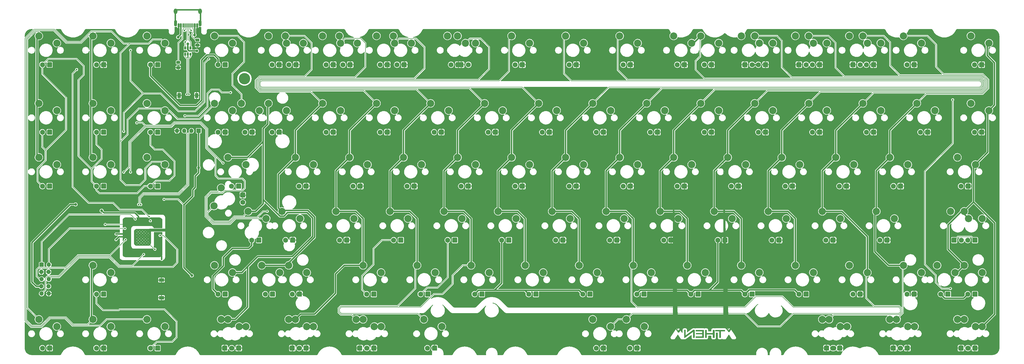
<source format=gbr>
%TF.GenerationSoftware,KiCad,Pcbnew,(6.0.0-0)*%
%TF.CreationDate,2022-01-01T21:21:08+01:00*%
%TF.ProjectId,athena,61746865-6e61-42e6-9b69-6361645f7063,V1.0.6*%
%TF.SameCoordinates,PX15cf7a1dPY4fa0663*%
%TF.FileFunction,Copper,L2,Bot*%
%TF.FilePolarity,Positive*%
%FSLAX46Y46*%
G04 Gerber Fmt 4.6, Leading zero omitted, Abs format (unit mm)*
G04 Created by KiCad (PCBNEW (6.0.0-0)) date 2022-01-01 21:21:08*
%MOMM*%
%LPD*%
G01*
G04 APERTURE LIST*
G04 Aperture macros list*
%AMRoundRect*
0 Rectangle with rounded corners*
0 $1 Rounding radius*
0 $2 $3 $4 $5 $6 $7 $8 $9 X,Y pos of 4 corners*
0 Add a 4 corners polygon primitive as box body*
4,1,4,$2,$3,$4,$5,$6,$7,$8,$9,$2,$3,0*
0 Add four circle primitives for the rounded corners*
1,1,$1+$1,$2,$3*
1,1,$1+$1,$4,$5*
1,1,$1+$1,$6,$7*
1,1,$1+$1,$8,$9*
0 Add four rect primitives between the rounded corners*
20,1,$1+$1,$2,$3,$4,$5,0*
20,1,$1+$1,$4,$5,$6,$7,0*
20,1,$1+$1,$6,$7,$8,$9,0*
20,1,$1+$1,$8,$9,$2,$3,0*%
%AMFreePoly0*
4,1,52,-1.285818,2.346519,-1.280640,2.347484,-1.269190,2.339631,-1.256366,2.334319,-1.254351,2.329454,-1.250006,2.326474,0.141739,0.187937,1.510659,2.326169,1.515131,2.329285,1.517216,2.334319,1.529886,2.339567,1.541136,2.347407,1.546499,2.346449,1.551535,2.348535,2.133958,2.348535,2.146929,2.343162,2.160707,2.340498,2.163564,2.336271,2.168277,2.334319,2.173649,2.321349,
2.181509,2.309721,2.180541,2.304713,2.182493,2.300000,2.177121,2.287032,2.174456,2.273250,0.368946,-0.460248,0.364719,-0.463105,0.362767,-0.467817,0.349801,-0.473188,0.338170,-0.481049,0.333162,-0.480080,0.328448,-0.482033,-0.048185,-0.482033,-0.052832,-0.480108,-0.057766,-0.481077,-0.069473,-0.473215,-0.082504,-0.467817,-0.084428,-0.463171,-0.088604,-0.460367,-1.905761,2.273131,
-1.908479,2.286969,-1.913877,2.300000,-1.911952,2.304647,-1.912921,2.309581,-1.905059,2.321288,-1.899661,2.334319,-1.895015,2.336243,-1.892211,2.340419,-1.878373,2.343137,-1.865342,2.348535,-1.290685,2.348535,-1.285818,2.346519,-1.285818,2.346519,$1*%
%AMFreePoly1*
4,1,21,0.334319,2.634319,0.348535,2.600000,0.348535,0.318846,1.693931,0.318846,1.728250,0.304630,1.742466,0.270311,1.742466,-0.133498,1.728250,-0.167817,1.693931,-0.182033,-1.649173,-0.182033,-1.683492,-0.167817,-1.697708,-0.133498,-1.697708,0.270311,-1.683492,0.304630,-1.649173,0.318846,-0.264949,0.318846,-0.264949,2.600000,-0.250733,2.634319,-0.216414,2.648535,0.300000,2.648535,
0.334319,2.634319,0.334319,2.634319,$1*%
%AMFreePoly2*
4,1,27,0.148225,2.334319,0.162441,2.300000,0.162441,0.267717,3.001290,2.339207,3.015956,2.342760,3.029899,2.348535,3.282281,2.348535,3.316600,2.334319,3.330816,2.300000,3.330816,-0.433498,3.316600,-0.467817,3.282281,-0.482033,2.831876,-0.482033,2.797557,-0.467817,2.783341,-0.433498,2.783341,1.500445,0.139047,-0.472399,0.124189,-0.476166,0.110024,-0.482033,-0.336500,-0.482033,
-0.370819,-0.467817,-0.385035,-0.433498,-0.385035,2.300000,-0.370819,2.334319,-0.336500,2.348535,0.113906,2.348535,0.148225,2.334319,0.148225,2.334319,$1*%
%AMFreePoly3*
4,1,29,2.559062,1.434319,2.573278,1.400000,2.573278,0.996187,2.559062,0.961868,2.524743,0.947652,0.278534,0.947652,0.278534,0.206034,2.408257,0.206034,2.442576,0.191818,2.456792,0.157499,2.456792,-0.246317,2.442576,-0.280636,2.408257,-0.294852,0.278534,-0.294852,0.278534,-0.881154,2.524742,-0.881154,2.559061,-0.895370,2.573277,-0.929689,2.573277,-1.333498,2.559061,-1.367817,
2.524742,-1.382033,-0.286415,-1.382033,-0.320734,-1.367817,-0.334950,-1.333498,-0.334950,1.400000,-0.320734,1.434319,-0.286415,1.448535,2.524743,1.448535,2.559062,1.434319,2.559062,1.434319,$1*%
%AMFreePoly4*
4,1,52,-1.386520,2.446519,-1.381342,2.447484,-1.369892,2.439631,-1.357068,2.434319,-1.355053,2.429454,-1.350708,2.426474,0.041035,0.287937,1.409956,2.426169,1.414428,2.429285,1.416513,2.434319,1.429180,2.439566,1.440433,2.447408,1.445798,2.446450,1.450832,2.448535,2.033255,2.448535,2.046223,2.443163,2.060005,2.440498,2.062862,2.436271,2.067574,2.434319,2.072945,2.421353,
2.080806,2.409722,2.079837,2.404714,2.081790,2.400000,2.076418,2.387032,2.073753,2.373250,0.268244,-0.360248,0.264017,-0.363105,0.262065,-0.367817,0.249099,-0.373188,0.237468,-0.381049,0.232460,-0.380080,0.227746,-0.382033,-0.148887,-0.382033,-0.153535,-0.380108,-0.158468,-0.381077,-0.170175,-0.373215,-0.183206,-0.367817,-0.185130,-0.363171,-0.189306,-0.360367,-2.006462,2.373131,
-2.009180,2.386969,-2.014578,2.400000,-2.012653,2.404647,-2.013622,2.409581,-2.005760,2.421288,-2.000362,2.434319,-1.995716,2.436243,-1.992912,2.440419,-1.979074,2.443137,-1.966043,2.448535,-1.391387,2.448535,-1.386520,2.446519,-1.386520,2.446519,$1*%
%AMFreePoly5*
4,1,29,0.290230,1.534319,0.304446,1.500000,0.304446,0.306034,2.443877,0.306034,2.443877,1.500000,2.458093,1.534319,2.492412,1.548535,3.008826,1.548535,3.043145,1.534319,3.057361,1.500000,3.057361,-1.233498,3.043145,-1.267817,3.008826,-1.282033,2.492411,-1.282033,2.458092,-1.267817,2.443876,-1.233498,2.443876,-0.194844,0.304446,-0.194844,0.304446,-1.233498,0.290230,-1.267817,
0.255911,-1.282033,-0.260504,-1.282033,-0.294823,-1.267817,-0.309039,-1.233498,-0.309039,1.500000,-0.294823,1.534319,-0.260504,1.548535,0.255911,1.548535,0.290230,1.534319,0.290230,1.534319,$1*%
G04 Aperture macros list end*
%TA.AperFunction,ComponentPad*%
%ADD10C,2.540000*%
%TD*%
%TA.AperFunction,ComponentPad*%
%ADD11C,0.400000*%
%TD*%
%TA.AperFunction,SMDPad,CuDef*%
%ADD12R,1.800000X1.200000*%
%TD*%
%TA.AperFunction,ComponentPad*%
%ADD13C,1.778000*%
%TD*%
%TA.AperFunction,ComponentPad*%
%ADD14RoundRect,0.177800X-0.711200X-0.711200X0.711200X-0.711200X0.711200X0.711200X-0.711200X0.711200X0*%
%TD*%
%TA.AperFunction,ComponentPad*%
%ADD15RoundRect,0.177800X0.711200X0.711200X-0.711200X0.711200X-0.711200X-0.711200X0.711200X-0.711200X0*%
%TD*%
%TA.AperFunction,ComponentPad*%
%ADD16R,1.524000X1.524000*%
%TD*%
%TA.AperFunction,ComponentPad*%
%ADD17O,1.524000X1.524000*%
%TD*%
%TA.AperFunction,SMDPad,CuDef*%
%ADD18R,1.200000X1.800000*%
%TD*%
%TA.AperFunction,ComponentPad*%
%ADD19C,0.600000*%
%TD*%
%TA.AperFunction,ComponentPad*%
%ADD20O,4.500000X8.500000*%
%TD*%
%TA.AperFunction,ComponentPad*%
%ADD21RoundRect,0.177800X0.711200X-0.711200X0.711200X0.711200X-0.711200X0.711200X-0.711200X-0.711200X0*%
%TD*%
%TA.AperFunction,ComponentPad*%
%ADD22C,4.000000*%
%TD*%
%TA.AperFunction,SMDPad,CuDef*%
%ADD23RoundRect,0.150000X-0.150000X-0.575000X0.150000X-0.575000X0.150000X0.575000X-0.150000X0.575000X0*%
%TD*%
%TA.AperFunction,SMDPad,CuDef*%
%ADD24RoundRect,0.075000X-0.075000X-0.650000X0.075000X-0.650000X0.075000X0.650000X-0.075000X0.650000X0*%
%TD*%
%TA.AperFunction,ComponentPad*%
%ADD25O,1.300000X1.900000*%
%TD*%
%TA.AperFunction,ComponentPad*%
%ADD26O,1.100000X2.200000*%
%TD*%
%TA.AperFunction,SMDPad,CuDef*%
%ADD27RoundRect,0.325000X0.000000X-0.205000X0.000000X0.205000X0.000000X0.205000X0.000000X-0.205000X0*%
%TD*%
%TA.AperFunction,SMDPad,CuDef*%
%ADD28R,0.650000X1.060000*%
%TD*%
%TA.AperFunction,SMDPad,CuDef*%
%ADD29FreePoly0,180.000000*%
%TD*%
%TA.AperFunction,SMDPad,CuDef*%
%ADD30FreePoly1,180.000000*%
%TD*%
%TA.AperFunction,SMDPad,CuDef*%
%ADD31FreePoly2,180.000000*%
%TD*%
%TA.AperFunction,SMDPad,CuDef*%
%ADD32C,0.200000*%
%TD*%
%TA.AperFunction,SMDPad,CuDef*%
%ADD33FreePoly3,180.000000*%
%TD*%
%TA.AperFunction,SMDPad,CuDef*%
%ADD34FreePoly4,180.000000*%
%TD*%
%TA.AperFunction,SMDPad,CuDef*%
%ADD35FreePoly5,180.000000*%
%TD*%
%TA.AperFunction,SMDPad,CuDef*%
%ADD36RoundRect,0.250000X0.450000X-0.262500X0.450000X0.262500X-0.450000X0.262500X-0.450000X-0.262500X0*%
%TD*%
%TA.AperFunction,ViaPad*%
%ADD37C,0.600000*%
%TD*%
%TA.AperFunction,ViaPad*%
%ADD38C,1.000000*%
%TD*%
%TA.AperFunction,ViaPad*%
%ADD39C,1.016000*%
%TD*%
%TA.AperFunction,Conductor*%
%ADD40C,0.200000*%
%TD*%
%TA.AperFunction,Conductor*%
%ADD41C,1.000000*%
%TD*%
%TA.AperFunction,Conductor*%
%ADD42C,0.500000*%
%TD*%
G04 APERTURE END LIST*
D10*
%TO.P,SW35,1,1*%
%TO.N,C8*%
X210978749Y-102226999D03*
%TO.P,SW35,2,2*%
%TO.N,Net-(D62-Pad2)*%
X217328749Y-104766999D03*
%TD*%
%TO.P,SW41,1,1*%
%TO.N,C14*%
X96678749Y-102226999D03*
%TO.P,SW41,2,2*%
%TO.N,Net-(D68-Pad2)*%
X103028749Y-104766999D03*
%TD*%
D11*
%TO.P,J1,MP,MountPin*%
%TO.N,GND*%
X78729999Y-171181999D03*
D12*
X78029999Y-164581999D03*
D11*
X78729999Y-170381999D03*
X78029999Y-170431999D03*
X77329999Y-171181999D03*
X78729999Y-164981999D03*
X77329999Y-164981999D03*
X77329999Y-164181999D03*
X78029999Y-164931999D03*
X78729999Y-164181999D03*
D12*
X78029999Y-170781999D03*
D11*
X78029999Y-171131999D03*
X77329999Y-170381999D03*
X78029999Y-164231999D03*
%TD*%
D13*
%TO.P,LED47,A,A*%
%TO.N,Net-(LED1-PadA)*%
X55086249Y-131436999D03*
D14*
%TO.P,LED47,K,K*%
%TO.N,Net-(LED47-PadK)*%
X57626249Y-131436999D03*
%TD*%
D13*
%TO.P,LED39,A,A*%
%TO.N,Net-(LED39-PadA)*%
X174148749Y-112386999D03*
D14*
%TO.P,LED39,K,K*%
%TO.N,GND*%
X176688749Y-112386999D03*
%TD*%
D10*
%TO.P,SW55,1,1*%
%TO.N,C10*%
X163353749Y-121276999D03*
%TO.P,SW55,2,2*%
%TO.N,Net-(D81-Pad2)*%
X169703749Y-123816999D03*
%TD*%
D13*
%TO.P,LED20,A,A*%
%TO.N,Net-(LED19-PadA)*%
X155098749Y-88574499D03*
D14*
%TO.P,LED20,K,K*%
%TO.N,GND*%
X157638749Y-88574499D03*
%TD*%
D13*
%TO.P,LED29,A,A*%
%TO.N,Net-(LED29-PadA)*%
X364648749Y-112386999D03*
D14*
%TO.P,LED29,K,K*%
%TO.N,GND*%
X367188749Y-112386999D03*
%TD*%
D10*
%TO.P,SW60,1,1*%
%TO.N,C15*%
X53816249Y-121276999D03*
%TO.P,SW60,2,2*%
%TO.N,Net-(D86-Pad2)*%
X60166249Y-123816999D03*
%TD*%
D13*
%TO.P,LED54,A,A*%
%TO.N,Net-(LED54-PadA)*%
X259873749Y-131436999D03*
D14*
%TO.P,LED54,K,K*%
%TO.N,GND*%
X262413749Y-131436999D03*
%TD*%
D13*
%TO.P,LED8,A,A*%
%TO.N,Net-(LED8-PadA)*%
X307498749Y-88574499D03*
D14*
%TO.P,LED8,K,K*%
%TO.N,GND*%
X310038749Y-88574499D03*
%TD*%
D10*
%TO.P,SW104,1,1*%
%TO.N,C14*%
X72866249Y-178426999D03*
%TO.P,SW104,2,2*%
%TO.N,Net-(D126-Pad2)*%
X79216249Y-180966999D03*
%TD*%
D13*
%TO.P,LED61,A,A*%
%TO.N,Net-(LED61-PadA)*%
X126523749Y-131436999D03*
D14*
%TO.P,LED61,K,K*%
%TO.N,GND*%
X129063749Y-131436999D03*
%TD*%
D13*
%TO.P,LED90,A,A*%
%TO.N,Net-(LED1-PadA)*%
X97948749Y-169536999D03*
D14*
%TO.P,LED90,K,K*%
%TO.N,Net-(LED90-PadK)*%
X100488749Y-169536999D03*
%TD*%
D10*
%TO.P,SW2,1,1*%
%TO.N,Net-(D37-Pad2)*%
X363378749Y-78414499D03*
%TO.P,SW2,2,2*%
%TO.N,C0*%
X369728749Y-80954499D03*
%TD*%
D13*
%TO.P,LED1,A,A*%
%TO.N,Net-(LED1-PadA)*%
X97948749Y-88574499D03*
D14*
%TO.P,LED1,K,K*%
%TO.N,Net-(LED1-PadK)*%
X100488749Y-88574499D03*
%TD*%
D10*
%TO.P,SW97,1,1*%
%TO.N,C1*%
X337184999Y-178426999D03*
%TO.P,SW97,2,2*%
%TO.N,Net-(D119-Pad2)*%
X343534999Y-180966999D03*
%TD*%
%TO.P,SW96,1,1*%
%TO.N,Net-(D118-Pad2)*%
X360997499Y-178426999D03*
%TO.P,SW96,2,2*%
%TO.N,C0*%
X367347499Y-180966999D03*
%TD*%
D13*
%TO.P,LED88,A,A*%
%TO.N,Net-(LED1-PadA)*%
X150336249Y-169536999D03*
D14*
%TO.P,LED88,K,K*%
%TO.N,Net-(LED88-PadK)*%
X152876249Y-169536999D03*
%TD*%
D13*
%TO.P,LED83,A,A*%
%TO.N,Net-(LED1-PadA)*%
X245586249Y-169536999D03*
D14*
%TO.P,LED83,K,K*%
%TO.N,Net-(LED83-PadK)*%
X248126249Y-169536999D03*
%TD*%
D13*
%TO.P,LED108,A,A*%
%TO.N,Net-(LED107-PadA)*%
X126682499Y-188586999D03*
D15*
%TO.P,LED108,K,K*%
%TO.N,GND*%
X124142499Y-188586999D03*
%TD*%
D10*
%TO.P,SW56,1,1*%
%TO.N,C11*%
X144303749Y-121276999D03*
%TO.P,SW56,2,2*%
%TO.N,Net-(D82-Pad2)*%
X150653749Y-123816999D03*
%TD*%
%TO.P,SW48,1,1*%
%TO.N,C3*%
X296703749Y-121276999D03*
%TO.P,SW48,2,2*%
%TO.N,Net-(D74-Pad2)*%
X303053749Y-123816999D03*
%TD*%
D13*
%TO.P,LED71,A,A*%
%TO.N,Net-(LED71-PadA)*%
X312261249Y-150486999D03*
D14*
%TO.P,LED71,K,K*%
%TO.N,GND*%
X314801249Y-150486999D03*
%TD*%
D13*
%TO.P,LED36,A,A*%
%TO.N,Net-(LED36-PadA)*%
X231298749Y-112386999D03*
D14*
%TO.P,LED36,K,K*%
%TO.N,GND*%
X233838749Y-112386999D03*
%TD*%
D10*
%TO.P,SW5,1,1*%
%TO.N,C3*%
X306228749Y-78414499D03*
%TO.P,SW5,2,2*%
%TO.N,Net-(D40-Pad2)*%
X312578749Y-80954499D03*
%TD*%
%TO.P,SW72,1,1*%
%TO.N,C10*%
X158591249Y-140326999D03*
%TO.P,SW72,2,2*%
%TO.N,Net-(D98-Pad2)*%
X164941249Y-142866999D03*
%TD*%
%TO.P,SW19,1,1*%
%TO.N,Net-(D39-Pad2)*%
X320516249Y-78414499D03*
%TO.P,SW19,2,2*%
%TO.N,C2*%
X326866249Y-80954499D03*
%TD*%
%TO.P,SW86,1,1*%
%TO.N,C7*%
X225266249Y-159376999D03*
%TO.P,SW86,2,2*%
%TO.N,Net-(D110-Pad2)*%
X231616249Y-161916999D03*
%TD*%
%TO.P,SW59,1,1*%
%TO.N,Net-(D85-Pad2)*%
X72866249Y-102226999D03*
%TO.P,SW59,2,2*%
%TO.N,C14*%
X79216249Y-104766999D03*
%TD*%
%TO.P,SW84,1,1*%
%TO.N,C5*%
X263366249Y-159376999D03*
%TO.P,SW84,2,2*%
%TO.N,Net-(D108-Pad2)*%
X269716249Y-161916999D03*
%TD*%
D13*
%TO.P,LED87,A,A*%
%TO.N,Net-(LED1-PadA)*%
X169386249Y-169536999D03*
D14*
%TO.P,LED87,K,K*%
%TO.N,Net-(LED87-PadK)*%
X171926249Y-169536999D03*
%TD*%
D10*
%TO.P,SW29,1,1*%
%TO.N,C2*%
X325278749Y-102226999D03*
%TO.P,SW29,2,2*%
%TO.N,Net-(D56-Pad2)*%
X331628749Y-104766999D03*
%TD*%
D13*
%TO.P,LED100,A,A*%
%TO.N,Net-(LED100-PadA)*%
X314642499Y-188586999D03*
D14*
%TO.P,LED100,K,K*%
%TO.N,GND*%
X317182499Y-188586999D03*
%TD*%
D10*
%TO.P,SW85,1,1*%
%TO.N,C6*%
X244316249Y-159376999D03*
%TO.P,SW85,2,2*%
%TO.N,Net-(D109-Pad2)*%
X250666249Y-161916999D03*
%TD*%
%TO.P,SW9,1,1*%
%TO.N,C7*%
X220503749Y-78414499D03*
%TO.P,SW9,2,2*%
%TO.N,Net-(D44-Pad2)*%
X226853749Y-80954499D03*
%TD*%
D13*
%TO.P,LED57,A,A*%
%TO.N,Net-(LED57-PadA)*%
X202723749Y-131436999D03*
D14*
%TO.P,LED57,K,K*%
%TO.N,GND*%
X205263749Y-131436999D03*
%TD*%
D13*
%TO.P,LED95,A,A*%
%TO.N,Net-(LED1-PadA)*%
X74136249Y-188586999D03*
D14*
%TO.P,LED95,K,K*%
%TO.N,Net-(LED95-PadK)*%
X76676249Y-188586999D03*
%TD*%
D13*
%TO.P,LED65,A,A*%
%TO.N,Net-(LED1-PadA)*%
X178911249Y-150486999D03*
D14*
%TO.P,LED65,K,K*%
%TO.N,Net-(LED65-PadK)*%
X181451249Y-150486999D03*
%TD*%
D13*
%TO.P,LED72,A,A*%
%TO.N,Net-(LED72-PadA)*%
X293211249Y-150486999D03*
D14*
%TO.P,LED72,K,K*%
%TO.N,GND*%
X295751249Y-150486999D03*
%TD*%
D13*
%TO.P,LED23,A,A*%
%TO.N,Net-(LED23-PadA)*%
X122951874Y-88574499D03*
D14*
%TO.P,LED23,K,K*%
%TO.N,GND*%
X125491874Y-88574499D03*
%TD*%
D10*
%TO.P,SW58,1,1*%
%TO.N,C13*%
X101441249Y-121276999D03*
%TO.P,SW58,2,2*%
%TO.N,Net-(D84-Pad2)*%
X107791249Y-123816999D03*
%TD*%
%TO.P,SW23,1,1*%
%TO.N,Net-(D46-Pad2)*%
X178831874Y-78414499D03*
%TO.P,SW23,2,2*%
%TO.N,C9*%
X185181874Y-80954499D03*
%TD*%
D13*
%TO.P,LED6,A,A*%
%TO.N,Net-(LED6-PadA)*%
X326548749Y-88574499D03*
D14*
%TO.P,LED6,K,K*%
%TO.N,GND*%
X329088749Y-88574499D03*
%TD*%
D10*
%TO.P,SW33,1,1*%
%TO.N,C6*%
X249078749Y-102226999D03*
%TO.P,SW33,2,2*%
%TO.N,Net-(D60-Pad2)*%
X255428749Y-104766999D03*
%TD*%
%TO.P,SW99,1,1*%
%TO.N,C6*%
X241934999Y-178426999D03*
%TO.P,SW99,2,2*%
%TO.N,Net-(D121-Pad2)*%
X248284999Y-180966999D03*
%TD*%
%TO.P,SW15,1,1*%
%TO.N,C13*%
X96678749Y-78414499D03*
%TO.P,SW15,2,2*%
%TO.N,Net-(D50-Pad2)*%
X103028749Y-80954499D03*
%TD*%
%TO.P,SW17,1,1*%
%TO.N,C15*%
X53816249Y-78414499D03*
%TO.P,SW17,2,2*%
%TO.N,Net-(D52-Pad2)*%
X60166249Y-80954499D03*
%TD*%
D13*
%TO.P,LED56,A,A*%
%TO.N,Net-(LED56-PadA)*%
X221773749Y-131436999D03*
D14*
%TO.P,LED56,K,K*%
%TO.N,GND*%
X224313749Y-131436999D03*
%TD*%
D13*
%TO.P,LED37,A,A*%
%TO.N,Net-(LED37-PadA)*%
X212248749Y-112386999D03*
D14*
%TO.P,LED37,K,K*%
%TO.N,GND*%
X214788749Y-112386999D03*
%TD*%
D10*
%TO.P,SW111,1,1*%
%TO.N,C10*%
X149066249Y-178426999D03*
%TO.P,SW111,2,2*%
%TO.N,Net-(D123-Pad2)*%
X155416249Y-180966999D03*
%TD*%
D16*
%TO.P,X2,1,Pin_1*%
%TO.N,SWDIO*%
X35773374Y-159178624D03*
D17*
%TO.P,X2,2,Pin_2*%
%TO.N,R5*%
X38313374Y-159178624D03*
%TO.P,X2,3,Pin_3*%
%TO.N,GND*%
X35646374Y-161718624D03*
%TO.P,X2,4,Pin_4*%
X38186374Y-161718624D03*
%TO.P,X2,5,Pin_5*%
%TO.N,BOOT0*%
X35773374Y-164258624D03*
%TO.P,X2,6,Pin_6*%
%TO.N,PB2{slash}BOOT1*%
X38313374Y-164258624D03*
%TO.P,X2,7,Pin_7*%
%TO.N,3V3*%
X35646374Y-166798624D03*
%TO.P,X2,8,Pin_8*%
X38186374Y-166798624D03*
%TO.P,X2,9,Pin_9*%
%TO.N,NRST*%
X35773374Y-169338624D03*
%TO.P,X2,10,Pin_10*%
%TO.N,GND*%
X38313374Y-169338624D03*
%TD*%
D13*
%TO.P,LED22,A,A*%
%TO.N,Net-(LED21-PadA)*%
X136048749Y-88574499D03*
D14*
%TO.P,LED22,K,K*%
%TO.N,GND*%
X138588749Y-88574499D03*
%TD*%
D13*
%TO.P,LED97,A,A*%
%TO.N,Net-(LED96-PadA)*%
X362426249Y-188586999D03*
D15*
%TO.P,LED97,K,K*%
%TO.N,GND*%
X359886249Y-188586999D03*
%TD*%
D13*
%TO.P,LED12,A,A*%
%TO.N,Net-(LED12-PadA)*%
X259873749Y-88574499D03*
D14*
%TO.P,LED12,K,K*%
%TO.N,GND*%
X262413749Y-88574499D03*
%TD*%
D13*
%TO.P,LED91,A,A*%
%TO.N,Net-(LED1-PadA)*%
X55086249Y-169536999D03*
D14*
%TO.P,LED91,K,K*%
%TO.N,Net-(LED91-PadK)*%
X57626249Y-169536999D03*
%TD*%
D13*
%TO.P,LED11,A,A*%
%TO.N,Net-(LED10-PadA)*%
X286226249Y-88574499D03*
D15*
%TO.P,LED11,K,K*%
%TO.N,GND*%
X283686249Y-88574499D03*
%TD*%
D10*
%TO.P,SW73,1,1*%
%TO.N,C11*%
X139541249Y-140326999D03*
%TO.P,SW73,2,2*%
%TO.N,Net-(D99-Pad2)*%
X145891249Y-142866999D03*
%TD*%
%TO.P,SW21,1,1*%
%TO.N,Net-(D41-Pad2)*%
X282439222Y-78414499D03*
%TO.P,SW21,2,2*%
%TO.N,C4*%
X288789222Y-80954499D03*
%TD*%
%TO.P,SW63,1,1*%
%TO.N,C1*%
X330041249Y-140326999D03*
%TO.P,SW63,2,2*%
%TO.N,Net-(D89-Pad2)*%
X336391249Y-142866999D03*
%TD*%
D13*
%TO.P,LED28,A,A*%
%TO.N,Net-(LED1-PadA)*%
X36036249Y-112386999D03*
D14*
%TO.P,LED28,K,K*%
%TO.N,Net-(LED28-PadK)*%
X38576249Y-112386999D03*
%TD*%
D10*
%TO.P,SW39,1,1*%
%TO.N,C12*%
X134778749Y-102226999D03*
%TO.P,SW39,2,2*%
%TO.N,Net-(D66-Pad2)*%
X141128749Y-104766999D03*
%TD*%
%TO.P,SW32,1,1*%
%TO.N,C5*%
X268128749Y-102226999D03*
%TO.P,SW32,2,2*%
%TO.N,Net-(D59-Pad2)*%
X274478749Y-104766999D03*
%TD*%
D13*
%TO.P,LED64,A,A*%
%TO.N,Net-(LED1-PadA)*%
X197961249Y-150486999D03*
D14*
%TO.P,LED64,K,K*%
%TO.N,Net-(LED64-PadK)*%
X200501249Y-150486999D03*
%TD*%
D10*
%TO.P,SW83,1,1*%
%TO.N,C4*%
X282416249Y-159376999D03*
%TO.P,SW83,2,2*%
%TO.N,Net-(D107-Pad2)*%
X288766249Y-161916999D03*
%TD*%
%TO.P,SW24,1,1*%
%TO.N,C10*%
X159781874Y-78414499D03*
%TO.P,SW24,2,2*%
%TO.N,Net-(D47-Pad2)*%
X166131874Y-80954499D03*
%TD*%
D13*
%TO.P,LED104,A,A*%
%TO.N,Net-(LED104-PadA)*%
X171767499Y-188586999D03*
D14*
%TO.P,LED104,K,K*%
%TO.N,GND*%
X174307499Y-188586999D03*
%TD*%
D10*
%TO.P,SW91,1,1*%
%TO.N,C12*%
X113347499Y-159376999D03*
%TO.P,SW91,2,2*%
%TO.N,Net-(D115-Pad2)*%
X119697499Y-161916999D03*
%TD*%
D11*
%TO.P,J3,MP,MountPin*%
%TO.N,GND*%
X90012499Y-98744499D03*
D18*
X84212499Y-99444499D03*
D11*
X90012499Y-100144499D03*
D18*
X90412499Y-99444499D03*
D11*
X83862499Y-99444499D03*
X90812499Y-100144499D03*
X90812499Y-98744499D03*
X84612499Y-100144499D03*
X90762499Y-99444499D03*
X90062499Y-99444499D03*
X83812499Y-98744499D03*
X84562499Y-99444499D03*
X84612499Y-98744499D03*
X83812499Y-100144499D03*
%TD*%
D10*
%TO.P,SW62,1,1*%
%TO.N,Net-(D88-Pad2)*%
X356234999Y-140326999D03*
%TO.P,SW62,2,2*%
%TO.N,C0*%
X362584999Y-142866999D03*
%TD*%
%TO.P,SW68,1,1*%
%TO.N,C6*%
X234791249Y-140326999D03*
%TO.P,SW68,2,2*%
%TO.N,Net-(D94-Pad2)*%
X241141249Y-142866999D03*
%TD*%
%TO.P,SW71,1,1*%
%TO.N,C9*%
X177641249Y-140326999D03*
%TO.P,SW71,2,2*%
%TO.N,Net-(D97-Pad2)*%
X183991249Y-142866999D03*
%TD*%
%TO.P,SW101,1,1*%
%TO.N,C10*%
X146684999Y-178426999D03*
%TO.P,SW101,2,2*%
%TO.N,Net-(D123-Pad2)*%
X153034999Y-180966999D03*
%TD*%
D13*
%TO.P,LED32,A,A*%
%TO.N,Net-(LED32-PadA)*%
X307498749Y-112386999D03*
D14*
%TO.P,LED32,K,K*%
%TO.N,GND*%
X310038749Y-112386999D03*
%TD*%
D13*
%TO.P,LED58,A,A*%
%TO.N,Net-(LED58-PadA)*%
X183673749Y-131436999D03*
D14*
%TO.P,LED58,K,K*%
%TO.N,GND*%
X186213749Y-131436999D03*
%TD*%
D13*
%TO.P,LED55,A,A*%
%TO.N,Net-(LED55-PadA)*%
X240823749Y-131436999D03*
D14*
%TO.P,LED55,K,K*%
%TO.N,GND*%
X243363749Y-131436999D03*
%TD*%
D13*
%TO.P,LED5,A,A*%
%TO.N,Net-(LED5-PadA)*%
X340836249Y-88574499D03*
D14*
%TO.P,LED5,K,K*%
%TO.N,GND*%
X343376249Y-88574499D03*
%TD*%
D13*
%TO.P,LED35,A,A*%
%TO.N,Net-(LED35-PadA)*%
X250348749Y-112386999D03*
D14*
%TO.P,LED35,K,K*%
%TO.N,GND*%
X252888749Y-112386999D03*
%TD*%
D13*
%TO.P,LED82,A,A*%
%TO.N,Net-(LED1-PadA)*%
X264636249Y-169536999D03*
D14*
%TO.P,LED82,K,K*%
%TO.N,Net-(LED82-PadK)*%
X267176249Y-169536999D03*
%TD*%
D13*
%TO.P,LED3,A,A*%
%TO.N,Net-(LED1-PadA)*%
X36036249Y-88574499D03*
D14*
%TO.P,LED3,K,K*%
%TO.N,Net-(LED3-PadK)*%
X38576249Y-88574499D03*
%TD*%
D10*
%TO.P,SW105,1,1*%
%TO.N,C15*%
X53816249Y-178426999D03*
%TO.P,SW105,2,2*%
%TO.N,Net-(D127-Pad2)*%
X60166249Y-180966999D03*
%TD*%
D13*
%TO.P,LED63,A,A*%
%TO.N,Net-(LED1-PadA)*%
X274161249Y-150486999D03*
D14*
%TO.P,LED63,K,K*%
%TO.N,Net-(LED63-PadK)*%
X276701249Y-150486999D03*
%TD*%
D13*
%TO.P,LED103,A,A*%
%TO.N,Net-(LED102-PadA)*%
X231298749Y-188586999D03*
D14*
%TO.P,LED103,K,K*%
%TO.N,GND*%
X233838749Y-188586999D03*
%TD*%
D10*
%TO.P,SW16,1,1*%
%TO.N,Net-(D51-Pad2)*%
X72866249Y-78414499D03*
%TO.P,SW16,2,2*%
%TO.N,C14*%
X79216249Y-80954499D03*
%TD*%
%TO.P,SW70,1,1*%
%TO.N,C8*%
X196691249Y-140326999D03*
%TO.P,SW70,2,2*%
%TO.N,Net-(D96-Pad2)*%
X203041249Y-142866999D03*
%TD*%
%TO.P,SW80,1,1*%
%TO.N,C1*%
X339566249Y-159376999D03*
%TO.P,SW80,2,2*%
%TO.N,Net-(D104-Pad2)*%
X345916249Y-161916999D03*
%TD*%
D13*
%TO.P,LED53,A,A*%
%TO.N,Net-(LED53-PadA)*%
X278923749Y-131436999D03*
D14*
%TO.P,LED53,K,K*%
%TO.N,GND*%
X281463749Y-131436999D03*
%TD*%
D10*
%TO.P,SW51,1,1*%
%TO.N,C6*%
X239553749Y-121276999D03*
%TO.P,SW51,2,2*%
%TO.N,Net-(D77-Pad2)*%
X245903749Y-123816999D03*
%TD*%
D13*
%TO.P,LED41,A,A*%
%TO.N,Net-(LED41-PadA)*%
X136048749Y-112386999D03*
D14*
%TO.P,LED41,K,K*%
%TO.N,GND*%
X138588749Y-112386999D03*
%TD*%
D13*
%TO.P,LED27,A,A*%
%TO.N,Net-(LED1-PadA)*%
X55086249Y-112386999D03*
D14*
%TO.P,LED27,K,K*%
%TO.N,Net-(LED27-PadK)*%
X57626249Y-112386999D03*
%TD*%
D13*
%TO.P,LED30,A,A*%
%TO.N,Net-(LED30-PadA)*%
X345598749Y-112386999D03*
D14*
%TO.P,LED30,K,K*%
%TO.N,GND*%
X348138749Y-112386999D03*
%TD*%
D10*
%TO.P,SW27,1,1*%
%TO.N,Net-(D54-Pad2)*%
X363378749Y-102226999D03*
%TO.P,SW27,2,2*%
%TO.N,C0*%
X369728749Y-104766999D03*
%TD*%
D13*
%TO.P,LED19,A,A*%
%TO.N,Net-(LED19-PadA)*%
X161051874Y-88574499D03*
D14*
%TO.P,LED19,K,K*%
%TO.N,GND*%
X163591874Y-88574499D03*
%TD*%
D10*
%TO.P,SW77,1,1*%
%TO.N,C0*%
X360997499Y-140326999D03*
%TO.P,SW77,2,2*%
%TO.N,Net-(D88-Pad2)*%
X367347499Y-142866999D03*
%TD*%
%TO.P,SW25,1,1*%
%TO.N,C11*%
X140732622Y-78414499D03*
%TO.P,SW25,2,2*%
%TO.N,Net-(D48-Pad2)*%
X147082622Y-80954499D03*
%TD*%
%TO.P,SW42,1,1*%
%TO.N,C15*%
X53816249Y-102226999D03*
%TO.P,SW42,2,2*%
%TO.N,Net-(D69-Pad2)*%
X60166249Y-104766999D03*
%TD*%
D13*
%TO.P,LED10,A,A*%
%TO.N,Net-(LED10-PadA)*%
X288448749Y-88574499D03*
D14*
%TO.P,LED10,K,K*%
%TO.N,GND*%
X290988749Y-88574499D03*
%TD*%
D10*
%TO.P,SW81,1,1*%
%TO.N,Net-(D105-Pad2)*%
X320516249Y-159376999D03*
%TO.P,SW81,2,2*%
%TO.N,C2*%
X326866249Y-161916999D03*
%TD*%
%TO.P,SW106,1,1*%
%TO.N,C16*%
X34766249Y-178426999D03*
%TO.P,SW106,2,2*%
%TO.N,Net-(D128-Pad2)*%
X41116249Y-180966999D03*
%TD*%
D13*
%TO.P,LED109,A,A*%
%TO.N,Net-(LED109-PadA)*%
X102711249Y-188586999D03*
D14*
%TO.P,LED109,K,K*%
%TO.N,GND*%
X105251249Y-188586999D03*
%TD*%
D10*
%TO.P,SW14,1,1*%
%TO.N,Net-(D49-Pad2)*%
X115728749Y-78414499D03*
%TO.P,SW14,2,2*%
%TO.N,C12*%
X122078749Y-80954499D03*
%TD*%
%TO.P,SW61,1,1*%
%TO.N,C16*%
X34766249Y-121276999D03*
%TO.P,SW61,2,2*%
%TO.N,Net-(D87-Pad2)*%
X41116249Y-123816999D03*
%TD*%
D13*
%TO.P,LED102,A,A*%
%TO.N,Net-(LED102-PadA)*%
X243204999Y-188586999D03*
D14*
%TO.P,LED102,K,K*%
%TO.N,GND*%
X245744999Y-188586999D03*
%TD*%
D10*
%TO.P,SW52,1,1*%
%TO.N,C7*%
X220503749Y-121276999D03*
%TO.P,SW52,2,2*%
%TO.N,Net-(D78-Pad2)*%
X226853749Y-123816999D03*
%TD*%
%TO.P,SW103,1,1*%
%TO.N,C13*%
X99059999Y-178426999D03*
%TO.P,SW103,2,2*%
%TO.N,Net-(D125-Pad2)*%
X105409999Y-180966999D03*
%TD*%
%TO.P,SW110,1,1*%
%TO.N,Net-(D121-Pad2)*%
X230028749Y-178426999D03*
%TO.P,SW110,2,2*%
%TO.N,C6*%
X236378749Y-180966999D03*
%TD*%
D19*
%TO.P,U4,47,VSS*%
%TO.N,GND*%
X70324249Y-149489499D03*
X70324249Y-150489499D03*
X71324249Y-151489499D03*
X72324249Y-149489499D03*
X73324249Y-148489499D03*
X71324249Y-148489499D03*
X69324249Y-149489499D03*
X72324249Y-151489499D03*
X71324249Y-149489499D03*
X73324249Y-150489499D03*
X69324249Y-150489499D03*
X73324249Y-147489499D03*
X69324249Y-148489499D03*
X71324249Y-150489499D03*
X70324249Y-151489499D03*
X73324249Y-151489499D03*
X72324249Y-148489499D03*
X69324249Y-151489499D03*
X70324249Y-147489499D03*
X73324249Y-149489499D03*
X70324249Y-148489499D03*
X72324249Y-150489499D03*
X72324249Y-147489499D03*
X69324249Y-147489499D03*
X71324249Y-147489499D03*
%TD*%
D10*
%TO.P,SW7,1,1*%
%TO.N,C5*%
X268128749Y-78414499D03*
%TO.P,SW7,2,2*%
%TO.N,Net-(D42-Pad2)*%
X274478749Y-80954499D03*
%TD*%
%TO.P,SW31,1,1*%
%TO.N,C4*%
X287178749Y-102226999D03*
%TO.P,SW31,2,2*%
%TO.N,Net-(D58-Pad2)*%
X293528749Y-104766999D03*
%TD*%
D13*
%TO.P,LED85,A,A*%
%TO.N,Net-(LED1-PadA)*%
X207486249Y-169536999D03*
D14*
%TO.P,LED85,K,K*%
%TO.N,Net-(LED85-PadK)*%
X210026249Y-169536999D03*
%TD*%
D13*
%TO.P,LED110,A,A*%
%TO.N,Net-(LED109-PadA)*%
X102869999Y-188586999D03*
D15*
%TO.P,LED110,K,K*%
%TO.N,GND*%
X100329999Y-188586999D03*
%TD*%
D13*
%TO.P,LED92,A,A*%
%TO.N,Net-(LED92-PadA)*%
X340836249Y-169536999D03*
D14*
%TO.P,LED92,K,K*%
%TO.N,GND*%
X343376249Y-169536999D03*
%TD*%
D10*
%TO.P,SW50,1,1*%
%TO.N,C5*%
X258603749Y-121276999D03*
%TO.P,SW50,2,2*%
%TO.N,Net-(D76-Pad2)*%
X264953749Y-123816999D03*
%TD*%
D13*
%TO.P,LED99,A,A*%
%TO.N,Net-(LED98-PadA)*%
X338613749Y-188586999D03*
D15*
%TO.P,LED99,K,K*%
%TO.N,GND*%
X336073749Y-188586999D03*
%TD*%
D10*
%TO.P,SW13,1,1*%
%TO.N,Net-(D48-Pad2)*%
X134778749Y-78414499D03*
%TO.P,SW13,2,2*%
%TO.N,C11*%
X141128749Y-80954499D03*
%TD*%
%TO.P,SW88,1,1*%
%TO.N,C9*%
X187166249Y-159376999D03*
%TO.P,SW88,2,2*%
%TO.N,Net-(D112-Pad2)*%
X193516249Y-161916999D03*
%TD*%
D20*
%TO.P,H1,1,1*%
%TO.N,GND*%
X70280000Y-167481999D03*
%TD*%
D10*
%TO.P,SW65,1,1*%
%TO.N,C3*%
X291941249Y-140326999D03*
%TO.P,SW65,2,2*%
%TO.N,Net-(D91-Pad2)*%
X298291249Y-142866999D03*
%TD*%
D13*
%TO.P,LED17,A,A*%
%TO.N,Net-(LED17-PadA)*%
X186213749Y-88574499D03*
D15*
%TO.P,LED17,K,K*%
%TO.N,GND*%
X183673749Y-88574499D03*
%TD*%
D10*
%TO.P,SW89,1,1*%
%TO.N,C10*%
X168116249Y-159376999D03*
%TO.P,SW89,2,2*%
%TO.N,Net-(D113-Pad2)*%
X174466249Y-161916999D03*
%TD*%
D13*
%TO.P,LED38,A,A*%
%TO.N,Net-(LED38-PadA)*%
X193198749Y-112386999D03*
D14*
%TO.P,LED38,K,K*%
%TO.N,GND*%
X195738749Y-112386999D03*
%TD*%
D10*
%TO.P,SW34,1,1*%
%TO.N,C7*%
X230028749Y-102226999D03*
%TO.P,SW34,2,2*%
%TO.N,Net-(D61-Pad2)*%
X236378749Y-104766999D03*
%TD*%
D13*
%TO.P,LED77,A,A*%
%TO.N,Net-(LED77-PadA)*%
X121761249Y-150486999D03*
D14*
%TO.P,LED77,K,K*%
%TO.N,GND*%
X124301249Y-150486999D03*
%TD*%
D13*
%TO.P,LED111,A,A*%
%TO.N,Net-(LED111-PadA)*%
X55086249Y-188586999D03*
D14*
%TO.P,LED111,K,K*%
%TO.N,GND*%
X57626249Y-188586999D03*
%TD*%
D10*
%TO.P,SW98,1,1*%
%TO.N,C2*%
X313372499Y-178426999D03*
%TO.P,SW98,2,2*%
%TO.N,Net-(D120-Pad2)*%
X319722499Y-180966999D03*
%TD*%
D13*
%TO.P,LED89,A,A*%
%TO.N,Net-(LED1-PadA)*%
X114617499Y-169536999D03*
D14*
%TO.P,LED89,K,K*%
%TO.N,Net-(LED89-PadK)*%
X117157499Y-169536999D03*
%TD*%
D10*
%TO.P,SW100,1,1*%
%TO.N,C9*%
X170497499Y-178426999D03*
%TO.P,SW100,2,2*%
%TO.N,Net-(D122-Pad2)*%
X176847499Y-180966999D03*
%TD*%
D13*
%TO.P,LED73,A,A*%
%TO.N,Net-(LED73-PadA)*%
X255111249Y-150486999D03*
D14*
%TO.P,LED73,K,K*%
%TO.N,GND*%
X257651249Y-150486999D03*
%TD*%
D10*
%TO.P,SW38,1,1*%
%TO.N,C11*%
X153828749Y-102226999D03*
%TO.P,SW38,2,2*%
%TO.N,Net-(D65-Pad2)*%
X160178749Y-104766999D03*
%TD*%
%TO.P,SW67,1,1*%
%TO.N,C5*%
X253841249Y-140326999D03*
%TO.P,SW67,2,2*%
%TO.N,Net-(D93-Pad2)*%
X260191249Y-142866999D03*
%TD*%
D13*
%TO.P,LED98,A,A*%
%TO.N,Net-(LED98-PadA)*%
X338454999Y-188586999D03*
D14*
%TO.P,LED98,K,K*%
%TO.N,GND*%
X340994999Y-188586999D03*
%TD*%
D13*
%TO.P,LED84,A,A*%
%TO.N,Net-(LED1-PadA)*%
X226536249Y-169536999D03*
D14*
%TO.P,LED84,K,K*%
%TO.N,Net-(LED84-PadK)*%
X229076249Y-169536999D03*
%TD*%
D16*
%TO.P,X1,1,Pin_1*%
%TO.N,5V*%
X91122499Y-111889499D03*
D17*
%TO.P,X1,2,Pin_2*%
%TO.N,D-*%
X88582499Y-111889499D03*
%TO.P,X1,3,Pin_3*%
%TO.N,D+*%
X86042499Y-111889499D03*
%TO.P,X1,4,Pin_4*%
%TO.N,GND*%
X83502499Y-111889499D03*
%TD*%
D13*
%TO.P,LED94,A,A*%
%TO.N,Net-(LED94-PadA)*%
X124142499Y-169536999D03*
D14*
%TO.P,LED94,K,K*%
%TO.N,GND*%
X126682499Y-169536999D03*
%TD*%
D13*
%TO.P,LED43,A,A*%
%TO.N,Net-(LED43-PadA)*%
X107473749Y-112386999D03*
D14*
%TO.P,LED43,K,K*%
%TO.N,GND*%
X110013749Y-112386999D03*
%TD*%
D10*
%TO.P,SW82,1,1*%
%TO.N,C3*%
X301466249Y-159376999D03*
%TO.P,SW82,2,2*%
%TO.N,Net-(D106-Pad2)*%
X307816249Y-161916999D03*
%TD*%
%TO.P,SW3,1,1*%
%TO.N,C1*%
X339566249Y-78414499D03*
%TO.P,SW3,2,2*%
%TO.N,Net-(D38-Pad2)*%
X345916249Y-80954499D03*
%TD*%
%TO.P,SW102,1,1*%
%TO.N,C11*%
X122872499Y-178426999D03*
%TO.P,SW102,2,2*%
%TO.N,Net-(D124-Pad2)*%
X129222499Y-180966999D03*
%TD*%
D13*
%TO.P,LED46,A,A*%
%TO.N,Net-(LED1-PadA)*%
X74136249Y-131436999D03*
D14*
%TO.P,LED46,K,K*%
%TO.N,Net-(LED46-PadK)*%
X76676249Y-131436999D03*
%TD*%
D13*
%TO.P,LED16,A,A*%
%TO.N,Net-(LED16-PadA)*%
X202723749Y-88574499D03*
D14*
%TO.P,LED16,K,K*%
%TO.N,GND*%
X205263749Y-88574499D03*
%TD*%
D13*
%TO.P,LED62,A,A*%
%TO.N,Net-(LED62-PadA)*%
X106679999Y-137151999D03*
D21*
%TO.P,LED62,K,K*%
%TO.N,GND*%
X106679999Y-134611999D03*
%TD*%
D13*
%TO.P,LED69,A,A*%
%TO.N,Net-(LED68-PadA)*%
X362267499Y-150486999D03*
D14*
%TO.P,LED69,K,K*%
%TO.N,Net-(LED68-PadK)*%
X364807499Y-150486999D03*
%TD*%
D13*
%TO.P,LED7,A,A*%
%TO.N,Net-(LED6-PadA)*%
X324326249Y-88574499D03*
D15*
%TO.P,LED7,K,K*%
%TO.N,GND*%
X321786249Y-88574499D03*
%TD*%
D10*
%TO.P,SW87,1,1*%
%TO.N,C8*%
X206216249Y-159376999D03*
%TO.P,SW87,2,2*%
%TO.N,Net-(D111-Pad2)*%
X212566249Y-161916999D03*
%TD*%
%TO.P,SW40,1,1*%
%TO.N,C13*%
X106203749Y-102226999D03*
%TO.P,SW40,2,2*%
%TO.N,Net-(D67-Pad2)*%
X112553749Y-104766999D03*
%TD*%
D13*
%TO.P,LED31,A,A*%
%TO.N,Net-(LED31-PadA)*%
X326548749Y-112386999D03*
D14*
%TO.P,LED31,K,K*%
%TO.N,GND*%
X329088749Y-112386999D03*
%TD*%
D13*
%TO.P,LED42,A,A*%
%TO.N,Net-(LED42-PadA)*%
X116998749Y-112386999D03*
D14*
%TO.P,LED42,K,K*%
%TO.N,GND*%
X119538749Y-112386999D03*
%TD*%
D13*
%TO.P,LED105,A,A*%
%TO.N,Net-(LED105-PadA)*%
X150336249Y-188586999D03*
D14*
%TO.P,LED105,K,K*%
%TO.N,GND*%
X152876249Y-188586999D03*
%TD*%
D10*
%TO.P,SW11,1,1*%
%TO.N,C9*%
X182403749Y-78414499D03*
%TO.P,SW11,2,2*%
%TO.N,Net-(D46-Pad2)*%
X188753749Y-80954499D03*
%TD*%
D13*
%TO.P,LED112,A,A*%
%TO.N,Net-(LED112-PadA)*%
X36036249Y-188586999D03*
D14*
%TO.P,LED112,K,K*%
%TO.N,GND*%
X38576249Y-188586999D03*
%TD*%
D13*
%TO.P,LED80,A,A*%
%TO.N,Net-(LED1-PadA)*%
X302736249Y-169536999D03*
D14*
%TO.P,LED80,K,K*%
%TO.N,Net-(LED80-PadK)*%
X305276249Y-169536999D03*
%TD*%
D13*
%TO.P,LED74,A,A*%
%TO.N,Net-(LED74-PadA)*%
X236061249Y-150486999D03*
D14*
%TO.P,LED74,K,K*%
%TO.N,GND*%
X238601249Y-150486999D03*
%TD*%
D10*
%TO.P,SW108,1,1*%
%TO.N,C1*%
X334803749Y-178426999D03*
%TO.P,SW108,2,2*%
%TO.N,Net-(D119-Pad2)*%
X341153749Y-180966999D03*
%TD*%
%TO.P,SW92,1,1*%
%TO.N,Net-(D116-Pad2)*%
X96678749Y-159376999D03*
%TO.P,SW92,2,2*%
%TO.N,C13*%
X103028749Y-161916999D03*
%TD*%
%TO.P,SW78,1,1*%
%TO.N,C13*%
X96519999Y-138421999D03*
%TO.P,SW78,2,2*%
%TO.N,Net-(D101-Pad2)*%
X99059999Y-132071999D03*
%TD*%
%TO.P,SW109,1,1*%
%TO.N,C2*%
X310991249Y-178426999D03*
%TO.P,SW109,2,2*%
%TO.N,Net-(D120-Pad2)*%
X317341249Y-180966999D03*
%TD*%
D13*
%TO.P,LED4,A,A*%
%TO.N,Net-(LED4-PadA)*%
X364648749Y-88574499D03*
D14*
%TO.P,LED4,K,K*%
%TO.N,GND*%
X367188749Y-88574499D03*
%TD*%
D13*
%TO.P,LED21,A,A*%
%TO.N,Net-(LED21-PadA)*%
X142001874Y-88574499D03*
D14*
%TO.P,LED21,K,K*%
%TO.N,GND*%
X144541874Y-88574499D03*
%TD*%
D13*
%TO.P,LED14,A,A*%
%TO.N,Net-(LED14-PadA)*%
X240823749Y-88574499D03*
D14*
%TO.P,LED14,K,K*%
%TO.N,GND*%
X243363749Y-88574499D03*
%TD*%
D10*
%TO.P,SW90,1,1*%
%TO.N,C11*%
X149066249Y-159376999D03*
%TO.P,SW90,2,2*%
%TO.N,Net-(D114-Pad2)*%
X155416249Y-161916999D03*
%TD*%
%TO.P,SW46,1,1*%
%TO.N,C1*%
X334803749Y-121276999D03*
%TO.P,SW46,2,2*%
%TO.N,Net-(D72-Pad2)*%
X341153749Y-123816999D03*
%TD*%
D13*
%TO.P,LED76,A,A*%
%TO.N,Net-(LED76-PadA)*%
X140811249Y-150486999D03*
D14*
%TO.P,LED76,K,K*%
%TO.N,GND*%
X143351249Y-150486999D03*
%TD*%
D13*
%TO.P,LED107,A,A*%
%TO.N,Net-(LED107-PadA)*%
X126523749Y-188586999D03*
D14*
%TO.P,LED107,K,K*%
%TO.N,GND*%
X129063749Y-188586999D03*
%TD*%
D13*
%TO.P,LED50,A,A*%
%TO.N,Net-(LED50-PadA)*%
X336073749Y-131436999D03*
D14*
%TO.P,LED50,K,K*%
%TO.N,GND*%
X338613749Y-131436999D03*
%TD*%
D13*
%TO.P,LED15,A,A*%
%TO.N,Net-(LED15-PadA)*%
X221773749Y-88574499D03*
D14*
%TO.P,LED15,K,K*%
%TO.N,GND*%
X224313749Y-88574499D03*
%TD*%
D10*
%TO.P,SW28,1,1*%
%TO.N,C1*%
X344328749Y-102226999D03*
%TO.P,SW28,2,2*%
%TO.N,Net-(D55-Pad2)*%
X350678749Y-104766999D03*
%TD*%
D13*
%TO.P,LED66,A,A*%
%TO.N,Net-(LED1-PadA)*%
X159861249Y-150486999D03*
D14*
%TO.P,LED66,K,K*%
%TO.N,Net-(LED66-PadK)*%
X162401249Y-150486999D03*
%TD*%
D13*
%TO.P,LED101,A,A*%
%TO.N,Net-(LED100-PadA)*%
X315023499Y-188586999D03*
D15*
%TO.P,LED101,K,K*%
%TO.N,GND*%
X312483499Y-188586999D03*
%TD*%
D13*
%TO.P,LED52,A,A*%
%TO.N,Net-(LED52-PadA)*%
X297973749Y-131436999D03*
D14*
%TO.P,LED52,K,K*%
%TO.N,GND*%
X300513749Y-131436999D03*
%TD*%
D13*
%TO.P,LED9,A,A*%
%TO.N,Net-(LED8-PadA)*%
X305276249Y-88574499D03*
D15*
%TO.P,LED9,K,K*%
%TO.N,GND*%
X302736249Y-88574499D03*
%TD*%
D10*
%TO.P,SW93,1,1*%
%TO.N,C15*%
X53816249Y-159376999D03*
%TO.P,SW93,2,2*%
%TO.N,Net-(D117-Pad2)*%
X60166249Y-161916999D03*
%TD*%
%TO.P,SW12,1,1*%
%TO.N,Net-(D47-Pad2)*%
X153828749Y-78414499D03*
%TO.P,SW12,2,2*%
%TO.N,C10*%
X160178749Y-80954499D03*
%TD*%
%TO.P,SW53,1,1*%
%TO.N,C8*%
X201453749Y-121276999D03*
%TO.P,SW53,2,2*%
%TO.N,Net-(D79-Pad2)*%
X207803749Y-123816999D03*
%TD*%
D13*
%TO.P,LED86,A,A*%
%TO.N,Net-(LED1-PadA)*%
X188436249Y-169536999D03*
D14*
%TO.P,LED86,K,K*%
%TO.N,Net-(LED86-PadK)*%
X190976249Y-169536999D03*
%TD*%
D10*
%TO.P,SW107,1,1*%
%TO.N,Net-(D118-Pad2)*%
X358616249Y-178426999D03*
%TO.P,SW107,2,2*%
%TO.N,C0*%
X364966249Y-180966999D03*
%TD*%
D13*
%TO.P,LED51,A,A*%
%TO.N,Net-(LED51-PadA)*%
X317023749Y-131436999D03*
D14*
%TO.P,LED51,K,K*%
%TO.N,GND*%
X319563749Y-131436999D03*
%TD*%
D10*
%TO.P,SW44,1,1*%
%TO.N,C13*%
X115728749Y-102226999D03*
%TO.P,SW44,2,2*%
%TO.N,Net-(D67-Pad2)*%
X122078749Y-104766999D03*
%TD*%
D13*
%TO.P,LED34,A,A*%
%TO.N,Net-(LED34-PadA)*%
X269398749Y-112386999D03*
D14*
%TO.P,LED34,K,K*%
%TO.N,GND*%
X271938749Y-112386999D03*
%TD*%
D10*
%TO.P,SW37,1,1*%
%TO.N,C10*%
X172878749Y-102226999D03*
%TO.P,SW37,2,2*%
%TO.N,Net-(D64-Pad2)*%
X179228749Y-104766999D03*
%TD*%
%TO.P,SW10,1,1*%
%TO.N,C8*%
X201453749Y-78414499D03*
%TO.P,SW10,2,2*%
%TO.N,Net-(D45-Pad2)*%
X207803749Y-80954499D03*
%TD*%
D13*
%TO.P,LED45,A,A*%
%TO.N,Net-(LED1-PadA)*%
X102711249Y-131436999D03*
D14*
%TO.P,LED45,K,K*%
%TO.N,Net-(LED45-PadK)*%
X105251249Y-131436999D03*
%TD*%
D13*
%TO.P,LED81,A,A*%
%TO.N,Net-(LED1-PadA)*%
X283686249Y-169536999D03*
D14*
%TO.P,LED81,K,K*%
%TO.N,Net-(LED81-PadK)*%
X286226249Y-169536999D03*
%TD*%
D10*
%TO.P,SW112,1,1*%
%TO.N,C11*%
X125253749Y-178426999D03*
%TO.P,SW112,2,2*%
%TO.N,Net-(D124-Pad2)*%
X131603749Y-180966999D03*
%TD*%
%TO.P,SW54,1,1*%
%TO.N,C9*%
X182403749Y-121276999D03*
%TO.P,SW54,2,2*%
%TO.N,Net-(D80-Pad2)*%
X188753749Y-123816999D03*
%TD*%
%TO.P,SW79,1,1*%
%TO.N,Net-(D103-Pad2)*%
X351472499Y-159376999D03*
%TO.P,SW79,2,2*%
%TO.N,C0*%
X357822499Y-161916999D03*
%TD*%
%TO.P,SW64,1,1*%
%TO.N,C2*%
X310991249Y-140326999D03*
%TO.P,SW64,2,2*%
%TO.N,Net-(D90-Pad2)*%
X317341249Y-142866999D03*
%TD*%
%TO.P,SW66,1,1*%
%TO.N,C4*%
X272891249Y-140326999D03*
%TO.P,SW66,2,2*%
%TO.N,Net-(D92-Pad2)*%
X279241249Y-142866999D03*
%TD*%
%TO.P,SW4,1,1*%
%TO.N,C2*%
X325278749Y-78414499D03*
%TO.P,SW4,2,2*%
%TO.N,Net-(D39-Pad2)*%
X331628749Y-80954499D03*
%TD*%
D13*
%TO.P,LED70,A,A*%
%TO.N,Net-(LED70-PadA)*%
X331311249Y-150486999D03*
D14*
%TO.P,LED70,K,K*%
%TO.N,GND*%
X333851249Y-150486999D03*
%TD*%
D10*
%TO.P,SW6,1,1*%
%TO.N,C4*%
X287178749Y-78414499D03*
%TO.P,SW6,2,2*%
%TO.N,Net-(D41-Pad2)*%
X293528749Y-80954499D03*
%TD*%
D13*
%TO.P,LED106,A,A*%
%TO.N,Net-(LED105-PadA)*%
X150494999Y-188586999D03*
D15*
%TO.P,LED106,K,K*%
%TO.N,GND*%
X147954999Y-188586999D03*
%TD*%
D10*
%TO.P,SW30,1,1*%
%TO.N,C3*%
X306228749Y-102226999D03*
%TO.P,SW30,2,2*%
%TO.N,Net-(D57-Pad2)*%
X312578749Y-104766999D03*
%TD*%
D22*
%TO.P,X3,1,1*%
%TO.N,Net-(FB2-Pad2)*%
X107279999Y-93481999D03*
%TD*%
D10*
%TO.P,SW95,1,1*%
%TO.N,C0*%
X360997499Y-159376999D03*
%TO.P,SW95,2,2*%
%TO.N,Net-(D103-Pad2)*%
X367347499Y-161916999D03*
%TD*%
D13*
%TO.P,LED79,A,A*%
%TO.N,Net-(LED1-PadA)*%
X352742499Y-169536999D03*
D14*
%TO.P,LED79,K,K*%
%TO.N,Net-(LED79-PadK)*%
X355282499Y-169536999D03*
%TD*%
D13*
%TO.P,LED96,A,A*%
%TO.N,Net-(LED96-PadA)*%
X362267499Y-188586999D03*
D14*
%TO.P,LED96,K,K*%
%TO.N,GND*%
X364807499Y-188586999D03*
%TD*%
D10*
%TO.P,SW8,1,1*%
%TO.N,C6*%
X239553749Y-78414499D03*
%TO.P,SW8,2,2*%
%TO.N,Net-(D43-Pad2)*%
X245903749Y-80954499D03*
%TD*%
%TO.P,SW26,1,1*%
%TO.N,C12*%
X121682622Y-78414499D03*
%TO.P,SW26,2,2*%
%TO.N,Net-(D49-Pad2)*%
X128032622Y-80954499D03*
%TD*%
D13*
%TO.P,LED25,A,A*%
%TO.N,Net-(LED25-PadA)*%
X55086249Y-88574499D03*
D14*
%TO.P,LED25,K,K*%
%TO.N,GND*%
X57626249Y-88574499D03*
%TD*%
D10*
%TO.P,SW45,1,1*%
%TO.N,Net-(D71-Pad2)*%
X358616249Y-121276999D03*
%TO.P,SW45,2,2*%
%TO.N,C0*%
X364966249Y-123816999D03*
%TD*%
%TO.P,SW43,1,1*%
%TO.N,C16*%
X34766249Y-102226999D03*
%TO.P,SW43,2,2*%
%TO.N,Net-(D70-Pad2)*%
X41116249Y-104766999D03*
%TD*%
%TO.P,SW36,1,1*%
%TO.N,C9*%
X191928749Y-102226999D03*
%TO.P,SW36,2,2*%
%TO.N,Net-(D63-Pad2)*%
X198278749Y-104766999D03*
%TD*%
D13*
%TO.P,LED48,A,A*%
%TO.N,Net-(LED1-PadA)*%
X36036249Y-131436999D03*
D14*
%TO.P,LED48,K,K*%
%TO.N,Net-(LED48-PadK)*%
X38576249Y-131436999D03*
%TD*%
D13*
%TO.P,LED24,A,A*%
%TO.N,Net-(LED23-PadA)*%
X116998749Y-88574499D03*
D14*
%TO.P,LED24,K,K*%
%TO.N,GND*%
X119538749Y-88574499D03*
%TD*%
D10*
%TO.P,SW57,1,1*%
%TO.N,C12*%
X125253749Y-121276999D03*
%TO.P,SW57,2,2*%
%TO.N,Net-(D83-Pad2)*%
X131603749Y-123816999D03*
%TD*%
%TO.P,SW75,1,1*%
%TO.N,C13*%
X108584999Y-140326999D03*
%TO.P,SW75,2,2*%
%TO.N,Net-(D101-Pad2)*%
X114934999Y-142866999D03*
%TD*%
%TO.P,SW69,1,1*%
%TO.N,C7*%
X215741249Y-140326999D03*
%TO.P,SW69,2,2*%
%TO.N,Net-(D95-Pad2)*%
X222091249Y-142866999D03*
%TD*%
%TO.P,SW74,1,1*%
%TO.N,C12*%
X120491249Y-140326999D03*
%TO.P,SW74,2,2*%
%TO.N,Net-(D100-Pad2)*%
X126841249Y-142866999D03*
%TD*%
D13*
%TO.P,LED18,A,A*%
%TO.N,Net-(LED17-PadA)*%
X180101874Y-88574499D03*
D14*
%TO.P,LED18,K,K*%
%TO.N,GND*%
X182641874Y-88574499D03*
%TD*%
D10*
%TO.P,SW76,1,1*%
%TO.N,Net-(D102-Pad2)*%
X72866249Y-121276999D03*
%TO.P,SW76,2,2*%
%TO.N,C14*%
X79216249Y-123816999D03*
%TD*%
%TO.P,SW47,1,1*%
%TO.N,C2*%
X315753749Y-121276999D03*
%TO.P,SW47,2,2*%
%TO.N,Net-(D73-Pad2)*%
X322103749Y-123816999D03*
%TD*%
D13*
%TO.P,LED78,A,A*%
%TO.N,Net-(LED1-PadA)*%
X362267499Y-169536999D03*
D14*
%TO.P,LED78,K,K*%
%TO.N,Net-(LED78-PadK)*%
X364807499Y-169536999D03*
%TD*%
D13*
%TO.P,LED44,A,A*%
%TO.N,Net-(LED43-PadA)*%
X97948749Y-112386999D03*
D14*
%TO.P,LED44,K,K*%
%TO.N,GND*%
X100488749Y-112386999D03*
%TD*%
D13*
%TO.P,LED75,A,A*%
%TO.N,Net-(LED75-PadA)*%
X217011249Y-150486999D03*
D14*
%TO.P,LED75,K,K*%
%TO.N,GND*%
X219551249Y-150486999D03*
%TD*%
D13*
%TO.P,LED93,A,A*%
%TO.N,Net-(LED93-PadA)*%
X321786249Y-169536999D03*
D14*
%TO.P,LED93,K,K*%
%TO.N,GND*%
X324326249Y-169536999D03*
%TD*%
D13*
%TO.P,LED67,A,A*%
%TO.N,Net-(LED1-PadA)*%
X109854999Y-150486999D03*
D14*
%TO.P,LED67,K,K*%
%TO.N,Net-(LED67-PadK)*%
X112394999Y-150486999D03*
%TD*%
D13*
%TO.P,LED68,A,A*%
%TO.N,Net-(LED68-PadA)*%
X360044999Y-150486999D03*
D15*
%TO.P,LED68,K,K*%
%TO.N,Net-(LED68-PadK)*%
X357504999Y-150486999D03*
%TD*%
D10*
%TO.P,SW20,1,1*%
%TO.N,Net-(D40-Pad2)*%
X301466249Y-78414499D03*
%TO.P,SW20,2,2*%
%TO.N,C3*%
X307816249Y-80954499D03*
%TD*%
D13*
%TO.P,LED33,A,A*%
%TO.N,Net-(LED33-PadA)*%
X288448749Y-112386999D03*
D14*
%TO.P,LED33,K,K*%
%TO.N,GND*%
X290988749Y-112386999D03*
%TD*%
D13*
%TO.P,LED13,A,A*%
%TO.N,Net-(LED12-PadA)*%
X269398749Y-88574499D03*
D14*
%TO.P,LED13,K,K*%
%TO.N,GND*%
X271938749Y-88574499D03*
%TD*%
D13*
%TO.P,LED49,A,A*%
%TO.N,Net-(LED49-PadA)*%
X359886249Y-131436999D03*
D14*
%TO.P,LED49,K,K*%
%TO.N,GND*%
X362426249Y-131436999D03*
%TD*%
D13*
%TO.P,LED40,A,A*%
%TO.N,Net-(LED40-PadA)*%
X155098749Y-112386999D03*
D14*
%TO.P,LED40,K,K*%
%TO.N,GND*%
X157638749Y-112386999D03*
%TD*%
D13*
%TO.P,LED2,A,A*%
%TO.N,Net-(LED1-PadA)*%
X74136249Y-88574499D03*
D14*
%TO.P,LED2,K,K*%
%TO.N,Net-(LED2-PadK)*%
X76676249Y-88574499D03*
%TD*%
D13*
%TO.P,LED59,A,A*%
%TO.N,Net-(LED59-PadA)*%
X164623749Y-131436999D03*
D14*
%TO.P,LED59,K,K*%
%TO.N,GND*%
X167163749Y-131436999D03*
%TD*%
D10*
%TO.P,SW49,1,1*%
%TO.N,C4*%
X277653749Y-121276999D03*
%TO.P,SW49,2,2*%
%TO.N,Net-(D75-Pad2)*%
X284003749Y-123816999D03*
%TD*%
%TO.P,SW113,1,1*%
%TO.N,C13*%
X101441249Y-178426999D03*
%TO.P,SW113,2,2*%
%TO.N,Net-(D125-Pad2)*%
X107791249Y-180966999D03*
%TD*%
%TO.P,SW18,1,1*%
%TO.N,C16*%
X34766249Y-78414499D03*
%TO.P,SW18,2,2*%
%TO.N,Net-(D53-Pad2)*%
X41116249Y-80954499D03*
%TD*%
%TO.P,SW94,1,1*%
%TO.N,C12*%
X122872499Y-159376999D03*
%TO.P,SW94,2,2*%
%TO.N,Net-(D115-Pad2)*%
X129222499Y-161916999D03*
%TD*%
%TO.P,SW22,1,1*%
%TO.N,Net-(D42-Pad2)*%
X258603749Y-78414499D03*
%TO.P,SW22,2,2*%
%TO.N,C5*%
X264953749Y-80954499D03*
%TD*%
D13*
%TO.P,LED26,A,A*%
%TO.N,Net-(LED1-PadA)*%
X74136249Y-112386999D03*
D14*
%TO.P,LED26,K,K*%
%TO.N,Net-(LED26-PadK)*%
X76676249Y-112386999D03*
%TD*%
D13*
%TO.P,LED60,A,A*%
%TO.N,Net-(LED60-PadA)*%
X145573749Y-131436999D03*
D14*
%TO.P,LED60,K,K*%
%TO.N,GND*%
X148113749Y-131436999D03*
%TD*%
D23*
%TO.P,J2,A1,GND*%
%TO.N,GND*%
X84063249Y-74745000D03*
%TO.P,J2,A4,VBUS*%
%TO.N,VBUS*%
X84863249Y-74745000D03*
D24*
%TO.P,J2,A5,CC1*%
%TO.N,Net-(J2-PadA5)*%
X86063249Y-74745000D03*
%TO.P,J2,A6,D+*%
%TO.N,DBUS+*%
X87059249Y-74745000D03*
%TO.P,J2,A7,D-*%
%TO.N,DBUS-*%
X87563249Y-74745000D03*
%TO.P,J2,A8,SBU1*%
%TO.N,unconnected-(J2-PadA8)*%
X88563249Y-74745000D03*
D23*
%TO.P,J2,B1,GND*%
%TO.N,GND*%
X90563249Y-74745000D03*
%TO.P,J2,B4,VBUS*%
%TO.N,VBUS*%
X89763249Y-74745000D03*
D24*
%TO.P,J2,B5,CC2*%
%TO.N,Net-(J2-PadB5)*%
X89063249Y-74745000D03*
%TO.P,J2,B6,D+*%
%TO.N,DBUS+*%
X88063249Y-74745000D03*
%TO.P,J2,B7,D-*%
%TO.N,DBUS-*%
X86563249Y-74745000D03*
%TO.P,J2,B8,SBU2*%
%TO.N,unconnected-(J2-PadB8)*%
X85563249Y-74745000D03*
D25*
%TO.P,J2,S,SHIELD*%
%TO.N,GNDPWR*%
X83013249Y-69770000D03*
D26*
X91613249Y-73970000D03*
D25*
X91613249Y-69770000D03*
D26*
X83013249Y-73970000D03*
%TD*%
D27*
%TO.P,U2,1,I/O1*%
%TO.N,D-*%
X88263247Y-84926853D03*
D28*
%TO.P,U2,2,GND*%
%TO.N,GND*%
X87313247Y-84926853D03*
%TO.P,U2,3,I/O2*%
%TO.N,D+*%
X86363247Y-84926853D03*
%TO.P,U2,4,I/O2*%
%TO.N,DBUS+*%
X86363247Y-82726853D03*
%TO.P,U2,5,VBUS*%
%TO.N,VBUS*%
X87313247Y-82726853D03*
%TO.P,U2,6,I/O1*%
%TO.N,DBUS-*%
X88263247Y-82726853D03*
%TD*%
D29*
%TO.P,GR5,1*%
%TO.N,N/C*%
X260187499Y-182606999D03*
D30*
X274987499Y-182306999D03*
D31*
X265587499Y-182606999D03*
D32*
X262487499Y-183806999D03*
D33*
X268887499Y-183506999D03*
D34*
X278087499Y-182506999D03*
D35*
X272687499Y-183406999D03*
%TD*%
D36*
%TO.P,R9,1*%
%TO.N,GND*%
X83918749Y-89606999D03*
%TO.P,R9,2*%
%TO.N,Net-(J2-PadA5)*%
X83918749Y-87781999D03*
%TD*%
%TO.P,R11,1*%
%TO.N,GND*%
X90718749Y-81691353D03*
%TO.P,R11,2*%
%TO.N,Net-(J2-PadB5)*%
X90718749Y-79866353D03*
%TD*%
D37*
%TO.N,GND*%
X62774999Y-188958874D03*
D38*
X56106249Y-95494499D03*
X58706249Y-95494499D03*
D37*
X127324249Y-112089499D03*
D38*
X43724249Y-121089499D03*
D37*
X71724249Y-138739499D03*
X59012999Y-150319499D03*
X125318749Y-100094499D03*
X55168749Y-153958874D03*
D39*
X90879999Y-77081999D03*
D37*
X30906249Y-77094499D03*
X83279999Y-164281999D03*
X83156249Y-143156999D03*
D38*
X281214712Y-81152003D03*
D37*
X68924249Y-138739499D03*
X61368749Y-155758874D03*
X292118749Y-178374499D03*
D39*
X83479999Y-77081999D03*
D38*
X54974277Y-148739500D03*
X76524249Y-120689499D03*
D37*
X82768749Y-156558874D03*
X60306249Y-143294499D03*
X90568749Y-135228874D03*
D38*
X60724249Y-120289499D03*
D37*
X68924249Y-137139499D03*
D38*
X45506249Y-97694499D03*
D37*
X106524249Y-141089499D03*
X71724249Y-137139499D03*
X60012999Y-149319499D03*
X75706249Y-153694499D03*
X79849247Y-148939499D03*
X117324249Y-137889499D03*
X59374998Y-171533662D03*
X110568749Y-139356999D03*
X80706249Y-137894499D03*
%TO.N,3V3*%
X61974277Y-150339500D03*
X66824249Y-154689499D03*
X58174277Y-144939500D03*
X61974277Y-148339500D03*
D38*
X56924249Y-140089499D03*
D37*
X65004249Y-154289499D03*
X66164249Y-144249499D03*
X69474749Y-141739501D03*
D38*
X47724249Y-137889499D03*
D37*
X78106249Y-157294499D03*
X76644249Y-143889499D03*
%TO.N,5V*%
X78906249Y-136094499D03*
D38*
X91106249Y-124933662D03*
X88700000Y-162936999D03*
D37*
%TO.N,NRST*%
X71724249Y-155539499D03*
%TO.N,BOOT0*%
X65323777Y-150339500D03*
%TO.N,R0*%
X67106249Y-83494499D03*
X94664288Y-86536460D03*
X64706249Y-112094499D03*
%TO.N,R2*%
X99706249Y-123294499D03*
X69306249Y-109094499D03*
X64706249Y-126494499D03*
%TO.N,R3*%
X115306249Y-140294499D03*
X67106249Y-126494499D03*
D38*
%TO.N,VBUS*%
X83879999Y-78881999D03*
X87313245Y-81286852D03*
X89679999Y-78081999D03*
X90479999Y-83681999D03*
D37*
%TO.N,DBUS+*%
X88507745Y-76494499D03*
X86363247Y-80526853D03*
%TO.N,DBUS-*%
X87658747Y-78022321D03*
X86118749Y-76494499D03*
%TO.N,D-*%
X70724249Y-137939499D03*
X87712499Y-99046071D03*
X70724249Y-137939499D03*
%TO.N,D+*%
X69924249Y-137939499D03*
X69924249Y-137939499D03*
X86912499Y-99046071D03*
%TO.N,RGB_3V3*%
X73642899Y-142208148D03*
X48106249Y-90294499D03*
%TO.N,PB2{slash}BOOT1*%
X77524249Y-148838999D03*
%TO.N,SWDIO*%
X68764131Y-143027203D03*
%TO.N,Net-(D6-Pad1)*%
X86268749Y-106600000D03*
X102400000Y-98400000D03*
%TO.N,Net-(D20-Pad1)*%
X356168749Y-167558874D03*
X356968749Y-100958874D03*
%TO.N,R5*%
X65156249Y-146356999D03*
%TO.N,unconnected-(U4-Pad26)*%
X74100338Y-143665588D03*
%TD*%
D40*
%TO.N,GND*%
X73324249Y-151489499D02*
X75529249Y-153694499D01*
D41*
X73880086Y-146933662D02*
X73324249Y-147489499D01*
D40*
X75529249Y-153694499D02*
X75706249Y-153694499D01*
D42*
X90563247Y-74647321D02*
X90563247Y-76765247D01*
X84063247Y-76498751D02*
X83479999Y-77081999D01*
X90563247Y-76765247D02*
X90879999Y-77081999D01*
D41*
X81374998Y-146933662D02*
X73880086Y-146933662D01*
D42*
X84063247Y-74647321D02*
X84063247Y-76498751D01*
%TO.N,3V3*%
X33839960Y-166798624D02*
X32368749Y-165327413D01*
X32368749Y-165327413D02*
X32368749Y-151358874D01*
X69968749Y-142233501D02*
X69968749Y-143558874D01*
X69474749Y-141739501D02*
X68625228Y-140889980D01*
X61974277Y-148339500D02*
X64774277Y-148339500D01*
X35646374Y-166798624D02*
X33839960Y-166798624D01*
X78106249Y-157294499D02*
X78106249Y-156094499D01*
D40*
X58174277Y-144939500D02*
X64924249Y-144939499D01*
D42*
X57724730Y-140889980D02*
X56924249Y-140089499D01*
X68625228Y-140889980D02*
X57724730Y-140889980D01*
X61974277Y-150339500D02*
X62974277Y-149339500D01*
X62974277Y-149339500D02*
X64774277Y-149339500D01*
X69474749Y-141739501D02*
X69968749Y-142233501D01*
X45838124Y-137889499D02*
X47724249Y-137889499D01*
X32368749Y-151358874D02*
X45838124Y-137889499D01*
%TO.N,5V*%
X91122499Y-111889499D02*
X91122499Y-126690749D01*
D40*
X78906249Y-136094499D02*
X83906249Y-136094499D01*
D42*
X91122499Y-126690749D02*
X89912499Y-127900749D01*
X89912499Y-131900749D02*
X89112499Y-132700749D01*
X88700000Y-162936999D02*
X85906249Y-160143248D01*
X89112499Y-134888249D02*
X85906249Y-138094499D01*
X89912499Y-127900749D02*
X89912499Y-131900749D01*
X85906249Y-160143248D02*
X85906249Y-138094499D01*
X89112499Y-132700749D02*
X89112499Y-134888249D01*
D40*
X83906249Y-136094499D02*
X85906249Y-138094499D01*
%TO.N,NRST*%
X37124863Y-163945931D02*
X37894245Y-163176549D01*
X37124863Y-167987134D02*
X37124863Y-163945931D01*
X59851827Y-156210491D02*
X63200690Y-159559354D01*
X35773374Y-169338624D02*
X37124863Y-167987134D01*
X41716080Y-163176549D02*
X48682139Y-156210491D01*
X48682139Y-156210491D02*
X59851827Y-156210491D01*
X67704394Y-159559354D02*
X71724249Y-155539499D01*
X63200690Y-159559354D02*
X67704394Y-159559354D01*
X37894245Y-163176549D02*
X41716080Y-163176549D01*
%TO.N,BOOT0*%
X59852307Y-155810971D02*
X48516653Y-155810971D01*
X35068499Y-164258624D02*
X35773374Y-164258624D01*
X48516653Y-155810971D02*
X44087488Y-160240135D01*
X65323777Y-150339500D02*
X59852307Y-155810971D01*
X34668525Y-160240135D02*
X33968749Y-160939911D01*
X33968749Y-163158874D02*
X35068499Y-164258624D01*
X44087488Y-160240135D02*
X34668525Y-160240135D01*
X33968749Y-160939911D02*
X33968749Y-163158874D01*
%TO.N,R0*%
X64706249Y-105494499D02*
X64706249Y-112094499D01*
X89968749Y-104958874D02*
X93168749Y-101758874D01*
X71506249Y-98694499D02*
X64706249Y-105494499D01*
X83968749Y-104958874D02*
X89968749Y-104958874D01*
X93168749Y-101758874D02*
X93168749Y-88031999D01*
X71506249Y-98694499D02*
X67106249Y-94294499D01*
X77704374Y-98694499D02*
X83968749Y-104958874D01*
X67106249Y-94294499D02*
X67106249Y-83494499D01*
X93168749Y-88031999D02*
X94664288Y-86536460D01*
X71506249Y-98694499D02*
X77704374Y-98694499D01*
%TO.N,R2*%
X66706730Y-115729012D02*
X72341243Y-110094499D01*
X69306249Y-109094499D02*
X71341243Y-109094499D01*
X64706249Y-126494499D02*
X66706730Y-124494018D01*
X71341243Y-109094499D02*
X72341243Y-110094499D01*
X82523265Y-108877483D02*
X91854239Y-108877483D01*
X66706730Y-124494018D02*
X66706730Y-115729012D01*
X91854239Y-108877483D02*
X94212328Y-111235572D01*
X81306249Y-110094499D02*
X82523265Y-108877483D01*
X94212328Y-117800578D02*
X99706249Y-123294499D01*
X94212328Y-111235572D02*
X94212328Y-117800578D01*
X72341243Y-110094499D02*
X81306249Y-110094499D01*
%TO.N,R3*%
X96334235Y-144359354D02*
X102003263Y-144359354D01*
X100392749Y-132958874D02*
X99592749Y-133758874D01*
X93812809Y-117966065D02*
X97106249Y-121259505D01*
X111733269Y-142467479D02*
X113906249Y-140294499D01*
X113906249Y-140294499D02*
X115306249Y-140294499D01*
X93812809Y-111401059D02*
X93812809Y-117966065D01*
X103895137Y-142467480D02*
X111733269Y-142467479D01*
X99592749Y-133758874D02*
X95568749Y-133758874D01*
X102003263Y-144359354D02*
X103895137Y-142467480D01*
X91688752Y-109277002D02*
X93812809Y-111401059D01*
X93905769Y-135421854D02*
X93905769Y-141930888D01*
X67106249Y-115894499D02*
X72506730Y-110494018D01*
X106610295Y-128800420D02*
X107368749Y-129558874D01*
X98212171Y-128800420D02*
X106610295Y-128800420D01*
X82688752Y-109277002D02*
X91688752Y-109277002D01*
X97106249Y-121259505D02*
X97106249Y-127694499D01*
X107368749Y-129558874D02*
X107368749Y-132158874D01*
X67106249Y-126494499D02*
X67106249Y-115894499D01*
X72506730Y-110494018D02*
X81471736Y-110494018D01*
X81471736Y-110494018D02*
X82688752Y-109277002D01*
X107368749Y-132158874D02*
X106568749Y-132958874D01*
X97106249Y-127694499D02*
X98212171Y-128800420D01*
X93905769Y-141930888D02*
X96334235Y-144359354D01*
X95568749Y-133758874D02*
X93905769Y-135421854D01*
X106568749Y-132958874D02*
X100392749Y-132958874D01*
D42*
%TO.N,VBUS*%
X87705614Y-83706364D02*
X87313247Y-83313997D01*
X89763247Y-74647321D02*
X89763247Y-77998751D01*
X90455634Y-83706364D02*
X87705614Y-83706364D01*
X84863247Y-77898751D02*
X84863247Y-74647321D01*
X90479999Y-83681999D02*
X90455634Y-83706364D01*
X87313247Y-82726853D02*
X87313247Y-81286854D01*
X90455625Y-83706373D02*
X90479999Y-83681999D01*
X83879999Y-78881999D02*
X84863247Y-77898751D01*
X87313247Y-83313997D02*
X87313247Y-82726853D01*
X89763247Y-77998751D02*
X89679999Y-78081999D01*
X87313247Y-81286854D02*
X87313245Y-81286852D01*
X89763247Y-74647321D02*
X89713726Y-74696842D01*
%TO.N,GNDPWR*%
X91613249Y-73970000D02*
X91763728Y-73819521D01*
X83563730Y-69219519D02*
X91062768Y-69219519D01*
X91763728Y-73819521D02*
X91763728Y-69920479D01*
X91062768Y-69219519D02*
X91613249Y-69770000D01*
X82862771Y-69920478D02*
X83013249Y-69770000D01*
X83013249Y-69770000D02*
X83013249Y-69695411D01*
X83013249Y-69770000D02*
X83563730Y-69219519D01*
X91763728Y-69920479D02*
X91613249Y-69770000D01*
X83013249Y-73970000D02*
X82862771Y-73819522D01*
X82862771Y-73819522D02*
X82862771Y-69920478D01*
D40*
%TO.N,Net-(J2-PadA5)*%
X86063247Y-74647321D02*
X86063247Y-75644019D01*
X83918749Y-87781999D02*
X83918749Y-80910124D01*
X83918749Y-80910124D02*
X85412767Y-79416106D01*
X85412767Y-76294499D02*
X85412767Y-79416106D01*
X86063247Y-75644019D02*
X85412767Y-76294499D01*
%TO.N,DBUS+*%
X88063247Y-76050001D02*
X88507745Y-76494499D01*
X88063247Y-74647321D02*
X88063247Y-76050001D01*
X86363247Y-82726853D02*
X86363247Y-80526853D01*
X87059247Y-74647321D02*
X87059247Y-79830853D01*
X87059247Y-79830853D02*
X86363247Y-80526853D01*
%TO.N,DBUS-*%
X88263247Y-82726853D02*
X88263247Y-80522321D01*
X86563247Y-76050001D02*
X86118749Y-76494499D01*
X88263247Y-80522321D02*
X87563247Y-79822321D01*
X86563247Y-74647321D02*
X86563247Y-76050001D01*
X87563247Y-79822321D02*
X87563247Y-74647321D01*
%TO.N,Net-(J2-PadB5)*%
X89063247Y-75853372D02*
X89063247Y-74647321D01*
X88880488Y-77492113D02*
X89213727Y-77158874D01*
X89213727Y-76003852D02*
X89063247Y-75853372D01*
X90076228Y-79866353D02*
X88880488Y-78670613D01*
X90718749Y-79866353D02*
X90076228Y-79866353D01*
X88880488Y-78670613D02*
X88880488Y-77492113D01*
X89213727Y-77158874D02*
X89213727Y-76003852D01*
%TO.N,D-*%
X88582499Y-111889499D02*
X87512499Y-112959499D01*
X88263247Y-85721854D02*
X87513247Y-86471854D01*
X84118949Y-134374979D02*
X71718269Y-134374979D01*
X87513247Y-86471854D02*
X87513247Y-98846819D01*
X88263247Y-84926853D02*
X88263247Y-85721854D01*
X87512499Y-112959499D02*
X87512499Y-130981429D01*
X87513247Y-98846819D02*
X87712499Y-99046071D01*
X70524249Y-137739499D02*
X70724249Y-137939499D01*
X70524249Y-135568999D02*
X70524249Y-137739499D01*
X87512499Y-130981429D02*
X84118949Y-134374979D01*
X88582499Y-111889499D02*
X87512018Y-112959980D01*
X71718269Y-134374979D02*
X70524249Y-135568999D01*
%TO.N,D+*%
X70124249Y-135403993D02*
X70124249Y-137739499D01*
X71553263Y-133974979D02*
X70124249Y-135403993D01*
X87113247Y-98845323D02*
X86912499Y-99046071D01*
X86363247Y-85721854D02*
X87113247Y-86471854D01*
X86363247Y-84926853D02*
X86363247Y-85721854D01*
X87112499Y-130815743D02*
X83953263Y-133974979D01*
X87113247Y-86471854D02*
X87113247Y-98845323D01*
X83953263Y-133974979D02*
X71553263Y-133974979D01*
X86042499Y-111889499D02*
X87112499Y-112959499D01*
X70124249Y-137739499D02*
X69924249Y-137939499D01*
X87112499Y-112959499D02*
X87112499Y-130815743D01*
D42*
%TO.N,C0*%
X367347499Y-180966999D02*
X371768749Y-176545749D01*
X371718749Y-87894499D02*
X371718749Y-102776999D01*
X357822499Y-161916999D02*
X358457499Y-161916999D01*
X369118749Y-85294499D02*
X371718749Y-87894499D01*
X364318749Y-137005749D02*
X360997499Y-140326999D01*
X364318749Y-124464499D02*
X364318749Y-137005749D01*
X369118749Y-81564499D02*
X369118749Y-85294499D01*
X360997499Y-141279499D02*
X362584999Y-142866999D01*
X369728749Y-80954499D02*
X369118749Y-81564499D01*
X371768749Y-176545749D02*
X371768749Y-144455749D01*
X360997499Y-140326999D02*
X360997499Y-141279499D01*
X360997499Y-159376999D02*
X355368749Y-153748249D01*
X369318749Y-119464499D02*
X364966249Y-123816999D01*
X364966249Y-123816999D02*
X364318749Y-124464499D01*
X358457499Y-161916999D02*
X360997499Y-159376999D01*
X369318749Y-105176999D02*
X369318749Y-119464499D01*
X371768749Y-144455749D02*
X364318749Y-137005749D01*
X360086249Y-140326999D02*
X360997499Y-140326999D01*
X355368749Y-145044500D02*
X360086249Y-140326999D01*
X355368749Y-153748249D02*
X355368749Y-145044500D01*
X369728749Y-104766999D02*
X369318749Y-105176999D01*
X371718749Y-102776999D02*
X369728749Y-104766999D01*
%TO.N,C1*%
X330041249Y-140326999D02*
X330041249Y-126039499D01*
D40*
X347658362Y-98897386D02*
X367505899Y-98897385D01*
D42*
X329518749Y-140849499D02*
X330041249Y-140326999D01*
X334803749Y-121276999D02*
X334803749Y-111751999D01*
D40*
X369515865Y-93831591D02*
X367588387Y-91904113D01*
D42*
X334803749Y-111751999D02*
X344328749Y-102226999D01*
X339566249Y-159376999D02*
X334321249Y-159376999D01*
D40*
X353728363Y-91904113D02*
X351118749Y-89294499D01*
X337184999Y-178329975D02*
X339412787Y-176102187D01*
X367505899Y-98897385D02*
X369515865Y-96887419D01*
D42*
X329518749Y-154574499D02*
X329518749Y-140849499D01*
D40*
X337184999Y-178426999D02*
X337184999Y-178329975D01*
X348038749Y-78414499D02*
X339566249Y-78414499D01*
X369515865Y-96887419D02*
X369515865Y-93831591D01*
X351118749Y-89294499D02*
X351118749Y-81494499D01*
X339412787Y-176102187D02*
X339412787Y-159530461D01*
X351118749Y-81494499D02*
X348038749Y-78414499D01*
X344328749Y-102226999D02*
X347658362Y-98897386D01*
X339566249Y-159376999D02*
X339399755Y-159543493D01*
D42*
X334321249Y-159376999D02*
X329518749Y-154574499D01*
D40*
X339412787Y-159530461D02*
X339566249Y-159376999D01*
X367588387Y-91904113D02*
X353728363Y-91904113D01*
D42*
X330041249Y-126039499D02*
X334803749Y-121276999D01*
D40*
%TO.N,C14*%
X66906249Y-81094499D02*
X73506249Y-81094499D01*
X66906249Y-81094499D02*
X63506249Y-84494499D01*
X72306249Y-129094499D02*
X70306249Y-131094499D01*
X29880769Y-79319979D02*
X29880769Y-178869019D01*
X38706249Y-178094499D02*
X44106249Y-178094499D01*
X60415684Y-76844988D02*
X53155760Y-76844988D01*
X69906249Y-104094499D02*
X78543749Y-104094499D01*
X53155760Y-76844988D02*
X49505769Y-80494979D01*
X66106249Y-113094499D02*
X66106249Y-107894499D01*
X70306249Y-131094499D02*
X65506249Y-131094499D01*
X46706249Y-180694499D02*
X56306249Y-180694499D01*
X74906249Y-79694499D02*
X77956249Y-79694499D01*
X83706249Y-107694499D02*
X91418749Y-107694499D01*
X66106249Y-107894499D02*
X69906249Y-104094499D01*
X78293749Y-122894499D02*
X74506249Y-122894499D01*
X66906249Y-81094499D02*
X64665195Y-81094499D01*
X72306249Y-125094499D02*
X72306249Y-129094499D01*
X78543749Y-104094499D02*
X79216249Y-104766999D01*
X64665195Y-81094499D02*
X60415684Y-76844988D01*
X65506249Y-131094499D02*
X63506249Y-129094499D01*
X58573749Y-178426999D02*
X72866249Y-178426999D01*
X49505769Y-80494979D02*
X44706729Y-80494979D01*
X80778749Y-104766999D02*
X83706249Y-107694499D01*
X56306249Y-180694499D02*
X58573749Y-178426999D01*
X40306249Y-76094499D02*
X33106249Y-76094499D01*
X44706729Y-80494979D02*
X40306249Y-76094499D01*
X63506249Y-115694499D02*
X66106249Y-113094499D01*
X44106249Y-178094499D02*
X46706249Y-180694499D01*
X33106249Y-76094499D02*
X29880769Y-79319979D01*
X73506249Y-81094499D02*
X74906249Y-79694499D01*
X29880769Y-178869019D02*
X32106249Y-181094499D01*
X74506249Y-122894499D02*
X72306249Y-125094499D01*
X32106249Y-181094499D02*
X35706249Y-181094499D01*
X79216249Y-104766999D02*
X80778749Y-104766999D01*
X79216249Y-123816999D02*
X78293749Y-122894499D01*
X96667728Y-102445520D02*
X96678749Y-102445520D01*
X35706249Y-181094499D02*
X38706249Y-178094499D01*
X77956249Y-79694499D02*
X79216249Y-80954499D01*
X63506249Y-84494499D02*
X63506249Y-115694499D01*
X63506249Y-129094499D02*
X63506249Y-115694499D01*
X91418749Y-107694499D02*
X96667728Y-102445520D01*
D42*
%TO.N,C15*%
X53816249Y-178426999D02*
X53306249Y-177916999D01*
X53106249Y-120566999D02*
X53106249Y-79124499D01*
X53816249Y-121276999D02*
X53106249Y-120566999D01*
D40*
X35540763Y-180694979D02*
X32271735Y-180694979D01*
X40140763Y-76494019D02*
X44541243Y-80894499D01*
X30280289Y-178703533D02*
X30280289Y-79485465D01*
D42*
X53306249Y-177916999D02*
X53306249Y-159886999D01*
D40*
X52288752Y-78277002D02*
X53678752Y-78277002D01*
X53816249Y-178426999D02*
X51948269Y-180294979D01*
X53678752Y-78277002D02*
X53816249Y-78414499D01*
X44541243Y-80894499D02*
X49671255Y-80894499D01*
X38540763Y-177694979D02*
X35540763Y-180694979D01*
D42*
X53306249Y-159886999D02*
X53816249Y-159376999D01*
X53106249Y-79124499D02*
X53816249Y-78414499D01*
D40*
X46871735Y-180294979D02*
X44271735Y-177694979D01*
X49671255Y-80894499D02*
X52288752Y-78277002D01*
X33271735Y-76494019D02*
X40140763Y-76494019D01*
X30280289Y-79485465D02*
X33271735Y-76494019D01*
X44271735Y-177694979D02*
X38540763Y-177694979D01*
X32271735Y-180694979D02*
X30280289Y-178703533D01*
X51948269Y-180294979D02*
X46871735Y-180294979D01*
D42*
%TO.N,C16*%
X34106249Y-79074499D02*
X34766249Y-78414499D01*
D40*
X34706249Y-76893539D02*
X34766249Y-76953539D01*
X30679809Y-79650951D02*
X33437221Y-76893539D01*
X33437221Y-76893539D02*
X34706249Y-76893539D01*
D42*
X34106249Y-120616999D02*
X34106249Y-79074499D01*
D40*
X34766249Y-178426999D02*
X30679809Y-174340559D01*
X34766249Y-76953539D02*
X34766249Y-78414499D01*
D42*
X34766249Y-121276999D02*
X34106249Y-120616999D01*
D40*
X30679809Y-174340559D02*
X30679809Y-79650951D01*
D42*
%TO.N,C2*%
X315753749Y-111751999D02*
X325278749Y-102226999D01*
D40*
X369116346Y-93997078D02*
X367422900Y-92303632D01*
X338920360Y-174549104D02*
X338123735Y-173752479D01*
X329007881Y-98497867D02*
X367340412Y-98497866D01*
X369116346Y-96721932D02*
X369116346Y-93997078D01*
X367422900Y-92303632D02*
X338327882Y-92303632D01*
D42*
X326866249Y-161916999D02*
X326866249Y-149241999D01*
D40*
X338190481Y-176759487D02*
X338920360Y-176029608D01*
X334918749Y-88894499D02*
X334918749Y-80694499D01*
X334918749Y-80694499D02*
X332638749Y-78414499D01*
D42*
X317951249Y-140326999D02*
X310991249Y-140326999D01*
X315753749Y-121276999D02*
X315753749Y-111751999D01*
D40*
X338920360Y-176029608D02*
X338920360Y-174549104D01*
X367340412Y-98497866D02*
X369116346Y-96721932D01*
X325278749Y-102226999D02*
X329007881Y-98497867D01*
X329301729Y-173752479D02*
X326406249Y-170856999D01*
X313372499Y-178426999D02*
X315040011Y-176759487D01*
X338123735Y-173752479D02*
X329301729Y-173752479D01*
D42*
X310991249Y-126039499D02*
X315753749Y-121276999D01*
D40*
X326406249Y-162376999D02*
X326866249Y-161916999D01*
X332638749Y-78414499D02*
X325278749Y-78414499D01*
D42*
X326866249Y-149241999D02*
X317951249Y-140326999D01*
D40*
X326406249Y-170856999D02*
X326406249Y-162376999D01*
D42*
X310991249Y-140326999D02*
X310991249Y-126039499D01*
D40*
X315040011Y-176759487D02*
X338190481Y-176759487D01*
X338327882Y-92303632D02*
X334918749Y-88894499D01*
D42*
%TO.N,C3*%
X291941249Y-140326999D02*
X291941249Y-126039499D01*
D40*
X306228749Y-102226999D02*
X310357400Y-98098348D01*
D42*
X296703749Y-121276999D02*
X296703749Y-111751999D01*
X298901249Y-140326999D02*
X301466249Y-142891999D01*
D40*
X313238749Y-78414499D02*
X306228749Y-78414499D01*
D42*
X296703749Y-111751999D02*
X306228749Y-102226999D01*
D40*
X315718749Y-80894499D02*
X313238749Y-78414499D01*
D42*
X291941249Y-140326999D02*
X298901249Y-140326999D01*
D40*
X315718749Y-89694499D02*
X315718749Y-80894499D01*
X367174925Y-98098347D02*
X368716827Y-96556445D01*
D42*
X301466249Y-159376999D02*
X301466249Y-142891999D01*
D40*
X310357400Y-98098348D02*
X367174925Y-98098347D01*
X368716827Y-94162565D02*
X367257413Y-92703151D01*
X367257413Y-92703151D02*
X318727401Y-92703151D01*
D42*
X291941249Y-126039499D02*
X296703749Y-121276999D01*
D40*
X318727401Y-92703151D02*
X315718749Y-89694499D01*
X368716827Y-96556445D02*
X368716827Y-94162565D01*
%TO.N,C4*%
X296718749Y-80094499D02*
X295038749Y-78414499D01*
D42*
X282416249Y-159376999D02*
X282416249Y-142891999D01*
D40*
X368317307Y-94328051D02*
X367091926Y-93102670D01*
D42*
X272891249Y-140326999D02*
X272891249Y-126039499D01*
X277653749Y-111751999D02*
X287178749Y-102226999D01*
X272891249Y-140326999D02*
X279851249Y-140326999D01*
X279851249Y-140326999D02*
X282416249Y-142891999D01*
D40*
X287178749Y-102226999D02*
X291706919Y-97698829D01*
X295038749Y-78414499D02*
X287178749Y-78414499D01*
X291706919Y-97698829D02*
X367009439Y-97698827D01*
X296718749Y-89494499D02*
X296718749Y-80094499D01*
X367009439Y-97698827D02*
X368317307Y-96390959D01*
X367091926Y-93102670D02*
X300326920Y-93102670D01*
D42*
X272891249Y-126039499D02*
X277653749Y-121276999D01*
X277653749Y-121276999D02*
X277653749Y-111751999D01*
D40*
X300326920Y-93102670D02*
X296718749Y-89494499D01*
X368317307Y-96390959D02*
X368317307Y-94328051D01*
D42*
%TO.N,C5*%
X264953749Y-80954499D02*
X265588749Y-80954499D01*
X260801249Y-140326999D02*
X263366249Y-142891999D01*
D40*
X268128749Y-102226999D02*
X273056439Y-97299309D01*
D42*
X263366249Y-159376999D02*
X263366249Y-142891999D01*
D40*
X273056439Y-97299309D02*
X366843952Y-97299308D01*
X367917788Y-96225472D02*
X367917788Y-94493538D01*
D42*
X265588749Y-80954499D02*
X268128749Y-78414499D01*
D40*
X367917788Y-94493538D02*
X366926440Y-93502190D01*
D42*
X258603749Y-121276999D02*
X258603749Y-111751999D01*
X253841249Y-126039499D02*
X258603749Y-121276999D01*
D40*
X267918749Y-85694499D02*
X267918749Y-78624499D01*
X366843952Y-97299308D02*
X367917788Y-96225472D01*
X266318749Y-90294499D02*
X266318749Y-87294499D01*
X366926440Y-93502190D02*
X269526440Y-93502190D01*
D42*
X258603749Y-111751999D02*
X268128749Y-102226999D01*
X253841249Y-140326999D02*
X260801249Y-140326999D01*
D40*
X269526440Y-93502190D02*
X266318749Y-90294499D01*
X266318749Y-87294499D02*
X267918749Y-85694499D01*
D42*
X253841249Y-140326999D02*
X253841249Y-126039499D01*
D40*
X267918749Y-78624499D02*
X268128749Y-78414499D01*
%TO.N,C6*%
X238918749Y-178426999D02*
X236378749Y-180966999D01*
D42*
X239553749Y-111751999D02*
X249078749Y-102226999D01*
D40*
X296957750Y-170362499D02*
X287559749Y-170362499D01*
X241934999Y-178426999D02*
X244009999Y-176351999D01*
X366678465Y-96899789D02*
X367518269Y-96059985D01*
X296133899Y-180966999D02*
X300740931Y-176359967D01*
X337958249Y-174151999D02*
X300747250Y-174151999D01*
X249078749Y-102226999D02*
X254405959Y-96899789D01*
X254405959Y-96899789D02*
X366678465Y-96899789D01*
X367518269Y-94729013D02*
X366690965Y-93901709D01*
X244009999Y-176351999D02*
X283751249Y-176351999D01*
X338520840Y-174714590D02*
X338520840Y-175864122D01*
X367518269Y-96059985D02*
X367518269Y-94729013D01*
X288366249Y-180966999D02*
X296133899Y-180966999D01*
D42*
X244316249Y-159376999D02*
X244316249Y-142891999D01*
D40*
X300747250Y-174151999D02*
X296957750Y-170362499D01*
D42*
X241751249Y-140326999D02*
X244316249Y-142891999D01*
D40*
X241934999Y-178426999D02*
X238918749Y-178426999D01*
X238918749Y-79049499D02*
X239553749Y-78414499D01*
X238918749Y-90494499D02*
X238918749Y-79049499D01*
X243744749Y-159948499D02*
X244316249Y-159376999D01*
X245696249Y-174151999D02*
X243744749Y-172200499D01*
X366690965Y-93901709D02*
X242325960Y-93901710D01*
X243744749Y-172200499D02*
X243744749Y-159948499D01*
X283770249Y-174151999D02*
X245696249Y-174151999D01*
D42*
X234791249Y-126039499D02*
X239553749Y-121276999D01*
D40*
X242325960Y-93901710D02*
X238918749Y-90494499D01*
D42*
X234791249Y-140326999D02*
X234791249Y-126039499D01*
X239553749Y-121276999D02*
X239553749Y-111751999D01*
D40*
X283751249Y-176351999D02*
X288366249Y-180966999D01*
X300740931Y-176359967D02*
X338024995Y-176359967D01*
X338520840Y-175864122D02*
X338024995Y-176359967D01*
X338520840Y-174714590D02*
X337958249Y-174151999D01*
X287559749Y-170362499D02*
X283770249Y-174151999D01*
D42*
X234791249Y-140326999D02*
X241751249Y-140326999D01*
D40*
%TO.N,C7*%
X222525479Y-94301229D02*
X219918749Y-91694499D01*
D42*
X220503749Y-121276999D02*
X220503749Y-111751999D01*
D40*
X366525479Y-94301229D02*
X222525479Y-94301229D01*
X367118749Y-95894499D02*
X367118749Y-94894499D01*
D42*
X220503749Y-111751999D02*
X230028749Y-102226999D01*
X225266249Y-159376999D02*
X225266249Y-142891999D01*
D40*
X230028749Y-102226999D02*
X235755479Y-96500269D01*
D42*
X215741249Y-140326999D02*
X222701249Y-140326999D01*
D40*
X366512979Y-96500269D02*
X367118749Y-95894499D01*
X219918749Y-78999499D02*
X220503749Y-78414499D01*
X235755479Y-96500269D02*
X366512979Y-96500269D01*
X219918749Y-91694499D02*
X219918749Y-78999499D01*
X367118749Y-94894499D02*
X366525479Y-94301229D01*
D42*
X222701249Y-140326999D02*
X225266249Y-142891999D01*
X215741249Y-126039499D02*
X220503749Y-121276999D01*
X215741249Y-140326999D02*
X215741249Y-126039499D01*
%TO.N,C8*%
X196691249Y-126039499D02*
X201453749Y-121276999D01*
D40*
X197112019Y-94301229D02*
X200518749Y-90894499D01*
X200518749Y-79349499D02*
X201453749Y-78414499D01*
X112816658Y-95992408D02*
X112816658Y-94796590D01*
D42*
X196691249Y-140326999D02*
X196691249Y-126039499D01*
X201453749Y-111751999D02*
X210978749Y-102226999D01*
D40*
X210978749Y-102226999D02*
X205252019Y-96500269D01*
X205252019Y-96500269D02*
X113324519Y-96500269D01*
D42*
X206216249Y-159376999D02*
X206216249Y-142891999D01*
D40*
X200518749Y-90894499D02*
X200518749Y-79349499D01*
X112816658Y-94796590D02*
X113312019Y-94301229D01*
X113324519Y-96500269D02*
X112816658Y-95992408D01*
D42*
X203651249Y-140326999D02*
X206216249Y-142891999D01*
D40*
X113312019Y-94301229D02*
X197112019Y-94301229D01*
D42*
X201453749Y-121276999D02*
X201453749Y-111751999D01*
X196691249Y-140326999D02*
X203651249Y-140326999D01*
D40*
%TO.N,C9*%
X190609238Y-79384988D02*
X193518749Y-82294499D01*
X189711538Y-93901710D02*
X113146532Y-93901710D01*
X193518749Y-82294499D02*
X193518749Y-90094499D01*
X193518749Y-90094499D02*
X189711538Y-93901710D01*
D42*
X184601249Y-140326999D02*
X187166249Y-142891999D01*
D40*
X169413127Y-174152479D02*
X174082803Y-169482803D01*
X170497499Y-178426999D02*
X168422019Y-176351519D01*
X168422019Y-176351519D02*
X141402769Y-176351519D01*
X112417139Y-96157895D02*
X113159032Y-96899788D01*
X184188607Y-159376999D02*
X187166249Y-159376999D01*
X112417139Y-94631103D02*
X112417139Y-96157895D01*
X186751385Y-79384988D02*
X190609238Y-79384988D01*
X141402769Y-176351519D02*
X140816658Y-175765408D01*
X180682803Y-162882803D02*
X184188607Y-159376999D01*
X113146532Y-93901710D02*
X112417139Y-94631103D01*
X180682803Y-165917197D02*
X180682803Y-162882803D01*
X141402769Y-174152479D02*
X169413127Y-174152479D01*
X140816658Y-175765408D02*
X140816658Y-174738590D01*
D42*
X182403749Y-121276999D02*
X182403749Y-111751999D01*
D40*
X186601539Y-96899789D02*
X191928749Y-102226999D01*
D42*
X182403749Y-111751999D02*
X191928749Y-102226999D01*
D40*
X140816658Y-174738590D02*
X141402769Y-174152479D01*
X113159032Y-96899788D02*
X186601539Y-96899789D01*
X185181874Y-80954499D02*
X186751385Y-79384988D01*
D42*
X177641249Y-140326999D02*
X184601249Y-140326999D01*
X177641249Y-140326999D02*
X177641249Y-126039499D01*
D40*
X174082803Y-169482803D02*
X177117197Y-169482803D01*
D42*
X177641249Y-126039499D02*
X182403749Y-121276999D01*
D40*
X177117197Y-169482803D02*
X180682803Y-165917197D01*
D42*
X187166249Y-159376999D02*
X187166249Y-142891999D01*
D40*
%TO.N,C10*%
X112017620Y-96323382D02*
X112993545Y-97299307D01*
X170718749Y-82369499D02*
X170718749Y-89894499D01*
X141237283Y-173752959D02*
X161233289Y-173752959D01*
X140417139Y-174573103D02*
X141237283Y-173752959D01*
D42*
X146684999Y-178426999D02*
X149066249Y-178426999D01*
D40*
X145009039Y-176751039D02*
X141237282Y-176751038D01*
X161748260Y-79384988D02*
X167734238Y-79384988D01*
X167111058Y-93502190D02*
X112981046Y-93502190D01*
D42*
X165551249Y-140326999D02*
X168116249Y-142891999D01*
D40*
X167544749Y-167441499D02*
X167544749Y-159948499D01*
X112993545Y-97299307D02*
X167951058Y-97299308D01*
D42*
X158591249Y-126039499D02*
X163353749Y-121276999D01*
X158591249Y-140326999D02*
X158591249Y-126039499D01*
D40*
X160178749Y-80954499D02*
X161748260Y-79384988D01*
X141237282Y-176751038D02*
X140417139Y-175930895D01*
X112981046Y-93502190D02*
X112017620Y-94465616D01*
X140417139Y-175930895D02*
X140417139Y-174573103D01*
X112017620Y-94465616D02*
X112017620Y-96323382D01*
D42*
X163353749Y-121276999D02*
X163353749Y-111751999D01*
X163353749Y-111751999D02*
X172878749Y-102226999D01*
X158591249Y-140326999D02*
X165551249Y-140326999D01*
D40*
X167544749Y-159948499D02*
X168116249Y-159376999D01*
X146684999Y-178426999D02*
X145009039Y-176751039D01*
X170718749Y-89894499D02*
X167111058Y-93502190D01*
D42*
X168116249Y-159376999D02*
X168116249Y-142891999D01*
D40*
X161233289Y-173752959D02*
X167544749Y-167441499D01*
X167951058Y-97299308D02*
X172878749Y-102226999D01*
X167734238Y-79384988D02*
X170718749Y-82369499D01*
%TO.N,C11*%
X149918749Y-89310843D02*
X146126921Y-93102671D01*
D42*
X146501249Y-140326999D02*
X149066249Y-142891999D01*
X127094061Y-176586687D02*
X125253749Y-178426999D01*
X139541249Y-140326999D02*
X146501249Y-140326999D01*
D40*
X142751249Y-79331999D02*
X148281249Y-79331999D01*
D42*
X149066249Y-159376999D02*
X149066249Y-142891999D01*
D40*
X112828058Y-97698826D02*
X149300577Y-97698827D01*
D42*
X132010937Y-176586687D02*
X139368749Y-169228874D01*
X132010937Y-176586687D02*
X127094061Y-176586687D01*
X149066249Y-159376999D02*
X142462249Y-159376999D01*
D40*
X112815560Y-93102670D02*
X111618101Y-94300129D01*
D42*
X139541249Y-126039499D02*
X144303749Y-121276999D01*
D40*
X111618101Y-96488869D02*
X112828058Y-97698826D01*
D42*
X139541249Y-140326999D02*
X139541249Y-126039499D01*
D40*
X149300577Y-97698827D02*
X153828749Y-102226999D01*
X141128749Y-80954499D02*
X142751249Y-79331999D01*
X149918749Y-80969499D02*
X149918749Y-89310843D01*
D42*
X142462249Y-159376999D02*
X139368749Y-162470499D01*
D40*
X146126921Y-93102671D02*
X112815560Y-93102670D01*
X148281249Y-79331999D02*
X149918749Y-80969499D01*
D42*
X144303749Y-121276999D02*
X144303749Y-111751999D01*
X144303749Y-111751999D02*
X153828749Y-102226999D01*
D40*
X111618101Y-94300129D02*
X111618101Y-96488869D01*
D42*
X139368749Y-162470499D02*
X139368749Y-169228874D01*
%TO.N,C12*%
X113347499Y-159376999D02*
X122872499Y-159376999D01*
X132000000Y-149400000D02*
X132000000Y-142400000D01*
D40*
X128438749Y-78414499D02*
X130918749Y-80894499D01*
D42*
X122872499Y-159376999D02*
X122872499Y-158527501D01*
X120491249Y-140326999D02*
X119221249Y-139056999D01*
X120491249Y-140326999D02*
X120437828Y-140380420D01*
X129600000Y-140000000D02*
X120818248Y-140000000D01*
D40*
X111218582Y-96654356D02*
X111218582Y-94134642D01*
D42*
X125253749Y-121276999D02*
X125253749Y-111751999D01*
X125253749Y-111751999D02*
X134778749Y-102226999D01*
X132000000Y-142400000D02*
X129600000Y-140000000D01*
D40*
X111218582Y-94134642D02*
X112650075Y-92703150D01*
X128510098Y-92703150D02*
X130918749Y-90294499D01*
X121682622Y-78414499D02*
X128438749Y-78414499D01*
D42*
X120818248Y-140000000D02*
X120491249Y-140326999D01*
X119221249Y-139056999D02*
X119221249Y-127309499D01*
D40*
X130650097Y-98098347D02*
X112662573Y-98098347D01*
D42*
X119221249Y-127309499D02*
X125253749Y-121276999D01*
D40*
X130918749Y-90294499D02*
X130918749Y-80894499D01*
X134778749Y-102226999D02*
X130650097Y-98098347D01*
X112662573Y-98098347D02*
X111218582Y-96654356D01*
X112650075Y-92703150D02*
X128510098Y-92703150D01*
D42*
X122872499Y-158527501D02*
X132000000Y-149400000D01*
D40*
%TO.N,C13*%
X106844038Y-142067960D02*
X103729650Y-142067961D01*
D42*
X129405365Y-140794635D02*
X131300480Y-142689750D01*
D40*
X96499721Y-143959834D02*
X94305289Y-141765402D01*
D42*
X131300480Y-149110250D02*
X124110302Y-156300427D01*
X122455370Y-140794635D02*
X129405365Y-140794635D01*
D40*
X94305289Y-140636709D02*
X96519999Y-138421999D01*
D42*
X124110302Y-156300427D02*
X111962821Y-156300427D01*
X113918749Y-115694499D02*
X113918749Y-111094499D01*
D40*
X94305289Y-141765402D02*
X94305289Y-140636709D01*
D42*
X108336249Y-121276999D02*
X113918749Y-115694499D01*
X115518749Y-109494499D02*
X115518749Y-102436999D01*
X115518749Y-102436999D02*
X115728749Y-102226999D01*
D40*
X107168749Y-87558874D02*
X107168749Y-80670124D01*
X106203749Y-102226999D02*
X106203749Y-98993874D01*
X107168749Y-80670124D02*
X104913124Y-78414499D01*
D42*
X104036249Y-178426999D02*
X101441249Y-178426999D01*
X106346249Y-161916999D02*
X108406249Y-159856999D01*
X113918749Y-115694499D02*
X113918749Y-136186256D01*
D40*
X101837777Y-143959834D02*
X96499721Y-143959834D01*
X102968749Y-95758874D02*
X102968749Y-91758874D01*
X104913124Y-78414499D02*
X96678749Y-78414499D01*
D42*
X108406249Y-174056999D02*
X108406249Y-159856999D01*
X119779003Y-142046510D02*
X121203495Y-142046510D01*
X111962821Y-156300427D02*
X108406249Y-159856999D01*
X103028749Y-161916999D02*
X106346249Y-161916999D01*
X131300480Y-142689750D02*
X131300480Y-149110250D01*
D40*
X108584999Y-140326999D02*
X106844038Y-142067960D01*
X106203749Y-98993874D02*
X102968749Y-95758874D01*
D42*
X108584999Y-140326999D02*
X111200624Y-140326999D01*
D40*
X103729650Y-142067961D02*
X101837777Y-143959834D01*
D42*
X113918749Y-136186256D02*
X119779003Y-142046510D01*
D40*
X102968749Y-91758874D02*
X107168749Y-87558874D01*
D42*
X101441249Y-121276999D02*
X108336249Y-121276999D01*
X113918749Y-137608874D02*
X113918749Y-136186256D01*
X121203495Y-142046510D02*
X122455370Y-140794635D01*
X99059999Y-178426999D02*
X101441249Y-178426999D01*
X108406249Y-174056999D02*
X104036249Y-178426999D01*
X113918749Y-111094499D02*
X115518749Y-109494499D01*
X111200624Y-140326999D02*
X113918749Y-137608874D01*
D40*
%TO.N,RGB_3V3*%
X46706249Y-91694499D02*
X46706249Y-131681999D01*
X60935749Y-137300999D02*
X63324249Y-139689499D01*
X63324249Y-139689499D02*
X71124250Y-139689499D01*
X46706249Y-131681999D02*
X52325249Y-137300999D01*
X71124250Y-139689499D02*
X73642899Y-142208148D01*
X48106249Y-90294499D02*
X46706249Y-91694499D01*
X52325249Y-137300999D02*
X60935749Y-137300999D01*
%TO.N,Net-(LED1-PadA)*%
X35968749Y-117558874D02*
X36036249Y-117491374D01*
X44368749Y-100158874D02*
X44368749Y-111558874D01*
X74136249Y-116926374D02*
X75768749Y-118558874D01*
D42*
X99800000Y-156600000D02*
X103000000Y-153400000D01*
D40*
X55086249Y-132876374D02*
X56168749Y-133958874D01*
D42*
X245586249Y-169536999D02*
X246924769Y-168198479D01*
X263297729Y-168198479D02*
X264636249Y-169536999D01*
D40*
X148700000Y-163100000D02*
X152800000Y-159000000D01*
X81768749Y-186358874D02*
X76364374Y-186358874D01*
D42*
X246924769Y-168198479D02*
X263297729Y-168198479D01*
X352742499Y-169536999D02*
X354162499Y-170956999D01*
D40*
X171723248Y-167200000D02*
X175400000Y-167200000D01*
X48768749Y-120758874D02*
X53368749Y-125358874D01*
X55086249Y-131436999D02*
X55086249Y-132876374D01*
X56968749Y-121758874D02*
X56968749Y-118558874D01*
X178911249Y-163688751D02*
X178911249Y-150486999D01*
X76014374Y-129558874D02*
X80768749Y-129558874D01*
D42*
X108800000Y-153400000D02*
X109854999Y-152345001D01*
D40*
X56168749Y-133958874D02*
X69368749Y-133958874D01*
X83368749Y-184758874D02*
X81768749Y-186358874D01*
X69368749Y-133958874D02*
X71890624Y-131436999D01*
D42*
X188436249Y-169536999D02*
X189774769Y-168198479D01*
D40*
X48768749Y-93958874D02*
X48768749Y-120758874D01*
D42*
X96568749Y-85158874D02*
X93968749Y-85158874D01*
X97948749Y-86538874D02*
X96568749Y-85158874D01*
D40*
X79168749Y-174958874D02*
X83368749Y-179158874D01*
D42*
X282347729Y-168198479D02*
X283686249Y-169536999D01*
D40*
X76364374Y-186358874D02*
X74136249Y-188586999D01*
X50568749Y-88958874D02*
X50568749Y-92158874D01*
D42*
X96200000Y-163200000D02*
X99800000Y-159600000D01*
X74136249Y-92526374D02*
X74136249Y-88574499D01*
D40*
X37168749Y-118758874D02*
X35968749Y-117558874D01*
X80768749Y-129558874D02*
X82568749Y-127758874D01*
X36036249Y-131436999D02*
X34368749Y-129769499D01*
X53368749Y-125358874D02*
X56968749Y-121758874D01*
D42*
X302736249Y-169536999D02*
X301218749Y-168019499D01*
D40*
X71890624Y-131436999D02*
X74136249Y-131436999D01*
X62968749Y-175158874D02*
X63168749Y-174958874D01*
X55086249Y-169536999D02*
X55086249Y-172876374D01*
D42*
X109854999Y-152345001D02*
X109854999Y-150563420D01*
X92168749Y-101158874D02*
X90368749Y-102958874D01*
X197961249Y-150486999D02*
X197961249Y-165683250D01*
D40*
X55086249Y-172876374D02*
X57368749Y-175158874D01*
X83368749Y-179158874D02*
X83368749Y-184758874D01*
D42*
X92168749Y-86958874D02*
X92168749Y-101158874D01*
D40*
X34368749Y-125158874D02*
X37168749Y-122358874D01*
X74136249Y-131436999D02*
X76014374Y-129558874D01*
D42*
X99800000Y-159600000D02*
X99800000Y-156600000D01*
X96200000Y-167788250D02*
X96200000Y-163200000D01*
D40*
X44368749Y-111558874D02*
X37168749Y-118758874D01*
X38051874Y-86558874D02*
X48168749Y-86558874D01*
X36036249Y-91826374D02*
X44368749Y-100158874D01*
X78568749Y-118558874D02*
X75768749Y-118558874D01*
X57368749Y-175158874D02*
X62968749Y-175158874D01*
D42*
X225197729Y-168198479D02*
X226536249Y-169536999D01*
X103000000Y-153400000D02*
X108800000Y-153400000D01*
D40*
X169386249Y-169536999D02*
X171723248Y-167200000D01*
X155713001Y-150486999D02*
X159861249Y-150486999D01*
D42*
X206147729Y-168198479D02*
X225197729Y-168198479D01*
D40*
X152800000Y-153400000D02*
X155713001Y-150486999D01*
D42*
X197961249Y-165683250D02*
X195446020Y-168198479D01*
D40*
X175400000Y-167200000D02*
X178911249Y-163688751D01*
D42*
X265974769Y-168198479D02*
X271198479Y-168198479D01*
X274161249Y-165235709D02*
X271198479Y-168198479D01*
D40*
X34368749Y-129769499D02*
X34368749Y-125158874D01*
X36036249Y-88574499D02*
X36036249Y-91826374D01*
D42*
X84568749Y-102958874D02*
X74136249Y-92526374D01*
D40*
X36036249Y-117491374D02*
X36036249Y-112386999D01*
X63168749Y-174958874D02*
X79168749Y-174958874D01*
D42*
X285203749Y-168019499D02*
X283686249Y-169536999D01*
D40*
X56968749Y-118558874D02*
X55086249Y-116676374D01*
D42*
X360847499Y-170956999D02*
X362267499Y-169536999D01*
X354162499Y-170956999D02*
X360847499Y-170956999D01*
D40*
X74136249Y-112386999D02*
X74136249Y-116926374D01*
D42*
X90368749Y-102958874D02*
X84568749Y-102958874D01*
X189774769Y-168198479D02*
X195446020Y-168198479D01*
D40*
X55086249Y-131436999D02*
X53368749Y-129719499D01*
D42*
X271198479Y-168198479D02*
X282347729Y-168198479D01*
X206147729Y-168198479D02*
X195446020Y-168198479D01*
D40*
X50568749Y-92158874D02*
X48768749Y-93958874D01*
X53368749Y-129719499D02*
X53368749Y-125358874D01*
X82568749Y-127758874D02*
X82568749Y-122558874D01*
X82568749Y-122558874D02*
X78568749Y-118558874D01*
D42*
X301218749Y-168019499D02*
X285203749Y-168019499D01*
X93968749Y-85158874D02*
X92168749Y-86958874D01*
X97948749Y-88574499D02*
X97948749Y-86538874D01*
D40*
X148700000Y-167900750D02*
X148700000Y-163100000D01*
X152800000Y-159000000D02*
X152800000Y-153400000D01*
X36036249Y-88574499D02*
X38051874Y-86558874D01*
X55086249Y-116676374D02*
X55086249Y-112386999D01*
X150336249Y-169536999D02*
X148700000Y-167900750D01*
D42*
X206147729Y-168198479D02*
X207486249Y-169536999D01*
X274161249Y-150486999D02*
X274161249Y-165235709D01*
X97948749Y-169536999D02*
X96200000Y-167788250D01*
D40*
X37168749Y-122358874D02*
X37168749Y-118758874D01*
D42*
X264636249Y-169536999D02*
X265974769Y-168198479D01*
D40*
X48168749Y-86558874D02*
X50568749Y-88958874D01*
D42*
%TO.N,Net-(LED10-PadA)*%
X286226249Y-88574499D02*
X288448749Y-88574499D01*
D40*
%TO.N,PB2{slash}BOOT1*%
X41881566Y-163576069D02*
X48847625Y-156610011D01*
X81968749Y-159958874D02*
X83568749Y-158358874D01*
X63035204Y-159958874D02*
X81968749Y-159958874D01*
X83568749Y-153727413D02*
X78680335Y-148838999D01*
X38995929Y-163576069D02*
X41881566Y-163576069D01*
X38313374Y-164258624D02*
X38995929Y-163576069D01*
X48847625Y-156610011D02*
X59686341Y-156610011D01*
X78680335Y-148838999D02*
X77524249Y-148838999D01*
X59686341Y-156610011D02*
X63035204Y-159958874D01*
X83568749Y-158358874D02*
X83568749Y-153727413D01*
%TO.N,SWDIO*%
X45374248Y-141439500D02*
X67176428Y-141439500D01*
X35773374Y-159178624D02*
X35773374Y-151040374D01*
X35773374Y-151040374D02*
X45374248Y-141439500D01*
X67176428Y-141439500D02*
X68764131Y-143027203D01*
%TO.N,Net-(D6-Pad1)*%
X94168749Y-98758874D02*
X94168749Y-103431251D01*
X98400000Y-97400000D02*
X95527623Y-97400000D01*
X99400000Y-98400000D02*
X98400000Y-97400000D01*
X95527623Y-97400000D02*
X94168749Y-98758874D01*
X94168749Y-103431251D02*
X91000000Y-106600000D01*
X86268749Y-106600000D02*
X91000000Y-106600000D01*
X102400000Y-98400000D02*
X99400000Y-98400000D01*
%TO.N,Net-(D20-Pad1)*%
X356168749Y-167558874D02*
X353168749Y-167558874D01*
X350968749Y-162758874D02*
X347168749Y-158958874D01*
X347168749Y-126158874D02*
X356968749Y-116358874D01*
X350968749Y-165358874D02*
X350968749Y-162758874D01*
X356968749Y-116358874D02*
X356968749Y-100958874D01*
X347168749Y-158958874D02*
X347168749Y-126158874D01*
X353168749Y-167558874D02*
X350968749Y-165358874D01*
%TO.N,Net-(D101-Pad2)*%
X95403263Y-133359354D02*
X97772644Y-133359354D01*
X96168749Y-144758874D02*
X93506249Y-142096374D01*
X102168749Y-144758874D02*
X96168749Y-144758874D01*
X97772644Y-133359354D02*
X99059999Y-132071999D01*
X93506250Y-135256367D02*
X95403263Y-133359354D01*
X93506249Y-142096374D02*
X93506250Y-135256367D01*
X114934999Y-142866999D02*
X104060624Y-142866999D01*
X104060624Y-142866999D02*
X102168749Y-144758874D01*
%TO.N,Net-(D105-Pad2)*%
X319817749Y-160075499D02*
X320516249Y-159376999D01*
D42*
%TO.N,Net-(D116-Pad2)*%
X96678749Y-159376999D02*
X96118749Y-159936999D01*
%TO.N,Net-(D124-Pad2)*%
X131603749Y-180966999D02*
X129222499Y-180966999D01*
D40*
%TO.N,R5*%
X65156249Y-146356999D02*
X45570624Y-146356999D01*
X38313374Y-159178624D02*
X38313374Y-153614249D01*
X45570624Y-146356999D02*
X38313374Y-153614249D01*
%TO.N,Net-(LED68-PadK)*%
X363618988Y-149298488D02*
X358693510Y-149298488D01*
X364807499Y-150486999D02*
X363618988Y-149298488D01*
X358693510Y-149298488D02*
X357504999Y-150486999D01*
%TD*%
%TA.AperFunction,Conductor*%
%TO.N,3V3*%
G36*
X67830451Y-142518495D02*
G01*
X68213557Y-142901601D01*
X68242553Y-142971605D01*
X68240651Y-142990918D01*
X68235336Y-143017640D01*
X68233434Y-143027203D01*
X68235336Y-143036765D01*
X68254855Y-143134891D01*
X68273831Y-143230292D01*
X68388872Y-143402462D01*
X68561042Y-143517503D01*
X68570605Y-143519405D01*
X68570607Y-143519406D01*
X68754569Y-143555998D01*
X68764131Y-143557900D01*
X68773693Y-143555998D01*
X68957655Y-143519406D01*
X68957657Y-143519405D01*
X68967220Y-143517503D01*
X69139390Y-143402462D01*
X69254431Y-143230292D01*
X69273408Y-143134891D01*
X69292926Y-143036765D01*
X69294828Y-143027203D01*
X69289723Y-143001539D01*
X69256334Y-142833679D01*
X69256333Y-142833677D01*
X69254431Y-142824114D01*
X69139390Y-142651944D01*
X69140292Y-142651342D01*
X69114262Y-142588499D01*
X69143258Y-142518495D01*
X69213262Y-142489499D01*
X73151976Y-142489499D01*
X73221980Y-142518495D01*
X73234291Y-142533497D01*
X73267640Y-142583407D01*
X73439810Y-142698448D01*
X73449373Y-142700350D01*
X73449375Y-142700351D01*
X73633337Y-142736943D01*
X73642899Y-142738845D01*
X73652461Y-142736943D01*
X73836423Y-142700351D01*
X73836425Y-142700350D01*
X73845988Y-142698448D01*
X74018158Y-142583407D01*
X74051507Y-142533497D01*
X74114508Y-142491401D01*
X74133822Y-142489499D01*
X77317761Y-142489499D01*
X77330683Y-142490346D01*
X77570145Y-142521872D01*
X77595109Y-142528561D01*
X77812209Y-142618487D01*
X77834591Y-142631409D01*
X78021020Y-142774461D01*
X78039287Y-142792728D01*
X78070710Y-142833679D01*
X78182339Y-142979158D01*
X78195261Y-143001539D01*
X78285187Y-143218639D01*
X78291876Y-143243603D01*
X78323402Y-143483065D01*
X78324249Y-143495987D01*
X78324249Y-146134162D01*
X78295253Y-146204166D01*
X78225249Y-146233162D01*
X75357353Y-146233162D01*
X75287349Y-146204166D01*
X75265889Y-146172048D01*
X75192757Y-145995494D01*
X75190274Y-145989499D01*
X75031356Y-145782392D01*
X74824249Y-145623474D01*
X74583068Y-145523573D01*
X74324249Y-145489499D01*
X68324249Y-145489499D01*
X68065430Y-145523573D01*
X67824249Y-145623474D01*
X67617142Y-145782392D01*
X67458224Y-145989499D01*
X67430472Y-146056499D01*
X67369306Y-146204166D01*
X67358323Y-146230680D01*
X67324249Y-146489499D01*
X67324249Y-152489499D01*
X67358323Y-152748318D01*
X67458224Y-152989499D01*
X67617142Y-153196606D01*
X67824249Y-153355524D01*
X68065430Y-153455425D01*
X68324249Y-153489499D01*
X74324249Y-153489499D01*
X74583068Y-153455425D01*
X74669644Y-153419564D01*
X74721453Y-153398104D01*
X74797225Y-153398104D01*
X74829343Y-153419564D01*
X75172015Y-153762236D01*
X75199109Y-153812926D01*
X75215949Y-153897588D01*
X75330990Y-154069758D01*
X75503160Y-154184799D01*
X75512723Y-154186701D01*
X75512725Y-154186702D01*
X75696687Y-154223294D01*
X75706249Y-154225196D01*
X75715811Y-154223294D01*
X75899773Y-154186702D01*
X75899775Y-154186701D01*
X75909338Y-154184799D01*
X76081508Y-154069758D01*
X76196549Y-153897588D01*
X76213390Y-153812926D01*
X76235044Y-153704061D01*
X76236946Y-153694499D01*
X76196549Y-153491410D01*
X76081508Y-153319240D01*
X75909338Y-153204199D01*
X75899775Y-153202297D01*
X75899773Y-153202296D01*
X75715811Y-153165704D01*
X75706249Y-153163802D01*
X75522330Y-153200386D01*
X75448016Y-153185604D01*
X75433013Y-153173292D01*
X75254314Y-152994593D01*
X75225318Y-152924589D01*
X75232854Y-152886703D01*
X75287691Y-152754315D01*
X75290175Y-152748318D01*
X75324249Y-152489499D01*
X75324249Y-147733162D01*
X75353245Y-147663158D01*
X75423249Y-147634162D01*
X78225249Y-147634162D01*
X78295253Y-147663158D01*
X78324249Y-147733162D01*
X78324249Y-148439499D01*
X78295253Y-148509503D01*
X78225249Y-148538499D01*
X78002377Y-148538499D01*
X77932373Y-148509503D01*
X77920062Y-148494501D01*
X77904927Y-148471850D01*
X77899508Y-148463740D01*
X77727338Y-148348699D01*
X77717775Y-148346797D01*
X77717773Y-148346796D01*
X77533811Y-148310204D01*
X77524249Y-148308302D01*
X77514687Y-148310204D01*
X77330725Y-148346796D01*
X77330723Y-148346797D01*
X77321160Y-148348699D01*
X77148990Y-148463740D01*
X77033949Y-148635910D01*
X76993552Y-148838999D01*
X77033949Y-149042088D01*
X77148990Y-149214258D01*
X77321160Y-149329299D01*
X77330723Y-149331201D01*
X77330725Y-149331202D01*
X77514687Y-149367794D01*
X77524249Y-149369696D01*
X77533811Y-149367794D01*
X77717773Y-149331202D01*
X77717775Y-149331201D01*
X77727338Y-149329299D01*
X77899508Y-149214258D01*
X77920062Y-149183497D01*
X77983063Y-149141401D01*
X78002377Y-149139499D01*
X78225249Y-149139499D01*
X78295253Y-149168495D01*
X78324249Y-149238499D01*
X78324249Y-155483011D01*
X78323402Y-155495933D01*
X78291876Y-155735395D01*
X78285187Y-155760359D01*
X78195261Y-155977459D01*
X78182339Y-155999840D01*
X78039287Y-156186270D01*
X78021020Y-156204537D01*
X77869900Y-156320495D01*
X77834590Y-156347589D01*
X77812209Y-156360511D01*
X77595109Y-156450437D01*
X77570145Y-156457126D01*
X77330683Y-156488652D01*
X77317761Y-156489499D01*
X71438228Y-156489499D01*
X71368224Y-156460503D01*
X71339228Y-156390499D01*
X71368224Y-156320495D01*
X71598646Y-156090073D01*
X71668650Y-156061077D01*
X71687963Y-156062979D01*
X71714685Y-156068294D01*
X71714687Y-156068294D01*
X71724249Y-156070196D01*
X71733811Y-156068294D01*
X71917773Y-156031702D01*
X71917775Y-156031701D01*
X71927338Y-156029799D01*
X72099508Y-155914758D01*
X72214549Y-155742588D01*
X72254946Y-155539499D01*
X72214549Y-155336410D01*
X72099508Y-155164240D01*
X71927338Y-155049199D01*
X71917775Y-155047297D01*
X71917773Y-155047296D01*
X71733811Y-155010704D01*
X71724249Y-155008802D01*
X71714687Y-155010704D01*
X71530725Y-155047296D01*
X71530723Y-155047297D01*
X71521160Y-155049199D01*
X71348990Y-155164240D01*
X71233949Y-155336410D01*
X71193552Y-155539499D01*
X71195454Y-155549061D01*
X71195454Y-155549063D01*
X71200769Y-155575785D01*
X71185986Y-155650101D01*
X71173675Y-155665102D01*
X70378274Y-156460503D01*
X70308270Y-156489499D01*
X65330737Y-156489499D01*
X65317815Y-156488652D01*
X65078353Y-156457126D01*
X65053389Y-156450437D01*
X64836289Y-156360511D01*
X64813908Y-156347589D01*
X64778598Y-156320495D01*
X64627478Y-156204537D01*
X64609211Y-156186270D01*
X64466159Y-155999840D01*
X64453237Y-155977459D01*
X64363311Y-155760359D01*
X64356622Y-155735395D01*
X64325096Y-155495933D01*
X64324249Y-155483011D01*
X64324249Y-151805007D01*
X64353245Y-151735003D01*
X65198174Y-150890074D01*
X65268178Y-150861078D01*
X65287491Y-150862980D01*
X65314213Y-150868295D01*
X65314215Y-150868295D01*
X65323777Y-150870197D01*
X65333339Y-150868295D01*
X65517301Y-150831703D01*
X65517303Y-150831702D01*
X65526866Y-150829800D01*
X65699036Y-150714759D01*
X65814077Y-150542589D01*
X65824638Y-150489499D01*
X65852572Y-150349062D01*
X65854474Y-150339500D01*
X65814077Y-150136411D01*
X65699036Y-149964241D01*
X65526866Y-149849200D01*
X65517303Y-149847298D01*
X65517301Y-149847297D01*
X65333339Y-149810705D01*
X65323777Y-149808803D01*
X65314215Y-149810705D01*
X65130253Y-149847297D01*
X65130251Y-149847298D01*
X65120688Y-149849200D01*
X64948518Y-149964241D01*
X64833477Y-150136411D01*
X64793080Y-150339500D01*
X64794982Y-150349062D01*
X64794982Y-150349064D01*
X64800297Y-150375786D01*
X64785514Y-150450102D01*
X64773203Y-150465103D01*
X64493253Y-150745053D01*
X64423249Y-150774049D01*
X64353245Y-150745053D01*
X64324249Y-150675049D01*
X64324249Y-146756499D01*
X64353245Y-146686495D01*
X64423249Y-146657499D01*
X64678121Y-146657499D01*
X64748125Y-146686495D01*
X64760435Y-146701496D01*
X64780990Y-146732258D01*
X64953160Y-146847299D01*
X64962723Y-146849201D01*
X64962725Y-146849202D01*
X65146687Y-146885794D01*
X65156249Y-146887696D01*
X65165811Y-146885794D01*
X65349773Y-146849202D01*
X65349775Y-146849201D01*
X65359338Y-146847299D01*
X65531508Y-146732258D01*
X65646549Y-146560088D01*
X65686946Y-146356999D01*
X65661820Y-146230680D01*
X65648452Y-146163475D01*
X65648451Y-146163473D01*
X65646549Y-146153910D01*
X65531508Y-145981740D01*
X65359338Y-145866699D01*
X65349775Y-145864797D01*
X65349773Y-145864796D01*
X65165811Y-145828204D01*
X65156249Y-145826302D01*
X65146687Y-145828204D01*
X64962725Y-145864796D01*
X64962723Y-145864797D01*
X64953160Y-145866699D01*
X64780990Y-145981740D01*
X64775571Y-145989850D01*
X64760436Y-146012501D01*
X64697435Y-146054597D01*
X64678121Y-146056499D01*
X64423249Y-146056499D01*
X64353245Y-146027503D01*
X64324249Y-145957499D01*
X64324249Y-143665588D01*
X73569641Y-143665588D01*
X73610038Y-143868677D01*
X73725079Y-144040847D01*
X73897249Y-144155888D01*
X73906812Y-144157790D01*
X73906814Y-144157791D01*
X74090776Y-144194383D01*
X74100338Y-144196285D01*
X74109900Y-144194383D01*
X74293862Y-144157791D01*
X74293864Y-144157790D01*
X74303427Y-144155888D01*
X74475597Y-144040847D01*
X74590638Y-143868677D01*
X74631035Y-143665588D01*
X74629133Y-143656026D01*
X74592541Y-143472064D01*
X74592540Y-143472062D01*
X74590638Y-143462499D01*
X74475597Y-143290329D01*
X74303427Y-143175288D01*
X74293864Y-143173386D01*
X74293862Y-143173385D01*
X74109900Y-143136793D01*
X74100338Y-143134891D01*
X74090776Y-143136793D01*
X73906814Y-143173385D01*
X73906812Y-143173386D01*
X73897249Y-143175288D01*
X73725079Y-143290329D01*
X73610038Y-143462499D01*
X73608136Y-143472062D01*
X73608135Y-143472064D01*
X73571543Y-143656026D01*
X73569641Y-143665588D01*
X64324249Y-143665588D01*
X64324249Y-143495987D01*
X64325096Y-143483065D01*
X64356622Y-143243603D01*
X64363311Y-143218639D01*
X64453237Y-143001539D01*
X64466159Y-142979158D01*
X64577788Y-142833679D01*
X64609211Y-142792728D01*
X64627478Y-142774461D01*
X64813907Y-142631409D01*
X64836289Y-142618487D01*
X65053389Y-142528561D01*
X65078353Y-142521872D01*
X65317815Y-142490346D01*
X65330737Y-142489499D01*
X67760447Y-142489499D01*
X67830451Y-142518495D01*
G37*
%TD.AperFunction*%
%TD*%
%TA.AperFunction,Conductor*%
%TO.N,GND*%
G36*
X84159253Y-74648996D02*
G01*
X84188249Y-74719000D01*
X84188249Y-75700309D01*
X84194016Y-75714233D01*
X84207940Y-75720000D01*
X84247785Y-75720000D01*
X84257404Y-75719053D01*
X84294432Y-75711687D01*
X84368748Y-75726469D01*
X84410845Y-75789470D01*
X84412747Y-75808785D01*
X84412747Y-77671140D01*
X84383751Y-77741144D01*
X83977934Y-78146961D01*
X83907930Y-78175957D01*
X83892445Y-78174738D01*
X83879999Y-78172767D01*
X83872302Y-78173986D01*
X83668529Y-78206260D01*
X83668528Y-78206260D01*
X83660834Y-78207479D01*
X83653895Y-78211015D01*
X83653894Y-78211015D01*
X83470062Y-78304682D01*
X83470060Y-78304683D01*
X83463123Y-78308218D01*
X83306218Y-78465123D01*
X83302683Y-78472060D01*
X83302682Y-78472062D01*
X83211879Y-78650274D01*
X83205479Y-78662834D01*
X83204260Y-78670528D01*
X83204260Y-78670529D01*
X83178157Y-78835340D01*
X83170767Y-78881999D01*
X83171986Y-78889696D01*
X83203856Y-79090915D01*
X83205479Y-79101164D01*
X83209015Y-79108103D01*
X83209015Y-79108104D01*
X83297627Y-79282014D01*
X83306218Y-79298875D01*
X83463123Y-79455780D01*
X83470060Y-79459315D01*
X83470062Y-79459316D01*
X83653894Y-79552983D01*
X83660834Y-79556519D01*
X83668528Y-79557738D01*
X83668529Y-79557738D01*
X83872302Y-79590012D01*
X83879999Y-79591231D01*
X83887696Y-79590012D01*
X84091469Y-79557738D01*
X84091470Y-79557738D01*
X84099164Y-79556519D01*
X84106104Y-79552983D01*
X84289936Y-79459316D01*
X84289938Y-79459315D01*
X84296875Y-79455780D01*
X84453780Y-79298875D01*
X84462372Y-79282014D01*
X84550983Y-79108104D01*
X84550983Y-79108103D01*
X84554519Y-79101164D01*
X84556143Y-79090915D01*
X84588012Y-78889696D01*
X84589231Y-78881999D01*
X84587260Y-78869555D01*
X84604948Y-78795878D01*
X84615037Y-78784064D01*
X84943263Y-78455838D01*
X85013267Y-78426842D01*
X85083271Y-78455838D01*
X85112267Y-78525842D01*
X85112267Y-79250627D01*
X85083271Y-79320631D01*
X83649328Y-80754574D01*
X83642915Y-80778510D01*
X83642102Y-80781543D01*
X83632212Y-80805421D01*
X83618249Y-80829605D01*
X83618249Y-86970000D01*
X83589253Y-87040004D01*
X83519249Y-87069000D01*
X83424379Y-87069000D01*
X83419613Y-87069948D01*
X83302534Y-87093235D01*
X83302533Y-87093236D01*
X83292973Y-87095137D01*
X83143956Y-87194706D01*
X83044387Y-87343723D01*
X83018249Y-87475128D01*
X83018250Y-88088869D01*
X83019198Y-88093634D01*
X83019198Y-88093635D01*
X83039853Y-88197478D01*
X83044387Y-88220275D01*
X83143956Y-88369292D01*
X83292973Y-88468861D01*
X83424378Y-88494999D01*
X83918647Y-88494999D01*
X84413119Y-88494998D01*
X84428807Y-88491878D01*
X84534964Y-88470763D01*
X84534965Y-88470762D01*
X84544525Y-88468861D01*
X84693542Y-88369292D01*
X84793111Y-88220275D01*
X84819249Y-88088870D01*
X84819248Y-87475129D01*
X84811554Y-87436447D01*
X84795013Y-87353284D01*
X84795012Y-87353283D01*
X84793111Y-87343723D01*
X84693542Y-87194706D01*
X84544525Y-87095137D01*
X84413120Y-87068999D01*
X84318249Y-87068999D01*
X84248245Y-87040003D01*
X84219249Y-86969999D01*
X84219249Y-81075603D01*
X84248245Y-81005599D01*
X85682188Y-79571656D01*
X85689414Y-79544686D01*
X85699305Y-79520807D01*
X85703734Y-79513137D01*
X85713267Y-79496625D01*
X85713267Y-77034780D01*
X85742263Y-76964776D01*
X85812267Y-76935780D01*
X85867269Y-76952465D01*
X85915660Y-76984799D01*
X85925223Y-76986701D01*
X85925225Y-76986702D01*
X86109187Y-77023294D01*
X86118749Y-77025196D01*
X86128311Y-77023294D01*
X86312273Y-76986702D01*
X86312275Y-76986701D01*
X86321838Y-76984799D01*
X86494008Y-76869758D01*
X86544686Y-76793913D01*
X86577432Y-76744906D01*
X86640433Y-76702810D01*
X86714749Y-76717593D01*
X86756845Y-76780594D01*
X86758747Y-76799908D01*
X86758747Y-79665374D01*
X86729751Y-79735378D01*
X86488850Y-79976279D01*
X86418846Y-80005275D01*
X86399533Y-80003373D01*
X86372811Y-79998058D01*
X86372809Y-79998058D01*
X86363247Y-79996156D01*
X86353685Y-79998058D01*
X86169723Y-80034650D01*
X86169721Y-80034651D01*
X86160158Y-80036553D01*
X86152048Y-80041972D01*
X86004023Y-80140880D01*
X85987988Y-80151594D01*
X85872947Y-80323764D01*
X85832550Y-80526853D01*
X85834452Y-80536415D01*
X85868888Y-80709535D01*
X85872947Y-80729942D01*
X85878366Y-80738052D01*
X85948251Y-80842641D01*
X85987988Y-80902112D01*
X85996098Y-80907531D01*
X86018749Y-80922666D01*
X86060845Y-80985667D01*
X86062747Y-81004981D01*
X86062747Y-81906304D01*
X86033751Y-81976308D01*
X85983061Y-82003402D01*
X85969581Y-82006083D01*
X85969579Y-82006084D01*
X85960016Y-82007986D01*
X85893695Y-82052301D01*
X85849380Y-82118622D01*
X85847478Y-82128185D01*
X85847477Y-82128187D01*
X85845251Y-82139381D01*
X85837747Y-82177105D01*
X85837747Y-83276601D01*
X85849380Y-83335084D01*
X85893695Y-83401405D01*
X85960016Y-83445720D01*
X85969579Y-83447622D01*
X85969581Y-83447623D01*
X85992252Y-83452132D01*
X86018499Y-83457353D01*
X86707995Y-83457353D01*
X86734395Y-83452102D01*
X86756918Y-83447622D01*
X86756920Y-83447621D01*
X86766478Y-83445720D01*
X86768085Y-83444646D01*
X86839874Y-83444646D01*
X86891050Y-83494500D01*
X86892501Y-83501325D01*
X86906264Y-83520268D01*
X86918593Y-83542976D01*
X86926985Y-83564838D01*
X86964118Y-83601971D01*
X86974207Y-83613784D01*
X87005070Y-83656263D01*
X87025348Y-83667970D01*
X87045846Y-83683699D01*
X87376902Y-84014755D01*
X87380470Y-84018516D01*
X87420242Y-84062688D01*
X87445534Y-84134113D01*
X87438247Y-84166319D01*
X87438247Y-85687162D01*
X87444014Y-85701086D01*
X87457938Y-85706853D01*
X87614268Y-85706853D01*
X87684272Y-85735849D01*
X87713268Y-85805853D01*
X87684272Y-85875856D01*
X87383251Y-86176878D01*
X87313247Y-86205875D01*
X87243243Y-86176879D01*
X86942221Y-85875857D01*
X86913225Y-85805853D01*
X86942221Y-85735849D01*
X87012225Y-85706853D01*
X87168556Y-85706853D01*
X87182480Y-85701086D01*
X87188247Y-85687162D01*
X87188247Y-84166544D01*
X87182480Y-84152620D01*
X87168556Y-84146853D01*
X86968481Y-84146853D01*
X86958859Y-84147801D01*
X86900264Y-84159456D01*
X86882594Y-84166775D01*
X86842182Y-84193778D01*
X86767866Y-84208561D01*
X86766900Y-84208268D01*
X86766478Y-84207986D01*
X86707995Y-84196353D01*
X86018499Y-84196353D01*
X85995821Y-84200864D01*
X85969581Y-84206083D01*
X85969579Y-84206084D01*
X85960016Y-84207986D01*
X85893695Y-84252301D01*
X85849380Y-84318622D01*
X85847478Y-84328185D01*
X85847477Y-84328187D01*
X85844533Y-84342989D01*
X85837747Y-84377105D01*
X85837747Y-85476601D01*
X85849380Y-85535084D01*
X85893695Y-85601405D01*
X85960016Y-85645720D01*
X85969579Y-85647622D01*
X85969581Y-85647623D01*
X85983061Y-85650304D01*
X86046063Y-85692401D01*
X86062747Y-85747402D01*
X86062747Y-85802373D01*
X86074703Y-85823080D01*
X86076709Y-85826555D01*
X86086599Y-85850433D01*
X86093826Y-85877404D01*
X86122788Y-85906366D01*
X86783751Y-86567330D01*
X86812747Y-86637334D01*
X86812747Y-98453969D01*
X86783751Y-98523973D01*
X86733059Y-98551067D01*
X86729217Y-98551831D01*
X86718976Y-98553868D01*
X86718975Y-98553868D01*
X86709410Y-98555771D01*
X86701300Y-98561190D01*
X86581655Y-98641135D01*
X86537240Y-98670812D01*
X86422199Y-98842982D01*
X86420297Y-98852545D01*
X86420296Y-98852547D01*
X86404751Y-98930697D01*
X86381802Y-99046071D01*
X86383704Y-99055633D01*
X86417768Y-99226882D01*
X86422199Y-99249160D01*
X86537240Y-99421330D01*
X86709410Y-99536371D01*
X86718973Y-99538273D01*
X86718975Y-99538274D01*
X86902937Y-99574866D01*
X86912499Y-99576768D01*
X86922061Y-99574866D01*
X87106023Y-99538274D01*
X87106025Y-99538273D01*
X87115588Y-99536371D01*
X87257497Y-99441550D01*
X87331813Y-99426767D01*
X87367501Y-99441550D01*
X87509410Y-99536371D01*
X87518973Y-99538273D01*
X87518975Y-99538274D01*
X87702937Y-99574866D01*
X87712499Y-99576768D01*
X87722061Y-99574866D01*
X87906023Y-99538274D01*
X87906025Y-99538273D01*
X87915588Y-99536371D01*
X88087758Y-99421330D01*
X88168957Y-99299808D01*
X89562499Y-99299808D01*
X89568266Y-99313732D01*
X89582190Y-99319499D01*
X90267808Y-99319499D01*
X90281732Y-99313732D01*
X90287499Y-99299808D01*
X90537499Y-99299808D01*
X90543266Y-99313732D01*
X90557190Y-99319499D01*
X91242808Y-99319499D01*
X91256732Y-99313732D01*
X91262499Y-99299808D01*
X91262499Y-98524733D01*
X91261551Y-98515111D01*
X91249896Y-98456516D01*
X91242577Y-98438848D01*
X91198158Y-98372369D01*
X91184629Y-98358840D01*
X91118150Y-98314421D01*
X91100482Y-98307102D01*
X91041887Y-98295447D01*
X91032265Y-98294499D01*
X90557190Y-98294499D01*
X90543266Y-98300266D01*
X90537499Y-98314190D01*
X90537499Y-99299808D01*
X90287499Y-99299808D01*
X90287499Y-98314190D01*
X90281732Y-98300266D01*
X90267808Y-98294499D01*
X89792733Y-98294499D01*
X89783111Y-98295447D01*
X89724516Y-98307102D01*
X89706848Y-98314421D01*
X89640369Y-98358840D01*
X89626840Y-98372369D01*
X89582421Y-98438848D01*
X89575102Y-98456516D01*
X89563447Y-98515111D01*
X89562499Y-98524733D01*
X89562499Y-99299808D01*
X88168957Y-99299808D01*
X88202799Y-99249160D01*
X88207231Y-99226882D01*
X88241294Y-99055633D01*
X88243196Y-99046071D01*
X88220247Y-98930697D01*
X88204702Y-98852547D01*
X88204701Y-98852545D01*
X88202799Y-98842982D01*
X88087758Y-98670812D01*
X88043344Y-98641135D01*
X87923698Y-98561190D01*
X87915588Y-98555771D01*
X87906025Y-98553869D01*
X87906023Y-98553868D01*
X87893433Y-98551364D01*
X87830431Y-98509267D01*
X87813747Y-98454266D01*
X87813747Y-86637333D01*
X87842743Y-86567329D01*
X88159173Y-86250900D01*
X88503706Y-85906367D01*
X88503707Y-85906365D01*
X88532668Y-85877404D01*
X88536041Y-85864817D01*
X88536043Y-85864813D01*
X88539896Y-85850433D01*
X88549785Y-85826559D01*
X88557230Y-85813664D01*
X88557232Y-85813658D01*
X88563747Y-85802373D01*
X88563747Y-85615995D01*
X88592743Y-85545991D01*
X88607745Y-85533680D01*
X88634000Y-85516137D01*
X88634001Y-85516136D01*
X88642111Y-85510717D01*
X88661724Y-85481365D01*
X88752838Y-85345003D01*
X88758257Y-85336893D01*
X88788747Y-85183609D01*
X88788747Y-84670097D01*
X88764767Y-84549540D01*
X88760160Y-84526378D01*
X88760159Y-84526376D01*
X88758257Y-84516813D01*
X88668153Y-84381963D01*
X88647530Y-84351099D01*
X88642111Y-84342989D01*
X88634001Y-84337570D01*
X88627109Y-84330678D01*
X88628782Y-84329005D01*
X88592817Y-84275180D01*
X88607597Y-84200864D01*
X88670598Y-84158767D01*
X88689914Y-84156864D01*
X89923199Y-84156864D01*
X89993203Y-84185860D01*
X90063123Y-84255780D01*
X90070060Y-84259315D01*
X90070062Y-84259316D01*
X90250685Y-84351348D01*
X90260834Y-84356519D01*
X90268528Y-84357738D01*
X90268529Y-84357738D01*
X90472302Y-84390012D01*
X90479999Y-84391231D01*
X90487696Y-84390012D01*
X90691469Y-84357738D01*
X90691470Y-84357738D01*
X90699164Y-84356519D01*
X90709313Y-84351348D01*
X90889936Y-84259316D01*
X90889938Y-84259315D01*
X90896875Y-84255780D01*
X91053780Y-84098875D01*
X91060461Y-84085764D01*
X91150983Y-83908104D01*
X91150983Y-83908103D01*
X91154519Y-83901164D01*
X91169255Y-83808127D01*
X91188012Y-83689696D01*
X91189231Y-83681999D01*
X91185155Y-83656263D01*
X91155738Y-83470529D01*
X91155738Y-83470528D01*
X91154519Y-83462834D01*
X91132631Y-83419877D01*
X91057316Y-83272062D01*
X91057315Y-83272060D01*
X91053780Y-83265123D01*
X90896875Y-83108218D01*
X90889938Y-83104683D01*
X90889936Y-83104682D01*
X90706104Y-83011015D01*
X90706103Y-83011015D01*
X90699164Y-83007479D01*
X90691470Y-83006260D01*
X90691469Y-83006260D01*
X90487696Y-82973986D01*
X90479999Y-82972767D01*
X90472302Y-82973986D01*
X90268529Y-83006260D01*
X90268528Y-83006260D01*
X90260834Y-83007479D01*
X90253895Y-83011015D01*
X90253894Y-83011015D01*
X90070062Y-83104682D01*
X90070060Y-83104683D01*
X90063123Y-83108218D01*
X89944473Y-83226868D01*
X89874469Y-83255864D01*
X88887747Y-83255864D01*
X88817743Y-83226868D01*
X88788747Y-83156864D01*
X88788747Y-82177105D01*
X88781243Y-82139381D01*
X88779017Y-82128187D01*
X88779016Y-82128185D01*
X88777114Y-82118622D01*
X88732799Y-82052301D01*
X88666478Y-82007986D01*
X88656915Y-82006084D01*
X88656913Y-82006083D01*
X88643433Y-82003402D01*
X88635712Y-81998243D01*
X89768749Y-81998243D01*
X89769697Y-82007865D01*
X89795857Y-82139381D01*
X89803176Y-82157049D01*
X89902850Y-82306223D01*
X89916379Y-82319752D01*
X90065553Y-82419426D01*
X90083221Y-82426745D01*
X90214737Y-82452905D01*
X90224359Y-82453853D01*
X90574058Y-82453853D01*
X90587982Y-82448086D01*
X90593749Y-82434162D01*
X90843749Y-82434162D01*
X90849516Y-82448086D01*
X90863440Y-82453853D01*
X91213139Y-82453853D01*
X91222761Y-82452905D01*
X91354277Y-82426745D01*
X91371945Y-82419426D01*
X91521119Y-82319752D01*
X91534648Y-82306223D01*
X91634322Y-82157049D01*
X91641641Y-82139381D01*
X91667801Y-82007865D01*
X91668749Y-81998243D01*
X91668749Y-81836044D01*
X91662982Y-81822120D01*
X91649058Y-81816353D01*
X90863440Y-81816353D01*
X90849516Y-81822120D01*
X90843749Y-81836044D01*
X90843749Y-82434162D01*
X90593749Y-82434162D01*
X90593749Y-81836044D01*
X90587982Y-81822120D01*
X90574058Y-81816353D01*
X89788440Y-81816353D01*
X89774516Y-81822120D01*
X89768749Y-81836044D01*
X89768749Y-81998243D01*
X88635712Y-81998243D01*
X88580431Y-81961305D01*
X88563747Y-81906304D01*
X88563747Y-81546662D01*
X89768749Y-81546662D01*
X89774516Y-81560586D01*
X89788440Y-81566353D01*
X90574058Y-81566353D01*
X90587982Y-81560586D01*
X90593749Y-81546662D01*
X90843749Y-81546662D01*
X90849516Y-81560586D01*
X90863440Y-81566353D01*
X91649058Y-81566353D01*
X91662982Y-81560586D01*
X91668749Y-81546662D01*
X91668749Y-81384463D01*
X91667801Y-81374841D01*
X91641641Y-81243325D01*
X91634322Y-81225657D01*
X91534648Y-81076483D01*
X91521119Y-81062954D01*
X91371945Y-80963280D01*
X91354277Y-80955961D01*
X91243056Y-80933838D01*
X101549088Y-80933838D01*
X101556064Y-81004981D01*
X101580741Y-81256666D01*
X101580742Y-81256671D01*
X101581281Y-81262168D01*
X101685415Y-81575206D01*
X101688280Y-81579937D01*
X101688282Y-81579941D01*
X101853448Y-81852662D01*
X101853451Y-81852666D01*
X101856315Y-81857395D01*
X101860157Y-81861374D01*
X101860159Y-81861376D01*
X101921361Y-81924752D01*
X102085486Y-82094708D01*
X102361538Y-82275352D01*
X102499088Y-82326506D01*
X102665559Y-82388416D01*
X102665561Y-82388417D01*
X102670752Y-82390347D01*
X102676244Y-82391080D01*
X102676245Y-82391080D01*
X102906233Y-82421767D01*
X102997758Y-82433979D01*
X103003264Y-82433478D01*
X103003266Y-82433478D01*
X103157669Y-82419426D01*
X103326305Y-82404079D01*
X103331563Y-82402371D01*
X103331566Y-82402370D01*
X103506805Y-82345431D01*
X103582343Y-82351376D01*
X103631553Y-82408993D01*
X103625608Y-82484531D01*
X103597665Y-82518128D01*
X103441900Y-82637650D01*
X103249328Y-82888615D01*
X103128272Y-83180871D01*
X103086982Y-83494499D01*
X103128272Y-83808127D01*
X103249328Y-84100382D01*
X103441900Y-84351348D01*
X103692866Y-84543920D01*
X103985121Y-84664976D01*
X104220004Y-84695899D01*
X104377494Y-84695899D01*
X104612377Y-84664976D01*
X104904632Y-84543920D01*
X105155598Y-84351348D01*
X105348170Y-84100383D01*
X105469226Y-83808127D01*
X105510516Y-83494499D01*
X105469226Y-83180871D01*
X105348170Y-82888616D01*
X105155598Y-82637650D01*
X104904632Y-82445078D01*
X104612377Y-82324022D01*
X104377494Y-82293099D01*
X104220004Y-82293099D01*
X103985121Y-82324022D01*
X103979124Y-82326506D01*
X103978098Y-82326781D01*
X103902975Y-82316890D01*
X103856848Y-82256777D01*
X103866739Y-82181654D01*
X103901783Y-82146117D01*
X103918687Y-82136040D01*
X103923438Y-82133208D01*
X104065165Y-81998243D01*
X104158333Y-81909520D01*
X104158335Y-81909518D01*
X104162345Y-81905699D01*
X104344912Y-81630915D01*
X104462063Y-81322512D01*
X104504778Y-81018579D01*
X104507544Y-80998900D01*
X104507544Y-80998898D01*
X104507977Y-80995818D01*
X104508554Y-80954499D01*
X104471780Y-80626650D01*
X104363285Y-80315096D01*
X104277610Y-80177988D01*
X104191393Y-80040011D01*
X104191391Y-80040009D01*
X104188462Y-80035321D01*
X104184567Y-80031398D01*
X104184564Y-80031395D01*
X103959901Y-79805159D01*
X103959899Y-79805158D01*
X103956000Y-79801231D01*
X103931212Y-79785500D01*
X103682127Y-79627425D01*
X103682123Y-79627423D01*
X103677453Y-79624459D01*
X103660525Y-79618431D01*
X103476725Y-79552983D01*
X103366664Y-79513792D01*
X103361177Y-79513138D01*
X103361174Y-79513137D01*
X103044576Y-79475385D01*
X103044573Y-79475385D01*
X103039080Y-79474730D01*
X102710983Y-79509214D01*
X102705744Y-79510998D01*
X102705742Y-79510998D01*
X102403922Y-79613746D01*
X102398679Y-79615531D01*
X102393969Y-79618429D01*
X102393964Y-79618431D01*
X102138150Y-79775810D01*
X102117690Y-79788397D01*
X102113741Y-79792265D01*
X102113740Y-79792265D01*
X102029141Y-79875110D01*
X101881982Y-80019219D01*
X101703270Y-80296526D01*
X101590436Y-80606535D01*
X101549088Y-80933838D01*
X91243056Y-80933838D01*
X91222761Y-80929801D01*
X91213139Y-80928853D01*
X90863440Y-80928853D01*
X90849516Y-80934620D01*
X90843749Y-80948544D01*
X90843749Y-81546662D01*
X90593749Y-81546662D01*
X90593749Y-80948544D01*
X90587982Y-80934620D01*
X90574058Y-80928853D01*
X90224359Y-80928853D01*
X90214737Y-80929801D01*
X90083221Y-80955961D01*
X90065553Y-80963280D01*
X89916379Y-81062954D01*
X89902850Y-81076483D01*
X89803176Y-81225657D01*
X89795857Y-81243325D01*
X89769697Y-81374841D01*
X89768749Y-81384463D01*
X89768749Y-81546662D01*
X88563747Y-81546662D01*
X88563747Y-80441802D01*
X88557229Y-80430513D01*
X88549785Y-80417619D01*
X88539894Y-80393740D01*
X88536041Y-80379360D01*
X88532668Y-80366771D01*
X87892743Y-79726846D01*
X87863747Y-79656842D01*
X87863747Y-78564260D01*
X87892743Y-78494256D01*
X87907746Y-78481945D01*
X88025894Y-78403001D01*
X88025896Y-78402999D01*
X88034006Y-78397580D01*
X88149047Y-78225410D01*
X88151911Y-78211015D01*
X88187542Y-78031883D01*
X88189444Y-78022321D01*
X88173818Y-77943763D01*
X88150950Y-77828797D01*
X88150949Y-77828795D01*
X88149047Y-77819232D01*
X88034006Y-77647062D01*
X88025896Y-77641643D01*
X88025894Y-77641641D01*
X87907746Y-77562697D01*
X87865649Y-77499696D01*
X87863747Y-77480382D01*
X87863747Y-76793922D01*
X87892743Y-76723918D01*
X87962747Y-76694922D01*
X88032751Y-76723918D01*
X88045062Y-76738920D01*
X88084531Y-76797989D01*
X88132486Y-76869758D01*
X88304656Y-76984799D01*
X88314219Y-76986701D01*
X88314221Y-76986702D01*
X88498183Y-77023294D01*
X88507745Y-77025196D01*
X88705314Y-76985897D01*
X88779629Y-77000679D01*
X88821726Y-77063681D01*
X88806944Y-77137996D01*
X88794638Y-77152991D01*
X88724938Y-77222692D01*
X88611067Y-77336563D01*
X88603841Y-77363532D01*
X88593951Y-77387410D01*
X88579988Y-77411594D01*
X88579988Y-78751132D01*
X88588869Y-78766513D01*
X88593950Y-78775314D01*
X88603841Y-78799193D01*
X88611067Y-78826163D01*
X89789254Y-80004350D01*
X89818250Y-80074354D01*
X89818250Y-80173223D01*
X89844387Y-80304629D01*
X89943956Y-80453646D01*
X90092973Y-80553215D01*
X90224378Y-80579353D01*
X90718647Y-80579353D01*
X91213119Y-80579352D01*
X91280660Y-80565918D01*
X91334964Y-80555117D01*
X91334965Y-80555116D01*
X91344525Y-80553215D01*
X91493542Y-80453646D01*
X91593111Y-80304629D01*
X91619249Y-80173224D01*
X91619248Y-79559483D01*
X91608991Y-79507914D01*
X91595013Y-79437638D01*
X91595012Y-79437637D01*
X91593111Y-79428077D01*
X91506782Y-79298875D01*
X91498961Y-79287170D01*
X91493542Y-79279060D01*
X91344525Y-79179491D01*
X91213120Y-79153353D01*
X90718851Y-79153353D01*
X90224379Y-79153354D01*
X90219613Y-79154302D01*
X90102534Y-79177589D01*
X90102533Y-79177590D01*
X90092973Y-79179491D01*
X90064928Y-79198230D01*
X89993497Y-79245958D01*
X89919182Y-79260740D01*
X89868492Y-79233646D01*
X89593740Y-78958894D01*
X89564744Y-78888890D01*
X89593740Y-78818886D01*
X89663744Y-78789890D01*
X89665290Y-78790012D01*
X89672302Y-78790012D01*
X89679999Y-78791231D01*
X89687696Y-78790012D01*
X89891469Y-78757738D01*
X89891470Y-78757738D01*
X89899164Y-78756519D01*
X89935321Y-78738096D01*
X90089936Y-78659316D01*
X90089938Y-78659315D01*
X90096875Y-78655780D01*
X90253780Y-78498875D01*
X90262407Y-78481945D01*
X90307300Y-78393838D01*
X95199088Y-78393838D01*
X95212031Y-78525842D01*
X95230741Y-78716666D01*
X95230742Y-78716671D01*
X95231281Y-78722168D01*
X95335415Y-79035206D01*
X95338280Y-79039937D01*
X95338282Y-79039941D01*
X95503448Y-79312662D01*
X95503451Y-79312666D01*
X95506315Y-79317395D01*
X95510157Y-79321374D01*
X95510159Y-79321376D01*
X95577508Y-79391117D01*
X95735486Y-79554708D01*
X96011538Y-79735352D01*
X96146383Y-79785500D01*
X96315559Y-79848416D01*
X96315561Y-79848417D01*
X96320752Y-79850347D01*
X96326244Y-79851080D01*
X96326245Y-79851080D01*
X96605784Y-79888378D01*
X96647758Y-79893979D01*
X96653264Y-79893478D01*
X96653266Y-79893478D01*
X96788785Y-79881145D01*
X96976305Y-79864079D01*
X96981563Y-79862371D01*
X96981566Y-79862370D01*
X97284798Y-79763844D01*
X97284800Y-79763843D01*
X97290063Y-79762133D01*
X97294819Y-79759298D01*
X97294821Y-79759297D01*
X97484816Y-79646037D01*
X97573438Y-79593208D01*
X97656833Y-79513792D01*
X97808333Y-79369520D01*
X97808335Y-79369518D01*
X97812345Y-79365699D01*
X97994912Y-79090915D01*
X98112063Y-78782512D01*
X98114208Y-78783327D01*
X98155157Y-78728786D01*
X98205553Y-78714999D01*
X104747645Y-78714999D01*
X104817649Y-78743995D01*
X106839253Y-80765599D01*
X106868249Y-80835603D01*
X106868249Y-87393395D01*
X106839253Y-87463399D01*
X102699328Y-91603324D01*
X102692980Y-91627016D01*
X102692102Y-91630293D01*
X102682212Y-91654171D01*
X102668249Y-91678355D01*
X102668249Y-95839393D01*
X102674767Y-95850682D01*
X102682211Y-95863575D01*
X102692102Y-95887454D01*
X102699328Y-95914424D01*
X105874253Y-99089349D01*
X105903249Y-99159353D01*
X105903249Y-100704960D01*
X105874253Y-100774964D01*
X105836155Y-100798677D01*
X105707528Y-100842465D01*
X105578921Y-100886246D01*
X105578917Y-100886248D01*
X105573679Y-100888031D01*
X105568969Y-100890929D01*
X105568964Y-100890931D01*
X105389617Y-101001267D01*
X105292690Y-101060897D01*
X105288741Y-101064765D01*
X105288740Y-101064765D01*
X105242221Y-101110320D01*
X105056982Y-101291719D01*
X104878270Y-101569026D01*
X104765436Y-101879035D01*
X104724088Y-102206338D01*
X104734289Y-102310377D01*
X104755741Y-102529166D01*
X104755742Y-102529171D01*
X104756281Y-102534668D01*
X104860415Y-102847706D01*
X104863280Y-102852437D01*
X104863282Y-102852441D01*
X105028448Y-103125162D01*
X105028451Y-103125166D01*
X105031315Y-103129895D01*
X105035157Y-103133874D01*
X105035159Y-103133876D01*
X105115636Y-103217212D01*
X105260486Y-103367208D01*
X105536538Y-103547852D01*
X105641950Y-103587054D01*
X105840559Y-103660916D01*
X105840561Y-103660917D01*
X105845752Y-103662847D01*
X105851244Y-103663580D01*
X105851245Y-103663580D01*
X106130784Y-103700878D01*
X106172758Y-103706479D01*
X106178264Y-103705978D01*
X106178266Y-103705978D01*
X106313785Y-103693645D01*
X106501305Y-103676579D01*
X106506563Y-103674871D01*
X106506566Y-103674870D01*
X106809798Y-103576344D01*
X106809800Y-103576343D01*
X106815063Y-103574633D01*
X106819819Y-103571798D01*
X106819821Y-103571797D01*
X107093687Y-103408540D01*
X107098438Y-103405708D01*
X107181833Y-103326292D01*
X107333333Y-103182020D01*
X107333335Y-103182018D01*
X107337345Y-103178199D01*
X107519912Y-102903415D01*
X107637063Y-102595012D01*
X107682977Y-102268318D01*
X107683554Y-102226999D01*
X107646780Y-101899150D01*
X107538285Y-101587596D01*
X107409573Y-101381614D01*
X107366393Y-101312511D01*
X107366391Y-101312509D01*
X107363462Y-101307821D01*
X107359567Y-101303898D01*
X107359564Y-101303895D01*
X107134901Y-101077659D01*
X107134899Y-101077658D01*
X107131000Y-101073731D01*
X107106212Y-101058000D01*
X106857127Y-100899925D01*
X106857123Y-100899923D01*
X106852453Y-100896959D01*
X106835525Y-100890931D01*
X106570039Y-100796396D01*
X106513819Y-100745597D01*
X106504249Y-100703132D01*
X106504249Y-98913355D01*
X106490286Y-98889171D01*
X106480396Y-98865293D01*
X106476543Y-98850913D01*
X106473170Y-98838324D01*
X103298245Y-95663399D01*
X103269249Y-95593395D01*
X103269249Y-93481999D01*
X104769947Y-93481999D01*
X104808080Y-93917865D01*
X104809199Y-93922039D01*
X104809199Y-93922042D01*
X104863409Y-94124353D01*
X104921322Y-94340487D01*
X104923147Y-94344400D01*
X104923147Y-94344401D01*
X104953964Y-94410488D01*
X105106230Y-94737025D01*
X105357188Y-95095429D01*
X105666569Y-95404810D01*
X106024973Y-95655768D01*
X106028885Y-95657592D01*
X106390804Y-95826357D01*
X106421511Y-95840676D01*
X106425682Y-95841794D01*
X106425683Y-95841794D01*
X106839956Y-95952799D01*
X106839959Y-95952799D01*
X106844133Y-95953918D01*
X107279999Y-95992051D01*
X107715865Y-95953918D01*
X107720039Y-95952799D01*
X107720042Y-95952799D01*
X108134315Y-95841794D01*
X108134316Y-95841794D01*
X108138487Y-95840676D01*
X108169195Y-95826357D01*
X108531113Y-95657592D01*
X108535025Y-95655768D01*
X108893429Y-95404810D01*
X109202810Y-95095429D01*
X109453768Y-94737025D01*
X109606034Y-94410488D01*
X109636851Y-94344401D01*
X109636851Y-94344400D01*
X109638676Y-94340487D01*
X109696589Y-94124353D01*
X109750799Y-93922042D01*
X109750799Y-93922039D01*
X109751918Y-93917865D01*
X109790051Y-93481999D01*
X109751918Y-93046133D01*
X109709242Y-92886863D01*
X109639794Y-92627683D01*
X109639794Y-92627682D01*
X109638676Y-92623511D01*
X109453768Y-92226973D01*
X109202810Y-91868569D01*
X108893429Y-91559188D01*
X108535025Y-91308230D01*
X108138487Y-91123322D01*
X108134315Y-91122204D01*
X107720042Y-91011199D01*
X107720039Y-91011199D01*
X107715865Y-91010080D01*
X107279999Y-90971947D01*
X106844133Y-91010080D01*
X106839959Y-91011199D01*
X106839956Y-91011199D01*
X106425683Y-91122204D01*
X106421511Y-91123322D01*
X106024973Y-91308230D01*
X105666569Y-91559188D01*
X105357188Y-91868569D01*
X105106230Y-92226973D01*
X104921322Y-92623511D01*
X104920204Y-92627682D01*
X104920204Y-92627683D01*
X104850757Y-92886863D01*
X104808080Y-93046133D01*
X104769947Y-93481999D01*
X103269249Y-93481999D01*
X103269249Y-91924353D01*
X103298245Y-91854349D01*
X106578095Y-88574499D01*
X115899848Y-88574499D01*
X115937292Y-88858916D01*
X116047073Y-89123949D01*
X116221709Y-89351539D01*
X116315807Y-89423743D01*
X116444152Y-89522227D01*
X116444156Y-89522229D01*
X116449298Y-89526175D01*
X116652847Y-89610488D01*
X116698249Y-89629294D01*
X116714332Y-89635956D01*
X116998749Y-89673400D01*
X117283166Y-89635956D01*
X117299250Y-89629294D01*
X117344651Y-89610488D01*
X117548200Y-89526175D01*
X117553342Y-89522229D01*
X117553346Y-89522227D01*
X117681691Y-89423743D01*
X117775789Y-89351539D01*
X117797707Y-89322975D01*
X118399749Y-89322975D01*
X118400697Y-89332597D01*
X118422668Y-89443056D01*
X118429987Y-89460725D01*
X118513703Y-89586016D01*
X118527232Y-89599545D01*
X118652523Y-89683261D01*
X118670192Y-89690580D01*
X118780651Y-89712551D01*
X118790273Y-89713499D01*
X119394058Y-89713499D01*
X119407982Y-89707732D01*
X119413749Y-89693808D01*
X119663749Y-89693808D01*
X119669516Y-89707732D01*
X119683440Y-89713499D01*
X120287225Y-89713499D01*
X120296847Y-89712551D01*
X120407306Y-89690580D01*
X120424975Y-89683261D01*
X120550266Y-89599545D01*
X120563795Y-89586016D01*
X120647511Y-89460725D01*
X120654830Y-89443056D01*
X120676801Y-89332597D01*
X120677749Y-89322975D01*
X120677749Y-88719190D01*
X120671982Y-88705266D01*
X120658058Y-88699499D01*
X119683440Y-88699499D01*
X119669516Y-88705266D01*
X119663749Y-88719190D01*
X119663749Y-89693808D01*
X119413749Y-89693808D01*
X119413749Y-88719190D01*
X119407982Y-88705266D01*
X119394058Y-88699499D01*
X118419440Y-88699499D01*
X118405516Y-88705266D01*
X118399749Y-88719190D01*
X118399749Y-89322975D01*
X117797707Y-89322975D01*
X117950425Y-89123949D01*
X118060206Y-88858916D01*
X118097650Y-88574499D01*
X121852973Y-88574499D01*
X121890417Y-88858916D01*
X122000198Y-89123949D01*
X122174834Y-89351539D01*
X122268932Y-89423743D01*
X122397277Y-89522227D01*
X122397281Y-89522229D01*
X122402423Y-89526175D01*
X122605972Y-89610488D01*
X122651374Y-89629294D01*
X122667457Y-89635956D01*
X122951874Y-89673400D01*
X123236291Y-89635956D01*
X123252375Y-89629294D01*
X123297776Y-89610488D01*
X123501325Y-89526175D01*
X123506467Y-89522229D01*
X123506471Y-89522227D01*
X123634816Y-89423743D01*
X123728914Y-89351539D01*
X123750832Y-89322975D01*
X124352874Y-89322975D01*
X124353822Y-89332597D01*
X124375793Y-89443056D01*
X124383112Y-89460725D01*
X124466828Y-89586016D01*
X124480357Y-89599545D01*
X124605648Y-89683261D01*
X124623317Y-89690580D01*
X124733776Y-89712551D01*
X124743398Y-89713499D01*
X125347183Y-89713499D01*
X125361107Y-89707732D01*
X125366874Y-89693808D01*
X125616874Y-89693808D01*
X125622641Y-89707732D01*
X125636565Y-89713499D01*
X126240350Y-89713499D01*
X126249972Y-89712551D01*
X126360431Y-89690580D01*
X126378100Y-89683261D01*
X126503391Y-89599545D01*
X126516920Y-89586016D01*
X126600636Y-89460725D01*
X126607955Y-89443056D01*
X126629926Y-89332597D01*
X126630874Y-89322975D01*
X126630874Y-88719190D01*
X126625107Y-88705266D01*
X126611183Y-88699499D01*
X125636565Y-88699499D01*
X125622641Y-88705266D01*
X125616874Y-88719190D01*
X125616874Y-89693808D01*
X125366874Y-89693808D01*
X125366874Y-88719190D01*
X125361107Y-88705266D01*
X125347183Y-88699499D01*
X124372565Y-88699499D01*
X124358641Y-88705266D01*
X124352874Y-88719190D01*
X124352874Y-89322975D01*
X123750832Y-89322975D01*
X123903550Y-89123949D01*
X124013331Y-88858916D01*
X124050775Y-88574499D01*
X124031726Y-88429808D01*
X124352874Y-88429808D01*
X124358641Y-88443732D01*
X124372565Y-88449499D01*
X125347183Y-88449499D01*
X125361107Y-88443732D01*
X125366874Y-88429808D01*
X125616874Y-88429808D01*
X125622641Y-88443732D01*
X125636565Y-88449499D01*
X126611183Y-88449499D01*
X126625107Y-88443732D01*
X126630874Y-88429808D01*
X126630874Y-87826023D01*
X126629926Y-87816401D01*
X126607955Y-87705942D01*
X126600636Y-87688273D01*
X126516920Y-87562982D01*
X126503391Y-87549453D01*
X126378100Y-87465737D01*
X126360431Y-87458418D01*
X126249972Y-87436447D01*
X126240350Y-87435499D01*
X125636565Y-87435499D01*
X125622641Y-87441266D01*
X125616874Y-87455190D01*
X125616874Y-88429808D01*
X125366874Y-88429808D01*
X125366874Y-87455190D01*
X125361107Y-87441266D01*
X125347183Y-87435499D01*
X124743398Y-87435499D01*
X124733776Y-87436447D01*
X124623317Y-87458418D01*
X124605648Y-87465737D01*
X124480357Y-87549453D01*
X124466828Y-87562982D01*
X124383112Y-87688273D01*
X124375793Y-87705942D01*
X124353822Y-87816401D01*
X124352874Y-87826023D01*
X124352874Y-88429808D01*
X124031726Y-88429808D01*
X124013331Y-88290082D01*
X123903550Y-88025049D01*
X123728914Y-87797459D01*
X123569145Y-87674863D01*
X123506471Y-87626771D01*
X123506467Y-87626769D01*
X123501325Y-87622823D01*
X123236291Y-87513042D01*
X122951874Y-87475598D01*
X122667457Y-87513042D01*
X122402424Y-87622823D01*
X122174834Y-87797459D01*
X122000198Y-88025049D01*
X121890417Y-88290082D01*
X121852973Y-88574499D01*
X118097650Y-88574499D01*
X118078601Y-88429808D01*
X118399749Y-88429808D01*
X118405516Y-88443732D01*
X118419440Y-88449499D01*
X119394058Y-88449499D01*
X119407982Y-88443732D01*
X119413749Y-88429808D01*
X119663749Y-88429808D01*
X119669516Y-88443732D01*
X119683440Y-88449499D01*
X120658058Y-88449499D01*
X120671982Y-88443732D01*
X120677749Y-88429808D01*
X120677749Y-87826023D01*
X120676801Y-87816401D01*
X120654830Y-87705942D01*
X120647511Y-87688273D01*
X120563795Y-87562982D01*
X120550266Y-87549453D01*
X120424975Y-87465737D01*
X120407306Y-87458418D01*
X120296847Y-87436447D01*
X120287225Y-87435499D01*
X119683440Y-87435499D01*
X119669516Y-87441266D01*
X119663749Y-87455190D01*
X119663749Y-88429808D01*
X119413749Y-88429808D01*
X119413749Y-87455190D01*
X119407982Y-87441266D01*
X119394058Y-87435499D01*
X118790273Y-87435499D01*
X118780651Y-87436447D01*
X118670192Y-87458418D01*
X118652523Y-87465737D01*
X118527232Y-87549453D01*
X118513703Y-87562982D01*
X118429987Y-87688273D01*
X118422668Y-87705942D01*
X118400697Y-87816401D01*
X118399749Y-87826023D01*
X118399749Y-88429808D01*
X118078601Y-88429808D01*
X118060206Y-88290082D01*
X117950425Y-88025049D01*
X117775789Y-87797459D01*
X117616020Y-87674863D01*
X117553346Y-87626771D01*
X117553342Y-87626769D01*
X117548200Y-87622823D01*
X117283166Y-87513042D01*
X116998749Y-87475598D01*
X116714332Y-87513042D01*
X116449299Y-87622823D01*
X116221709Y-87797459D01*
X116047073Y-88025049D01*
X115937292Y-88290082D01*
X115899848Y-88574499D01*
X106578095Y-88574499D01*
X107438170Y-87714424D01*
X107445396Y-87687454D01*
X107455287Y-87663575D01*
X107461179Y-87653371D01*
X107469249Y-87639393D01*
X107469249Y-83494499D01*
X111976982Y-83494499D01*
X112018272Y-83808127D01*
X112139328Y-84100382D01*
X112331900Y-84351348D01*
X112582866Y-84543920D01*
X112875121Y-84664976D01*
X113110004Y-84695899D01*
X113267494Y-84695899D01*
X113502377Y-84664976D01*
X113794632Y-84543920D01*
X114045598Y-84351348D01*
X114238170Y-84100383D01*
X114359226Y-83808127D01*
X114376196Y-83679227D01*
X115921563Y-83679227D01*
X115922332Y-83683702D01*
X115922332Y-83683703D01*
X115979864Y-84018516D01*
X115994531Y-84103874D01*
X116047289Y-84246882D01*
X116108935Y-84413980D01*
X116143662Y-84508113D01*
X116145984Y-84512016D01*
X116145985Y-84512018D01*
X116178834Y-84567231D01*
X116363964Y-84878406D01*
X116366959Y-84881821D01*
X116366961Y-84881824D01*
X116556451Y-85097895D01*
X116648057Y-85202352D01*
X116986427Y-85469102D01*
X116990442Y-85471215D01*
X116990443Y-85471215D01*
X117363731Y-85667612D01*
X117363734Y-85667613D01*
X117367742Y-85669722D01*
X117434829Y-85690553D01*
X117774894Y-85796146D01*
X117774897Y-85796147D01*
X117779233Y-85797493D01*
X117783743Y-85798027D01*
X117783744Y-85798027D01*
X117793655Y-85799200D01*
X118129073Y-85838899D01*
X118378058Y-85838899D01*
X118697812Y-85809518D01*
X119061834Y-85706853D01*
X119108138Y-85693794D01*
X119108139Y-85693794D01*
X119112506Y-85692562D01*
X119203634Y-85647623D01*
X119494866Y-85504004D01*
X119494870Y-85504002D01*
X119498943Y-85501993D01*
X119844180Y-85244192D01*
X120136655Y-84927794D01*
X120167817Y-84878406D01*
X120364153Y-84567231D01*
X120366574Y-84563394D01*
X120526236Y-84163197D01*
X120610295Y-83740605D01*
X120614003Y-83457353D01*
X120615876Y-83314310D01*
X120615876Y-83314305D01*
X120615935Y-83309771D01*
X120611387Y-83283300D01*
X120543735Y-82889593D01*
X120543735Y-82889592D01*
X120542967Y-82885124D01*
X120460465Y-82661492D01*
X120395409Y-82485148D01*
X120395408Y-82485145D01*
X120393836Y-82480885D01*
X120384095Y-82464511D01*
X120260505Y-82256777D01*
X120173534Y-82110592D01*
X120170539Y-82107177D01*
X120170537Y-82107174D01*
X119892435Y-81790060D01*
X119892433Y-81790058D01*
X119889441Y-81786646D01*
X119551071Y-81519896D01*
X119484741Y-81484998D01*
X119173767Y-81321386D01*
X119173764Y-81321385D01*
X119169756Y-81319276D01*
X118868253Y-81225657D01*
X118762604Y-81192852D01*
X118762601Y-81192851D01*
X118758265Y-81191505D01*
X118753755Y-81190971D01*
X118753754Y-81190971D01*
X118667075Y-81180712D01*
X118408425Y-81150099D01*
X118159440Y-81150099D01*
X117839686Y-81179480D01*
X117745107Y-81206154D01*
X117527893Y-81267415D01*
X117424992Y-81296436D01*
X117420919Y-81298445D01*
X117420918Y-81298445D01*
X117042632Y-81484994D01*
X117042628Y-81484996D01*
X117038555Y-81487005D01*
X116693318Y-81744806D01*
X116400843Y-82061204D01*
X116398425Y-82065037D01*
X116398423Y-82065039D01*
X116236988Y-82320898D01*
X116170924Y-82425604D01*
X116011262Y-82825801D01*
X115927203Y-83248393D01*
X115926068Y-83335084D01*
X115921676Y-83670621D01*
X115921563Y-83679227D01*
X114376196Y-83679227D01*
X114400516Y-83494499D01*
X114359226Y-83180871D01*
X114238170Y-82888616D01*
X114045598Y-82637650D01*
X113794632Y-82445078D01*
X113502377Y-82324022D01*
X113267494Y-82293099D01*
X113110004Y-82293099D01*
X112875121Y-82324022D01*
X112582866Y-82445078D01*
X112331900Y-82637650D01*
X112139328Y-82888615D01*
X112018272Y-83180871D01*
X111976982Y-83494499D01*
X107469249Y-83494499D01*
X107469249Y-80589605D01*
X107455573Y-80565918D01*
X107455287Y-80565422D01*
X107445396Y-80541543D01*
X107441543Y-80527163D01*
X107438170Y-80514574D01*
X105068674Y-78145078D01*
X105041704Y-78137852D01*
X105017825Y-78127961D01*
X105004932Y-78120517D01*
X105004933Y-78120517D01*
X104993643Y-78113999D01*
X98201659Y-78113999D01*
X98131655Y-78085003D01*
X98108166Y-78047557D01*
X98090101Y-77995680D01*
X98013285Y-77775096D01*
X97938348Y-77655172D01*
X97841393Y-77500011D01*
X97841391Y-77500009D01*
X97838462Y-77495321D01*
X97834567Y-77491398D01*
X97834564Y-77491395D01*
X97609901Y-77265159D01*
X97609899Y-77265158D01*
X97606000Y-77261231D01*
X97579074Y-77244143D01*
X97332127Y-77087425D01*
X97332125Y-77087424D01*
X97327453Y-77084459D01*
X97310525Y-77078431D01*
X97155682Y-77023294D01*
X97016664Y-76973792D01*
X97011177Y-76973138D01*
X97011174Y-76973137D01*
X96694576Y-76935385D01*
X96694573Y-76935385D01*
X96689080Y-76934730D01*
X96360983Y-76969214D01*
X96355744Y-76970998D01*
X96355742Y-76970998D01*
X96083488Y-77063681D01*
X96048679Y-77075531D01*
X96043969Y-77078429D01*
X96043964Y-77078431D01*
X95856047Y-77194039D01*
X95767690Y-77248397D01*
X95763741Y-77252265D01*
X95763740Y-77252265D01*
X95746342Y-77269302D01*
X95531982Y-77479219D01*
X95353270Y-77756526D01*
X95240436Y-78066535D01*
X95199088Y-78393838D01*
X90307300Y-78393838D01*
X90350983Y-78308104D01*
X90350983Y-78308103D01*
X90354519Y-78301164D01*
X90381952Y-78127961D01*
X90388012Y-78089696D01*
X90389231Y-78081999D01*
X90387856Y-78073318D01*
X90355738Y-77870529D01*
X90355738Y-77870528D01*
X90354519Y-77862834D01*
X90344410Y-77842994D01*
X90257316Y-77672062D01*
X90257315Y-77672060D01*
X90253780Y-77665123D01*
X90242743Y-77654086D01*
X90213747Y-77584082D01*
X90213747Y-75808785D01*
X90242743Y-75738781D01*
X90312747Y-75709785D01*
X90332060Y-75711687D01*
X90369089Y-75719052D01*
X90378713Y-75720000D01*
X90418558Y-75720000D01*
X90432482Y-75714233D01*
X90438249Y-75700309D01*
X90438249Y-74719000D01*
X90467245Y-74648996D01*
X90537249Y-74620000D01*
X90589249Y-74620000D01*
X90659253Y-74648996D01*
X90688249Y-74719000D01*
X90688249Y-75700309D01*
X90694016Y-75714233D01*
X90707940Y-75720000D01*
X90747785Y-75720000D01*
X90757406Y-75719052D01*
X90859759Y-75698693D01*
X90877428Y-75691374D01*
X90993523Y-75613803D01*
X91007052Y-75600274D01*
X91084623Y-75484179D01*
X91091942Y-75466510D01*
X91112301Y-75364157D01*
X91113249Y-75354536D01*
X91113249Y-75271590D01*
X91142245Y-75201586D01*
X91212249Y-75172590D01*
X91252278Y-75181044D01*
X91424027Y-75256973D01*
X91583670Y-75270799D01*
X91664794Y-75277825D01*
X91664795Y-75277825D01*
X91672947Y-75278531D01*
X91680889Y-75276558D01*
X91680891Y-75276558D01*
X91807433Y-75245124D01*
X91890381Y-75224520D01*
X91965310Y-75235785D01*
X92010327Y-75296734D01*
X92013247Y-75320599D01*
X92013246Y-76119240D01*
X92013246Y-76910505D01*
X92011344Y-76929818D01*
X92003450Y-76969505D01*
X92005352Y-76979067D01*
X92005352Y-76979070D01*
X92006269Y-76983681D01*
X92007324Y-76990069D01*
X92010255Y-77012333D01*
X92038986Y-77230557D01*
X92041469Y-77236551D01*
X92041470Y-77236554D01*
X92137267Y-77467826D01*
X92137269Y-77467830D01*
X92139750Y-77473819D01*
X92143696Y-77478961D01*
X92143698Y-77478965D01*
X92185390Y-77533298D01*
X92300040Y-77682712D01*
X92508935Y-77843001D01*
X92752198Y-77943763D01*
X92758626Y-77944609D01*
X92758629Y-77944610D01*
X93006816Y-77977283D01*
X93013250Y-77978130D01*
X93274302Y-77943761D01*
X93297874Y-77933997D01*
X93511571Y-77845480D01*
X93511575Y-77845478D01*
X93517564Y-77842997D01*
X93522708Y-77839050D01*
X93522710Y-77839049D01*
X93650301Y-77741144D01*
X93726457Y-77682707D01*
X93886746Y-77473812D01*
X93987508Y-77230549D01*
X93988498Y-77223035D01*
X94013281Y-77034780D01*
X94019169Y-76990051D01*
X94020221Y-76983678D01*
X94023042Y-76969497D01*
X94015148Y-76929810D01*
X94013246Y-76910498D01*
X94013246Y-76528993D01*
X94015148Y-76509679D01*
X94021139Y-76479562D01*
X94021139Y-76479561D01*
X94023041Y-76469999D01*
X94021036Y-76459920D01*
X94020353Y-76425121D01*
X94035264Y-76330976D01*
X94044836Y-76301518D01*
X94101619Y-76190076D01*
X94119823Y-76165021D01*
X94208263Y-76076580D01*
X94233322Y-76058373D01*
X94330376Y-76008922D01*
X94344766Y-76001590D01*
X94374224Y-75992019D01*
X94468367Y-75977108D01*
X94503165Y-75977791D01*
X94513244Y-75979796D01*
X94522806Y-75977894D01*
X94522809Y-75977894D01*
X94552877Y-75971913D01*
X94572207Y-75970011D01*
X99325924Y-75970829D01*
X104102585Y-75971650D01*
X104121893Y-75973556D01*
X104161577Y-75981457D01*
X104173263Y-75979135D01*
X104206864Y-75978276D01*
X104290213Y-75990452D01*
X104317596Y-75998620D01*
X104422407Y-76047297D01*
X104446316Y-76062950D01*
X104478979Y-76091858D01*
X104532848Y-76139536D01*
X104551292Y-76161370D01*
X104595790Y-76232889D01*
X104608445Y-76264033D01*
X104610990Y-76275667D01*
X104611018Y-76275707D01*
X104611029Y-76275757D01*
X104613327Y-76279057D01*
X104877582Y-76791285D01*
X104879396Y-76793908D01*
X104879399Y-76793913D01*
X105026889Y-77007180D01*
X105207673Y-77268589D01*
X105596322Y-77699555D01*
X105598739Y-77701625D01*
X105598741Y-77701627D01*
X106034682Y-78074981D01*
X106034689Y-78074986D01*
X106037094Y-78077046D01*
X106039748Y-78078783D01*
X106039751Y-78078785D01*
X106188245Y-78175957D01*
X106522690Y-78394812D01*
X107045072Y-78647591D01*
X107048099Y-78648600D01*
X107048100Y-78648601D01*
X107592562Y-78830189D01*
X107592565Y-78830190D01*
X107595588Y-78831198D01*
X107598709Y-78831808D01*
X107598715Y-78831810D01*
X107964190Y-78903292D01*
X108165123Y-78942592D01*
X108168299Y-78942797D01*
X108168301Y-78942797D01*
X108741068Y-78979725D01*
X108744248Y-78979930D01*
X108747428Y-78979725D01*
X109320194Y-78942798D01*
X109320196Y-78942798D01*
X109323372Y-78942593D01*
X109326492Y-78941983D01*
X109326498Y-78941982D01*
X109889781Y-78831810D01*
X109889787Y-78831808D01*
X109892908Y-78831198D01*
X109895931Y-78830190D01*
X109895934Y-78830189D01*
X110440396Y-78648602D01*
X110440398Y-78648601D01*
X110443424Y-78647592D01*
X110965805Y-78394813D01*
X110967295Y-78393838D01*
X114249088Y-78393838D01*
X114262031Y-78525842D01*
X114280741Y-78716666D01*
X114280742Y-78716671D01*
X114281281Y-78722168D01*
X114385415Y-79035206D01*
X114388280Y-79039937D01*
X114388282Y-79039941D01*
X114553448Y-79312662D01*
X114553451Y-79312666D01*
X114556315Y-79317395D01*
X114560157Y-79321374D01*
X114560159Y-79321376D01*
X114627508Y-79391117D01*
X114785486Y-79554708D01*
X115061538Y-79735352D01*
X115196383Y-79785500D01*
X115365559Y-79848416D01*
X115365561Y-79848417D01*
X115370752Y-79850347D01*
X115376244Y-79851080D01*
X115376245Y-79851080D01*
X115655784Y-79888378D01*
X115697758Y-79893979D01*
X115703264Y-79893478D01*
X115703266Y-79893478D01*
X115838785Y-79881145D01*
X116026305Y-79864079D01*
X116031563Y-79862371D01*
X116031566Y-79862370D01*
X116334798Y-79763844D01*
X116334800Y-79763843D01*
X116340063Y-79762133D01*
X116344819Y-79759298D01*
X116344821Y-79759297D01*
X116534816Y-79646037D01*
X116623438Y-79593208D01*
X116706833Y-79513792D01*
X116858333Y-79369520D01*
X116858335Y-79369518D01*
X116862345Y-79365699D01*
X117044912Y-79090915D01*
X117162063Y-78782512D01*
X117200173Y-78511344D01*
X117207544Y-78458900D01*
X117207544Y-78458898D01*
X117207977Y-78455818D01*
X117208554Y-78414499D01*
X117206160Y-78393151D01*
X117186271Y-78215845D01*
X117171780Y-78086650D01*
X117063285Y-77775096D01*
X116988348Y-77655172D01*
X116891393Y-77500011D01*
X116891391Y-77500009D01*
X116888462Y-77495321D01*
X116884567Y-77491398D01*
X116884564Y-77491395D01*
X116659901Y-77265159D01*
X116659899Y-77265158D01*
X116656000Y-77261231D01*
X116629074Y-77244143D01*
X116382127Y-77087425D01*
X116382125Y-77087424D01*
X116377453Y-77084459D01*
X116360525Y-77078431D01*
X116205682Y-77023294D01*
X116066664Y-76973792D01*
X116061177Y-76973138D01*
X116061174Y-76973137D01*
X115744576Y-76935385D01*
X115744573Y-76935385D01*
X115739080Y-76934730D01*
X115410983Y-76969214D01*
X115405744Y-76970998D01*
X115405742Y-76970998D01*
X115133488Y-77063681D01*
X115098679Y-77075531D01*
X115093969Y-77078429D01*
X115093964Y-77078431D01*
X114906047Y-77194039D01*
X114817690Y-77248397D01*
X114813741Y-77252265D01*
X114813740Y-77252265D01*
X114796342Y-77269302D01*
X114581982Y-77479219D01*
X114403270Y-77756526D01*
X114290436Y-78066535D01*
X114249088Y-78393838D01*
X110967295Y-78393838D01*
X111224681Y-78225410D01*
X111448733Y-78078795D01*
X111448738Y-78078791D01*
X111451402Y-78077048D01*
X111453824Y-78074974D01*
X111453829Y-78074970D01*
X111889757Y-77701628D01*
X111889758Y-77701627D01*
X111892175Y-77699557D01*
X112280824Y-77268591D01*
X112408165Y-77084459D01*
X112609098Y-76793915D01*
X112609101Y-76793910D01*
X112610915Y-76791287D01*
X112875168Y-76279063D01*
X112877468Y-76275760D01*
X112877480Y-76275703D01*
X112877505Y-76275668D01*
X112880050Y-76264033D01*
X112892705Y-76232891D01*
X112937203Y-76161371D01*
X112955648Y-76139536D01*
X113042180Y-76062950D01*
X113066094Y-76047294D01*
X113069669Y-76045634D01*
X113170900Y-75998621D01*
X113198288Y-75990451D01*
X113281634Y-75978276D01*
X113315235Y-75979135D01*
X113326921Y-75981457D01*
X113366564Y-75973563D01*
X113385882Y-75971658D01*
X127798030Y-75970830D01*
X142202633Y-75970003D01*
X142221970Y-75971909D01*
X142252010Y-75977890D01*
X142252012Y-75977890D01*
X142261575Y-75979794D01*
X142273261Y-75977472D01*
X142306862Y-75976613D01*
X142390211Y-75988789D01*
X142417597Y-75996958D01*
X142522401Y-76045631D01*
X142522403Y-76045632D01*
X142546316Y-76061287D01*
X142632847Y-76137872D01*
X142651291Y-76159706D01*
X142695781Y-76231212D01*
X142695787Y-76231222D01*
X142708441Y-76262363D01*
X142710988Y-76274004D01*
X142711019Y-76274049D01*
X142711029Y-76274094D01*
X142713327Y-76277394D01*
X142716934Y-76284386D01*
X142717901Y-76286260D01*
X142977582Y-76789622D01*
X142979396Y-76792245D01*
X142979399Y-76792250D01*
X143183535Y-77087425D01*
X143307673Y-77266926D01*
X143696322Y-77697892D01*
X143698739Y-77699962D01*
X143698741Y-77699964D01*
X144134682Y-78073318D01*
X144134689Y-78073323D01*
X144137094Y-78075383D01*
X144139748Y-78077120D01*
X144139751Y-78077122D01*
X144217441Y-78127961D01*
X144622690Y-78393149D01*
X145145072Y-78645928D01*
X145148099Y-78646937D01*
X145148100Y-78646938D01*
X145692562Y-78828526D01*
X145692565Y-78828527D01*
X145695588Y-78829535D01*
X145698709Y-78830145D01*
X145698715Y-78830147D01*
X145725268Y-78835340D01*
X145788404Y-78877234D01*
X145803424Y-78951502D01*
X145761530Y-79014638D01*
X145706265Y-79031499D01*
X142670730Y-79031499D01*
X142656109Y-79039941D01*
X142646548Y-79045461D01*
X142622669Y-79055352D01*
X142595699Y-79062578D01*
X141990370Y-79667907D01*
X141920366Y-79696903D01*
X141867322Y-79681492D01*
X141777453Y-79624459D01*
X141777452Y-79624459D01*
X141778756Y-79622404D01*
X141733804Y-79571598D01*
X141738428Y-79495967D01*
X141759137Y-79467671D01*
X141771624Y-79455780D01*
X141866218Y-79365699D01*
X142048785Y-79090915D01*
X142165936Y-78782512D01*
X142204046Y-78511344D01*
X142211417Y-78458900D01*
X142211417Y-78458898D01*
X142211850Y-78455818D01*
X142212427Y-78414499D01*
X142210033Y-78393151D01*
X142190144Y-78215845D01*
X142175653Y-78086650D01*
X142067158Y-77775096D01*
X141992221Y-77655172D01*
X141895266Y-77500011D01*
X141895264Y-77500009D01*
X141892335Y-77495321D01*
X141888440Y-77491398D01*
X141888437Y-77491395D01*
X141663774Y-77265159D01*
X141663772Y-77265158D01*
X141659873Y-77261231D01*
X141632947Y-77244143D01*
X141386000Y-77087425D01*
X141385998Y-77087424D01*
X141381326Y-77084459D01*
X141364398Y-77078431D01*
X141209555Y-77023294D01*
X141070537Y-76973792D01*
X141065050Y-76973138D01*
X141065047Y-76973137D01*
X140748449Y-76935385D01*
X140748446Y-76935385D01*
X140742953Y-76934730D01*
X140414856Y-76969214D01*
X140409617Y-76970998D01*
X140409615Y-76970998D01*
X140137361Y-77063681D01*
X140102552Y-77075531D01*
X140097842Y-77078429D01*
X140097837Y-77078431D01*
X139909920Y-77194039D01*
X139821563Y-77248397D01*
X139817614Y-77252265D01*
X139817613Y-77252265D01*
X139800215Y-77269302D01*
X139585855Y-77479219D01*
X139407143Y-77756526D01*
X139294309Y-78066535D01*
X139252961Y-78393838D01*
X139265904Y-78525842D01*
X139284614Y-78716666D01*
X139284615Y-78716671D01*
X139285154Y-78722168D01*
X139389288Y-79035206D01*
X139392153Y-79039937D01*
X139392155Y-79039941D01*
X139557321Y-79312662D01*
X139557324Y-79312666D01*
X139560188Y-79317395D01*
X139564030Y-79321374D01*
X139564032Y-79321376D01*
X139631381Y-79391117D01*
X139789359Y-79554708D01*
X139893096Y-79622592D01*
X140060784Y-79732324D01*
X140065411Y-79735352D01*
X140070593Y-79737279D01*
X140075538Y-79739777D01*
X140074478Y-79741876D01*
X140124328Y-79788204D01*
X140127100Y-79863925D01*
X140103577Y-79900144D01*
X139985939Y-80015343D01*
X139985935Y-80015348D01*
X139981982Y-80019219D01*
X139803270Y-80296526D01*
X139690436Y-80606535D01*
X139649088Y-80933838D01*
X139656064Y-81004981D01*
X139680741Y-81256666D01*
X139680742Y-81256671D01*
X139681281Y-81262168D01*
X139785415Y-81575206D01*
X139788280Y-81579937D01*
X139788282Y-81579941D01*
X139953448Y-81852662D01*
X139953451Y-81852666D01*
X139956315Y-81857395D01*
X139960157Y-81861374D01*
X139960159Y-81861376D01*
X140021361Y-81924752D01*
X140185486Y-82094708D01*
X140461538Y-82275352D01*
X140599088Y-82326506D01*
X140765559Y-82388416D01*
X140765561Y-82388417D01*
X140770752Y-82390347D01*
X140776244Y-82391080D01*
X140776245Y-82391080D01*
X140836246Y-82399086D01*
X141041791Y-82426511D01*
X141107344Y-82464511D01*
X141126827Y-82537734D01*
X141120649Y-82561326D01*
X141090199Y-82637650D01*
X141015135Y-82825801D01*
X140931076Y-83248393D01*
X140929941Y-83335084D01*
X140925549Y-83670621D01*
X140925436Y-83679227D01*
X140926205Y-83683702D01*
X140926205Y-83683703D01*
X140983737Y-84018516D01*
X140998404Y-84103874D01*
X141051162Y-84246882D01*
X141112808Y-84413980D01*
X141147535Y-84508113D01*
X141149857Y-84512016D01*
X141149858Y-84512018D01*
X141182707Y-84567231D01*
X141367837Y-84878406D01*
X141370832Y-84881821D01*
X141370834Y-84881824D01*
X141560324Y-85097895D01*
X141651930Y-85202352D01*
X141990300Y-85469102D01*
X141994315Y-85471215D01*
X141994316Y-85471215D01*
X142367604Y-85667612D01*
X142367607Y-85667613D01*
X142371615Y-85669722D01*
X142438702Y-85690553D01*
X142778767Y-85796146D01*
X142778770Y-85796147D01*
X142783106Y-85797493D01*
X142787616Y-85798027D01*
X142787617Y-85798027D01*
X142797528Y-85799200D01*
X143132946Y-85838899D01*
X143381931Y-85838899D01*
X143701685Y-85809518D01*
X144065707Y-85706853D01*
X144112011Y-85693794D01*
X144112012Y-85693794D01*
X144116379Y-85692562D01*
X144207507Y-85647623D01*
X144498739Y-85504004D01*
X144498743Y-85504002D01*
X144502816Y-85501993D01*
X144848053Y-85244192D01*
X145140528Y-84927794D01*
X145171690Y-84878406D01*
X145368026Y-84567231D01*
X145370447Y-84563394D01*
X145530109Y-84163197D01*
X145614168Y-83740605D01*
X145617876Y-83457353D01*
X145619749Y-83314310D01*
X145619749Y-83314305D01*
X145619808Y-83309771D01*
X145615260Y-83283300D01*
X145547608Y-82889593D01*
X145547608Y-82889592D01*
X145546840Y-82885124D01*
X145464338Y-82661492D01*
X145399282Y-82485148D01*
X145399281Y-82485145D01*
X145397709Y-82480885D01*
X145387968Y-82464511D01*
X145264378Y-82256777D01*
X145177407Y-82110592D01*
X145174412Y-82107177D01*
X145174410Y-82107174D01*
X144896308Y-81790060D01*
X144896306Y-81790058D01*
X144893314Y-81786646D01*
X144554944Y-81519896D01*
X144488614Y-81484998D01*
X144177640Y-81321386D01*
X144177637Y-81321385D01*
X144173629Y-81319276D01*
X143872126Y-81225657D01*
X143766477Y-81192852D01*
X143766474Y-81192851D01*
X143762138Y-81191505D01*
X143757628Y-81190971D01*
X143757627Y-81190971D01*
X143670948Y-81180712D01*
X143412298Y-81150099D01*
X143163313Y-81150099D01*
X142843559Y-81179480D01*
X142811644Y-81188481D01*
X142717402Y-81215060D01*
X142642156Y-81206154D01*
X142595246Y-81146650D01*
X142592492Y-81105999D01*
X142607544Y-80998900D01*
X142607544Y-80998898D01*
X142607977Y-80995818D01*
X142608554Y-80954499D01*
X142571780Y-80626650D01*
X142463285Y-80315096D01*
X142401120Y-80215611D01*
X142388614Y-80140880D01*
X142415073Y-80093146D01*
X142846724Y-79661495D01*
X142916728Y-79632499D01*
X146088168Y-79632499D01*
X146158172Y-79661495D01*
X146187168Y-79731499D01*
X146157435Y-79802232D01*
X146064258Y-79893478D01*
X145935855Y-80019219D01*
X145757143Y-80296526D01*
X145644309Y-80606535D01*
X145602961Y-80933838D01*
X145609937Y-81004981D01*
X145634614Y-81256666D01*
X145634615Y-81256671D01*
X145635154Y-81262168D01*
X145739288Y-81575206D01*
X145742153Y-81579937D01*
X145742155Y-81579941D01*
X145907321Y-81852662D01*
X145907324Y-81852666D01*
X145910188Y-81857395D01*
X145914030Y-81861374D01*
X145914032Y-81861376D01*
X145975234Y-81924752D01*
X146139359Y-82094708D01*
X146415411Y-82275352D01*
X146552961Y-82326506D01*
X146719432Y-82388416D01*
X146719434Y-82388417D01*
X146724625Y-82390347D01*
X146730117Y-82391080D01*
X146730118Y-82391080D01*
X146960106Y-82421767D01*
X147051631Y-82433979D01*
X147057137Y-82433478D01*
X147057139Y-82433478D01*
X147211542Y-82419426D01*
X147380178Y-82404079D01*
X147385436Y-82402371D01*
X147385439Y-82402370D01*
X147560678Y-82345431D01*
X147636216Y-82351376D01*
X147685426Y-82408993D01*
X147679481Y-82484531D01*
X147651538Y-82518128D01*
X147495773Y-82637650D01*
X147303201Y-82888615D01*
X147182145Y-83180871D01*
X147140855Y-83494499D01*
X147182145Y-83808127D01*
X147303201Y-84100382D01*
X147495773Y-84351348D01*
X147746739Y-84543920D01*
X148038994Y-84664976D01*
X148273877Y-84695899D01*
X148431367Y-84695899D01*
X148666250Y-84664976D01*
X148958505Y-84543920D01*
X149209471Y-84351348D01*
X149402043Y-84100383D01*
X149404525Y-84094392D01*
X149404528Y-84094386D01*
X149427785Y-84038237D01*
X149481363Y-83984658D01*
X149557134Y-83984658D01*
X149610713Y-84038236D01*
X149618249Y-84076122D01*
X149618249Y-89145364D01*
X149589253Y-89215368D01*
X146031446Y-92773175D01*
X145961442Y-92802171D01*
X143488452Y-92802171D01*
X129075057Y-92802170D01*
X129005053Y-92773174D01*
X128976057Y-92703170D01*
X129005053Y-92633166D01*
X131188170Y-90450049D01*
X131195396Y-90423079D01*
X131205287Y-90399200D01*
X131212731Y-90386307D01*
X131219249Y-90375018D01*
X131219249Y-88574499D01*
X134949848Y-88574499D01*
X134987292Y-88858916D01*
X135097073Y-89123949D01*
X135271709Y-89351539D01*
X135365807Y-89423743D01*
X135494152Y-89522227D01*
X135494156Y-89522229D01*
X135499298Y-89526175D01*
X135702847Y-89610488D01*
X135748249Y-89629294D01*
X135764332Y-89635956D01*
X136048749Y-89673400D01*
X136333166Y-89635956D01*
X136349250Y-89629294D01*
X136394651Y-89610488D01*
X136598200Y-89526175D01*
X136603342Y-89522229D01*
X136603346Y-89522227D01*
X136731691Y-89423743D01*
X136825789Y-89351539D01*
X136847707Y-89322975D01*
X137449749Y-89322975D01*
X137450697Y-89332597D01*
X137472668Y-89443056D01*
X137479987Y-89460725D01*
X137563703Y-89586016D01*
X137577232Y-89599545D01*
X137702523Y-89683261D01*
X137720192Y-89690580D01*
X137830651Y-89712551D01*
X137840273Y-89713499D01*
X138444058Y-89713499D01*
X138457982Y-89707732D01*
X138463749Y-89693808D01*
X138713749Y-89693808D01*
X138719516Y-89707732D01*
X138733440Y-89713499D01*
X139337225Y-89713499D01*
X139346847Y-89712551D01*
X139457306Y-89690580D01*
X139474975Y-89683261D01*
X139600266Y-89599545D01*
X139613795Y-89586016D01*
X139697511Y-89460725D01*
X139704830Y-89443056D01*
X139726801Y-89332597D01*
X139727749Y-89322975D01*
X139727749Y-88719190D01*
X139721982Y-88705266D01*
X139708058Y-88699499D01*
X138733440Y-88699499D01*
X138719516Y-88705266D01*
X138713749Y-88719190D01*
X138713749Y-89693808D01*
X138463749Y-89693808D01*
X138463749Y-88719190D01*
X138457982Y-88705266D01*
X138444058Y-88699499D01*
X137469440Y-88699499D01*
X137455516Y-88705266D01*
X137449749Y-88719190D01*
X137449749Y-89322975D01*
X136847707Y-89322975D01*
X137000425Y-89123949D01*
X137110206Y-88858916D01*
X137147650Y-88574499D01*
X140902973Y-88574499D01*
X140940417Y-88858916D01*
X141050198Y-89123949D01*
X141224834Y-89351539D01*
X141318932Y-89423743D01*
X141447277Y-89522227D01*
X141447281Y-89522229D01*
X141452423Y-89526175D01*
X141655972Y-89610488D01*
X141701374Y-89629294D01*
X141717457Y-89635956D01*
X142001874Y-89673400D01*
X142286291Y-89635956D01*
X142302375Y-89629294D01*
X142347776Y-89610488D01*
X142551325Y-89526175D01*
X142556467Y-89522229D01*
X142556471Y-89522227D01*
X142684816Y-89423743D01*
X142778914Y-89351539D01*
X142800832Y-89322975D01*
X143402874Y-89322975D01*
X143403822Y-89332597D01*
X143425793Y-89443056D01*
X143433112Y-89460725D01*
X143516828Y-89586016D01*
X143530357Y-89599545D01*
X143655648Y-89683261D01*
X143673317Y-89690580D01*
X143783776Y-89712551D01*
X143793398Y-89713499D01*
X144397183Y-89713499D01*
X144411107Y-89707732D01*
X144416874Y-89693808D01*
X144666874Y-89693808D01*
X144672641Y-89707732D01*
X144686565Y-89713499D01*
X145290350Y-89713499D01*
X145299972Y-89712551D01*
X145410431Y-89690580D01*
X145428100Y-89683261D01*
X145553391Y-89599545D01*
X145566920Y-89586016D01*
X145650636Y-89460725D01*
X145657955Y-89443056D01*
X145679926Y-89332597D01*
X145680874Y-89322975D01*
X145680874Y-88719190D01*
X145675107Y-88705266D01*
X145661183Y-88699499D01*
X144686565Y-88699499D01*
X144672641Y-88705266D01*
X144666874Y-88719190D01*
X144666874Y-89693808D01*
X144416874Y-89693808D01*
X144416874Y-88719190D01*
X144411107Y-88705266D01*
X144397183Y-88699499D01*
X143422565Y-88699499D01*
X143408641Y-88705266D01*
X143402874Y-88719190D01*
X143402874Y-89322975D01*
X142800832Y-89322975D01*
X142953550Y-89123949D01*
X143063331Y-88858916D01*
X143100775Y-88574499D01*
X143081726Y-88429808D01*
X143402874Y-88429808D01*
X143408641Y-88443732D01*
X143422565Y-88449499D01*
X144397183Y-88449499D01*
X144411107Y-88443732D01*
X144416874Y-88429808D01*
X144666874Y-88429808D01*
X144672641Y-88443732D01*
X144686565Y-88449499D01*
X145661183Y-88449499D01*
X145675107Y-88443732D01*
X145680874Y-88429808D01*
X145680874Y-87826023D01*
X145679926Y-87816401D01*
X145657955Y-87705942D01*
X145650636Y-87688273D01*
X145566920Y-87562982D01*
X145553391Y-87549453D01*
X145428100Y-87465737D01*
X145410431Y-87458418D01*
X145299972Y-87436447D01*
X145290350Y-87435499D01*
X144686565Y-87435499D01*
X144672641Y-87441266D01*
X144666874Y-87455190D01*
X144666874Y-88429808D01*
X144416874Y-88429808D01*
X144416874Y-87455190D01*
X144411107Y-87441266D01*
X144397183Y-87435499D01*
X143793398Y-87435499D01*
X143783776Y-87436447D01*
X143673317Y-87458418D01*
X143655648Y-87465737D01*
X143530357Y-87549453D01*
X143516828Y-87562982D01*
X143433112Y-87688273D01*
X143425793Y-87705942D01*
X143403822Y-87816401D01*
X143402874Y-87826023D01*
X143402874Y-88429808D01*
X143081726Y-88429808D01*
X143063331Y-88290082D01*
X142953550Y-88025049D01*
X142778914Y-87797459D01*
X142619145Y-87674863D01*
X142556471Y-87626771D01*
X142556467Y-87626769D01*
X142551325Y-87622823D01*
X142286291Y-87513042D01*
X142001874Y-87475598D01*
X141717457Y-87513042D01*
X141452424Y-87622823D01*
X141224834Y-87797459D01*
X141050198Y-88025049D01*
X140940417Y-88290082D01*
X140902973Y-88574499D01*
X137147650Y-88574499D01*
X137128601Y-88429808D01*
X137449749Y-88429808D01*
X137455516Y-88443732D01*
X137469440Y-88449499D01*
X138444058Y-88449499D01*
X138457982Y-88443732D01*
X138463749Y-88429808D01*
X138713749Y-88429808D01*
X138719516Y-88443732D01*
X138733440Y-88449499D01*
X139708058Y-88449499D01*
X139721982Y-88443732D01*
X139727749Y-88429808D01*
X139727749Y-87826023D01*
X139726801Y-87816401D01*
X139704830Y-87705942D01*
X139697511Y-87688273D01*
X139613795Y-87562982D01*
X139600266Y-87549453D01*
X139474975Y-87465737D01*
X139457306Y-87458418D01*
X139346847Y-87436447D01*
X139337225Y-87435499D01*
X138733440Y-87435499D01*
X138719516Y-87441266D01*
X138713749Y-87455190D01*
X138713749Y-88429808D01*
X138463749Y-88429808D01*
X138463749Y-87455190D01*
X138457982Y-87441266D01*
X138444058Y-87435499D01*
X137840273Y-87435499D01*
X137830651Y-87436447D01*
X137720192Y-87458418D01*
X137702523Y-87465737D01*
X137577232Y-87549453D01*
X137563703Y-87562982D01*
X137479987Y-87688273D01*
X137472668Y-87705942D01*
X137450697Y-87816401D01*
X137449749Y-87826023D01*
X137449749Y-88429808D01*
X137128601Y-88429808D01*
X137110206Y-88290082D01*
X137000425Y-88025049D01*
X136825789Y-87797459D01*
X136666020Y-87674863D01*
X136603346Y-87626771D01*
X136603342Y-87626769D01*
X136598200Y-87622823D01*
X136333166Y-87513042D01*
X136048749Y-87475598D01*
X135764332Y-87513042D01*
X135499299Y-87622823D01*
X135271709Y-87797459D01*
X135097073Y-88025049D01*
X134987292Y-88290082D01*
X134949848Y-88574499D01*
X131219249Y-88574499D01*
X131219249Y-84426506D01*
X131248245Y-84356502D01*
X131318249Y-84327506D01*
X131380431Y-84353262D01*
X131381900Y-84351348D01*
X131632866Y-84543920D01*
X131925121Y-84664976D01*
X132160004Y-84695899D01*
X132317494Y-84695899D01*
X132552377Y-84664976D01*
X132844632Y-84543920D01*
X133095598Y-84351348D01*
X133288170Y-84100383D01*
X133409226Y-83808127D01*
X133426196Y-83679227D01*
X134971563Y-83679227D01*
X134972332Y-83683702D01*
X134972332Y-83683703D01*
X135029864Y-84018516D01*
X135044531Y-84103874D01*
X135097289Y-84246882D01*
X135158935Y-84413980D01*
X135193662Y-84508113D01*
X135195984Y-84512016D01*
X135195985Y-84512018D01*
X135228834Y-84567231D01*
X135413964Y-84878406D01*
X135416959Y-84881821D01*
X135416961Y-84881824D01*
X135606451Y-85097895D01*
X135698057Y-85202352D01*
X136036427Y-85469102D01*
X136040442Y-85471215D01*
X136040443Y-85471215D01*
X136413731Y-85667612D01*
X136413734Y-85667613D01*
X136417742Y-85669722D01*
X136484829Y-85690553D01*
X136824894Y-85796146D01*
X136824897Y-85796147D01*
X136829233Y-85797493D01*
X136833743Y-85798027D01*
X136833744Y-85798027D01*
X136843655Y-85799200D01*
X137179073Y-85838899D01*
X137428058Y-85838899D01*
X137747812Y-85809518D01*
X138111834Y-85706853D01*
X138158138Y-85693794D01*
X138158139Y-85693794D01*
X138162506Y-85692562D01*
X138253634Y-85647623D01*
X138544866Y-85504004D01*
X138544870Y-85504002D01*
X138548943Y-85501993D01*
X138894180Y-85244192D01*
X139186655Y-84927794D01*
X139217817Y-84878406D01*
X139414153Y-84567231D01*
X139416574Y-84563394D01*
X139576236Y-84163197D01*
X139660295Y-83740605D01*
X139664003Y-83457353D01*
X139665876Y-83314310D01*
X139665876Y-83314305D01*
X139665935Y-83309771D01*
X139661387Y-83283300D01*
X139593735Y-82889593D01*
X139593735Y-82889592D01*
X139592967Y-82885124D01*
X139510465Y-82661492D01*
X139445409Y-82485148D01*
X139445408Y-82485145D01*
X139443836Y-82480885D01*
X139434095Y-82464511D01*
X139310505Y-82256777D01*
X139223534Y-82110592D01*
X139220539Y-82107177D01*
X139220537Y-82107174D01*
X138942435Y-81790060D01*
X138942433Y-81790058D01*
X138939441Y-81786646D01*
X138601071Y-81519896D01*
X138534741Y-81484998D01*
X138223767Y-81321386D01*
X138223764Y-81321385D01*
X138219756Y-81319276D01*
X137918253Y-81225657D01*
X137812604Y-81192852D01*
X137812601Y-81192851D01*
X137808265Y-81191505D01*
X137803755Y-81190971D01*
X137803754Y-81190971D01*
X137717075Y-81180712D01*
X137458425Y-81150099D01*
X137209440Y-81150099D01*
X136889686Y-81179480D01*
X136795107Y-81206154D01*
X136577893Y-81267415D01*
X136474992Y-81296436D01*
X136470919Y-81298445D01*
X136470918Y-81298445D01*
X136092632Y-81484994D01*
X136092628Y-81484996D01*
X136088555Y-81487005D01*
X135743318Y-81744806D01*
X135450843Y-82061204D01*
X135448425Y-82065037D01*
X135448423Y-82065039D01*
X135286988Y-82320898D01*
X135220924Y-82425604D01*
X135061262Y-82825801D01*
X134977203Y-83248393D01*
X134976068Y-83335084D01*
X134971676Y-83670621D01*
X134971563Y-83679227D01*
X133426196Y-83679227D01*
X133450516Y-83494499D01*
X133409226Y-83180871D01*
X133288170Y-82888616D01*
X133095598Y-82637650D01*
X132844632Y-82445078D01*
X132552377Y-82324022D01*
X132317494Y-82293099D01*
X132160004Y-82293099D01*
X131925121Y-82324022D01*
X131632866Y-82445078D01*
X131381900Y-82637650D01*
X131380431Y-82635736D01*
X131318249Y-82661492D01*
X131248245Y-82632496D01*
X131219249Y-82562492D01*
X131219249Y-80813980D01*
X131205286Y-80789796D01*
X131195396Y-80765918D01*
X131195151Y-80765003D01*
X131188170Y-80738949D01*
X128843059Y-78393838D01*
X133299088Y-78393838D01*
X133312031Y-78525842D01*
X133330741Y-78716666D01*
X133330742Y-78716671D01*
X133331281Y-78722168D01*
X133435415Y-79035206D01*
X133438280Y-79039937D01*
X133438282Y-79039941D01*
X133603448Y-79312662D01*
X133603451Y-79312666D01*
X133606315Y-79317395D01*
X133610157Y-79321374D01*
X133610159Y-79321376D01*
X133677508Y-79391117D01*
X133835486Y-79554708D01*
X134111538Y-79735352D01*
X134246383Y-79785500D01*
X134415559Y-79848416D01*
X134415561Y-79848417D01*
X134420752Y-79850347D01*
X134426244Y-79851080D01*
X134426245Y-79851080D01*
X134705784Y-79888378D01*
X134747758Y-79893979D01*
X134753264Y-79893478D01*
X134753266Y-79893478D01*
X134888785Y-79881145D01*
X135076305Y-79864079D01*
X135081563Y-79862371D01*
X135081566Y-79862370D01*
X135384798Y-79763844D01*
X135384800Y-79763843D01*
X135390063Y-79762133D01*
X135394819Y-79759298D01*
X135394821Y-79759297D01*
X135584816Y-79646037D01*
X135673438Y-79593208D01*
X135756833Y-79513792D01*
X135908333Y-79369520D01*
X135908335Y-79369518D01*
X135912345Y-79365699D01*
X136094912Y-79090915D01*
X136212063Y-78782512D01*
X136250173Y-78511344D01*
X136257544Y-78458900D01*
X136257544Y-78458898D01*
X136257977Y-78455818D01*
X136258554Y-78414499D01*
X136256160Y-78393151D01*
X136236271Y-78215845D01*
X136221780Y-78086650D01*
X136113285Y-77775096D01*
X136038348Y-77655172D01*
X135941393Y-77500011D01*
X135941391Y-77500009D01*
X135938462Y-77495321D01*
X135934567Y-77491398D01*
X135934564Y-77491395D01*
X135709901Y-77265159D01*
X135709899Y-77265158D01*
X135706000Y-77261231D01*
X135679074Y-77244143D01*
X135432127Y-77087425D01*
X135432125Y-77087424D01*
X135427453Y-77084459D01*
X135410525Y-77078431D01*
X135255682Y-77023294D01*
X135116664Y-76973792D01*
X135111177Y-76973138D01*
X135111174Y-76973137D01*
X134794576Y-76935385D01*
X134794573Y-76935385D01*
X134789080Y-76934730D01*
X134460983Y-76969214D01*
X134455744Y-76970998D01*
X134455742Y-76970998D01*
X134183488Y-77063681D01*
X134148679Y-77075531D01*
X134143969Y-77078429D01*
X134143964Y-77078431D01*
X133956047Y-77194039D01*
X133867690Y-77248397D01*
X133863741Y-77252265D01*
X133863740Y-77252265D01*
X133846342Y-77269302D01*
X133631982Y-77479219D01*
X133453270Y-77756526D01*
X133340436Y-78066535D01*
X133299088Y-78393838D01*
X128843059Y-78393838D01*
X128594299Y-78145078D01*
X128567329Y-78137852D01*
X128543450Y-78127961D01*
X128530557Y-78120517D01*
X128530558Y-78120517D01*
X128519268Y-78113999D01*
X123205532Y-78113999D01*
X123135528Y-78085003D01*
X123112039Y-78047557D01*
X123093974Y-77995680D01*
X123017158Y-77775096D01*
X122942221Y-77655172D01*
X122845266Y-77500011D01*
X122845264Y-77500009D01*
X122842335Y-77495321D01*
X122838440Y-77491398D01*
X122838437Y-77491395D01*
X122613774Y-77265159D01*
X122613772Y-77265158D01*
X122609873Y-77261231D01*
X122582947Y-77244143D01*
X122336000Y-77087425D01*
X122335998Y-77087424D01*
X122331326Y-77084459D01*
X122314398Y-77078431D01*
X122159555Y-77023294D01*
X122020537Y-76973792D01*
X122015050Y-76973138D01*
X122015047Y-76973137D01*
X121698449Y-76935385D01*
X121698446Y-76935385D01*
X121692953Y-76934730D01*
X121364856Y-76969214D01*
X121359617Y-76970998D01*
X121359615Y-76970998D01*
X121087361Y-77063681D01*
X121052552Y-77075531D01*
X121047842Y-77078429D01*
X121047837Y-77078431D01*
X120859920Y-77194039D01*
X120771563Y-77248397D01*
X120767614Y-77252265D01*
X120767613Y-77252265D01*
X120750215Y-77269302D01*
X120535855Y-77479219D01*
X120357143Y-77756526D01*
X120244309Y-78066535D01*
X120202961Y-78393838D01*
X120215904Y-78525842D01*
X120234614Y-78716666D01*
X120234615Y-78716671D01*
X120235154Y-78722168D01*
X120339288Y-79035206D01*
X120342153Y-79039937D01*
X120342155Y-79039941D01*
X120507321Y-79312662D01*
X120507324Y-79312666D01*
X120510188Y-79317395D01*
X120514030Y-79321374D01*
X120514032Y-79321376D01*
X120581381Y-79391117D01*
X120739359Y-79554708D01*
X120843096Y-79622592D01*
X121010784Y-79732324D01*
X121015411Y-79735352D01*
X121020593Y-79737279D01*
X121025538Y-79739777D01*
X121024478Y-79741876D01*
X121074328Y-79788204D01*
X121077100Y-79863925D01*
X121053577Y-79900144D01*
X120935939Y-80015343D01*
X120935935Y-80015348D01*
X120931982Y-80019219D01*
X120753270Y-80296526D01*
X120640436Y-80606535D01*
X120599088Y-80933838D01*
X120606064Y-81004981D01*
X120630741Y-81256666D01*
X120630742Y-81256671D01*
X120631281Y-81262168D01*
X120735415Y-81575206D01*
X120738280Y-81579937D01*
X120738282Y-81579941D01*
X120903448Y-81852662D01*
X120903451Y-81852666D01*
X120906315Y-81857395D01*
X120910157Y-81861374D01*
X120910159Y-81861376D01*
X120971361Y-81924752D01*
X121135486Y-82094708D01*
X121411538Y-82275352D01*
X121549088Y-82326506D01*
X121715559Y-82388416D01*
X121715561Y-82388417D01*
X121720752Y-82390347D01*
X121726244Y-82391080D01*
X121726245Y-82391080D01*
X121786246Y-82399086D01*
X121991791Y-82426511D01*
X122057344Y-82464511D01*
X122076827Y-82537734D01*
X122070649Y-82561326D01*
X122040199Y-82637650D01*
X121965135Y-82825801D01*
X121881076Y-83248393D01*
X121879941Y-83335084D01*
X121875549Y-83670621D01*
X121875436Y-83679227D01*
X121876205Y-83683702D01*
X121876205Y-83683703D01*
X121933737Y-84018516D01*
X121948404Y-84103874D01*
X122001162Y-84246882D01*
X122062808Y-84413980D01*
X122097535Y-84508113D01*
X122099857Y-84512016D01*
X122099858Y-84512018D01*
X122132707Y-84567231D01*
X122317837Y-84878406D01*
X122320832Y-84881821D01*
X122320834Y-84881824D01*
X122510324Y-85097895D01*
X122601930Y-85202352D01*
X122940300Y-85469102D01*
X122944315Y-85471215D01*
X122944316Y-85471215D01*
X123317604Y-85667612D01*
X123317607Y-85667613D01*
X123321615Y-85669722D01*
X123388702Y-85690553D01*
X123728767Y-85796146D01*
X123728770Y-85796147D01*
X123733106Y-85797493D01*
X123737616Y-85798027D01*
X123737617Y-85798027D01*
X123747528Y-85799200D01*
X124082946Y-85838899D01*
X124331931Y-85838899D01*
X124651685Y-85809518D01*
X125015707Y-85706853D01*
X125062011Y-85693794D01*
X125062012Y-85693794D01*
X125066379Y-85692562D01*
X125157507Y-85647623D01*
X125448739Y-85504004D01*
X125448743Y-85504002D01*
X125452816Y-85501993D01*
X125798053Y-85244192D01*
X126090528Y-84927794D01*
X126121690Y-84878406D01*
X126318026Y-84567231D01*
X126320447Y-84563394D01*
X126480109Y-84163197D01*
X126564168Y-83740605D01*
X126567876Y-83457353D01*
X126569749Y-83314310D01*
X126569749Y-83314305D01*
X126569808Y-83309771D01*
X126565260Y-83283300D01*
X126497608Y-82889593D01*
X126497608Y-82889592D01*
X126496840Y-82885124D01*
X126414338Y-82661492D01*
X126349282Y-82485148D01*
X126349281Y-82485145D01*
X126347709Y-82480885D01*
X126337968Y-82464511D01*
X126214378Y-82256777D01*
X126127407Y-82110592D01*
X126124412Y-82107177D01*
X126124410Y-82107174D01*
X125846308Y-81790060D01*
X125846306Y-81790058D01*
X125843314Y-81786646D01*
X125504944Y-81519896D01*
X125438614Y-81484998D01*
X125127640Y-81321386D01*
X125127637Y-81321385D01*
X125123629Y-81319276D01*
X124822126Y-81225657D01*
X124716477Y-81192852D01*
X124716474Y-81192851D01*
X124712138Y-81191505D01*
X124707628Y-81190971D01*
X124707627Y-81190971D01*
X124620948Y-81180712D01*
X124362298Y-81150099D01*
X124113313Y-81150099D01*
X123793559Y-81179480D01*
X123761644Y-81188481D01*
X123667402Y-81215060D01*
X123592156Y-81206154D01*
X123545246Y-81146650D01*
X123542492Y-81105999D01*
X123557544Y-80998900D01*
X123557544Y-80998898D01*
X123557977Y-80995818D01*
X123558554Y-80954499D01*
X123521780Y-80626650D01*
X123413285Y-80315096D01*
X123327610Y-80177988D01*
X123241393Y-80040011D01*
X123241391Y-80040009D01*
X123238462Y-80035321D01*
X123234567Y-80031398D01*
X123234564Y-80031395D01*
X123009901Y-79805159D01*
X123009899Y-79805158D01*
X123006000Y-79801231D01*
X122979618Y-79784488D01*
X122727453Y-79624459D01*
X122728757Y-79622405D01*
X122683804Y-79571598D01*
X122688428Y-79495967D01*
X122709137Y-79467671D01*
X122721624Y-79455780D01*
X122816218Y-79365699D01*
X122998785Y-79090915D01*
X123115936Y-78782512D01*
X123118081Y-78783327D01*
X123159030Y-78728786D01*
X123209426Y-78714999D01*
X128273270Y-78714999D01*
X128343274Y-78743995D01*
X130589253Y-80989974D01*
X130618249Y-81059978D01*
X130618249Y-83033587D01*
X130589253Y-83103591D01*
X130519249Y-83132587D01*
X130449245Y-83103591D01*
X130427785Y-83071473D01*
X130377209Y-82949373D01*
X130352043Y-82888616D01*
X130159471Y-82637650D01*
X129908505Y-82445078D01*
X129616250Y-82324022D01*
X129381367Y-82293099D01*
X129223877Y-82293099D01*
X128988994Y-82324022D01*
X128982997Y-82326506D01*
X128981971Y-82326781D01*
X128906848Y-82316890D01*
X128860721Y-82256777D01*
X128870612Y-82181654D01*
X128905656Y-82146117D01*
X128922560Y-82136040D01*
X128927311Y-82133208D01*
X129069038Y-81998243D01*
X129162206Y-81909520D01*
X129162208Y-81909518D01*
X129166218Y-81905699D01*
X129348785Y-81630915D01*
X129465936Y-81322512D01*
X129508651Y-81018579D01*
X129511417Y-80998900D01*
X129511417Y-80998898D01*
X129511850Y-80995818D01*
X129512427Y-80954499D01*
X129475653Y-80626650D01*
X129367158Y-80315096D01*
X129281483Y-80177988D01*
X129195266Y-80040011D01*
X129195264Y-80040009D01*
X129192335Y-80035321D01*
X129188440Y-80031398D01*
X129188437Y-80031395D01*
X128963774Y-79805159D01*
X128963772Y-79805158D01*
X128959873Y-79801231D01*
X128935085Y-79785500D01*
X128686000Y-79627425D01*
X128685996Y-79627423D01*
X128681326Y-79624459D01*
X128664398Y-79618431D01*
X128480598Y-79552983D01*
X128370537Y-79513792D01*
X128365050Y-79513138D01*
X128365047Y-79513137D01*
X128048449Y-79475385D01*
X128048446Y-79475385D01*
X128042953Y-79474730D01*
X127714856Y-79509214D01*
X127709617Y-79510998D01*
X127709615Y-79510998D01*
X127407795Y-79613746D01*
X127402552Y-79615531D01*
X127397842Y-79618429D01*
X127397837Y-79618431D01*
X127142023Y-79775810D01*
X127121563Y-79788397D01*
X127117614Y-79792265D01*
X127117613Y-79792265D01*
X127033014Y-79875110D01*
X126885855Y-80019219D01*
X126707143Y-80296526D01*
X126594309Y-80606535D01*
X126552961Y-80933838D01*
X126559937Y-81004981D01*
X126584614Y-81256666D01*
X126584615Y-81256671D01*
X126585154Y-81262168D01*
X126689288Y-81575206D01*
X126692153Y-81579937D01*
X126692155Y-81579941D01*
X126857321Y-81852662D01*
X126857324Y-81852666D01*
X126860188Y-81857395D01*
X126864030Y-81861374D01*
X126864032Y-81861376D01*
X126925234Y-81924752D01*
X127089359Y-82094708D01*
X127365411Y-82275352D01*
X127502961Y-82326506D01*
X127669432Y-82388416D01*
X127669434Y-82388417D01*
X127674625Y-82390347D01*
X127680117Y-82391080D01*
X127680118Y-82391080D01*
X127910106Y-82421767D01*
X128001631Y-82433979D01*
X128007137Y-82433478D01*
X128007139Y-82433478D01*
X128161542Y-82419426D01*
X128330178Y-82404079D01*
X128335436Y-82402371D01*
X128335439Y-82402370D01*
X128510678Y-82345431D01*
X128586216Y-82351376D01*
X128635426Y-82408993D01*
X128629481Y-82484531D01*
X128601538Y-82518128D01*
X128445773Y-82637650D01*
X128253201Y-82888615D01*
X128132145Y-83180871D01*
X128090855Y-83494499D01*
X128132145Y-83808127D01*
X128253201Y-84100382D01*
X128445773Y-84351348D01*
X128696739Y-84543920D01*
X128988994Y-84664976D01*
X129223877Y-84695899D01*
X129381367Y-84695899D01*
X129616250Y-84664976D01*
X129908505Y-84543920D01*
X130159471Y-84351348D01*
X130352043Y-84100383D01*
X130427785Y-83917525D01*
X130481363Y-83863947D01*
X130557135Y-83863947D01*
X130610713Y-83917525D01*
X130618249Y-83955411D01*
X130618249Y-90129020D01*
X130589253Y-90199024D01*
X128414623Y-92373654D01*
X128344619Y-92402650D01*
X112569556Y-92402650D01*
X112558266Y-92409168D01*
X112558267Y-92409168D01*
X112545374Y-92416612D01*
X112521495Y-92426503D01*
X112494525Y-92433729D01*
X112465563Y-92462691D01*
X110978123Y-93950129D01*
X110978122Y-93950131D01*
X110949161Y-93979092D01*
X110945788Y-93991679D01*
X110945786Y-93991683D01*
X110941933Y-94006063D01*
X110932044Y-94029937D01*
X110924599Y-94042832D01*
X110924597Y-94042838D01*
X110918082Y-94054123D01*
X110918082Y-96734875D01*
X110924600Y-96746164D01*
X110932044Y-96759057D01*
X110941935Y-96782936D01*
X110949161Y-96809906D01*
X112507023Y-98367768D01*
X112519612Y-98371141D01*
X112533992Y-98374994D01*
X112557870Y-98384884D01*
X112582054Y-98398847D01*
X119589124Y-98398847D01*
X119659128Y-98427843D01*
X119688124Y-98497847D01*
X119659128Y-98567851D01*
X119635602Y-98585259D01*
X119560261Y-98625318D01*
X119560257Y-98625320D01*
X119555987Y-98627591D01*
X119552238Y-98630649D01*
X119552236Y-98630650D01*
X119277953Y-98854349D01*
X119248314Y-98878522D01*
X119228837Y-98902066D01*
X119007035Y-99170179D01*
X118995241Y-99184435D01*
X118806406Y-99533678D01*
X118689003Y-99912947D01*
X118688498Y-99917755D01*
X118688497Y-99917758D01*
X118650073Y-100283345D01*
X118647503Y-100307797D01*
X118647942Y-100312619D01*
X118681011Y-100675987D01*
X118683486Y-100703188D01*
X118684852Y-100707830D01*
X118684853Y-100707834D01*
X118792543Y-101073731D01*
X118795583Y-101084060D01*
X118797828Y-101088354D01*
X118977276Y-101431608D01*
X118977279Y-101431612D01*
X118979523Y-101435905D01*
X118982559Y-101439681D01*
X118982561Y-101439684D01*
X119149842Y-101647739D01*
X119228300Y-101745321D01*
X119232005Y-101748430D01*
X119232008Y-101748433D01*
X119440811Y-101923639D01*
X119532439Y-102000524D01*
X119880355Y-102191792D01*
X119884968Y-102193255D01*
X119884972Y-102193257D01*
X120230812Y-102302964D01*
X120258795Y-102311841D01*
X120263607Y-102312381D01*
X120263608Y-102312381D01*
X120565022Y-102346190D01*
X120565024Y-102346190D01*
X120567778Y-102346499D01*
X120781656Y-102346499D01*
X120784050Y-102346264D01*
X120784055Y-102346264D01*
X121072069Y-102318024D01*
X121072073Y-102318023D01*
X121076879Y-102317552D01*
X121081504Y-102316156D01*
X121081507Y-102316155D01*
X121250277Y-102265200D01*
X121456959Y-102202799D01*
X121643010Y-102103874D01*
X121803237Y-102018680D01*
X121803241Y-102018678D01*
X121807511Y-102016407D01*
X121824122Y-102002860D01*
X122111431Y-101768537D01*
X122111432Y-101768536D01*
X122115184Y-101765476D01*
X122273403Y-101574222D01*
X122365174Y-101463290D01*
X122365175Y-101463288D01*
X122368257Y-101459563D01*
X122484716Y-101244177D01*
X122554792Y-101114574D01*
X122554792Y-101114573D01*
X122557092Y-101110320D01*
X122653561Y-100798678D01*
X122673065Y-100735672D01*
X122673066Y-100735668D01*
X122674495Y-100731051D01*
X122676936Y-100707834D01*
X122715489Y-100341017D01*
X122715489Y-100341015D01*
X122715995Y-100336201D01*
X122693716Y-100091391D01*
X122680451Y-99945630D01*
X122680450Y-99945626D01*
X122680012Y-99940810D01*
X122673228Y-99917758D01*
X122569283Y-99564585D01*
X122569282Y-99564582D01*
X122567915Y-99559938D01*
X122491213Y-99413220D01*
X122386222Y-99212390D01*
X122386219Y-99212386D01*
X122383975Y-99208093D01*
X122375769Y-99197886D01*
X122138231Y-98902449D01*
X122138230Y-98902448D01*
X122135198Y-98898677D01*
X122131493Y-98895568D01*
X122131490Y-98895565D01*
X121834774Y-98646591D01*
X121834772Y-98646590D01*
X121831059Y-98643474D01*
X121826810Y-98641138D01*
X121826806Y-98641135D01*
X121723970Y-98584601D01*
X121676594Y-98525467D01*
X121684909Y-98450154D01*
X121744043Y-98402778D01*
X121771663Y-98398847D01*
X130484618Y-98398847D01*
X130554622Y-98427843D01*
X133491833Y-101365054D01*
X133520829Y-101435058D01*
X133505045Y-101488685D01*
X133453270Y-101569026D01*
X133340436Y-101879035D01*
X133299088Y-102206338D01*
X133309289Y-102310377D01*
X133330741Y-102529166D01*
X133330742Y-102529171D01*
X133331281Y-102534668D01*
X133433952Y-102843308D01*
X133433952Y-102843309D01*
X133435415Y-102847706D01*
X133434146Y-102848128D01*
X133436977Y-102918760D01*
X133414073Y-102954572D01*
X124945358Y-111423287D01*
X124941598Y-111426854D01*
X124901011Y-111463399D01*
X124881145Y-111481286D01*
X124876913Y-111490790D01*
X124876912Y-111490792D01*
X124859785Y-111529260D01*
X124852373Y-111542912D01*
X124829442Y-111578222D01*
X124829441Y-111578224D01*
X124823776Y-111586948D01*
X124822149Y-111597224D01*
X124822148Y-111597225D01*
X124820114Y-111610068D01*
X124812774Y-111634846D01*
X124807482Y-111646731D01*
X124807480Y-111646738D01*
X124803249Y-111656242D01*
X124803249Y-111708757D01*
X124802030Y-111724244D01*
X124796568Y-111758732D01*
X124793816Y-111776104D01*
X124796508Y-111786150D01*
X124796508Y-111786152D01*
X124799876Y-111798720D01*
X124803249Y-111824343D01*
X124803249Y-119806023D01*
X124774253Y-119876027D01*
X124736154Y-119899741D01*
X124735955Y-119899809D01*
X124623679Y-119938031D01*
X124618969Y-119940929D01*
X124618964Y-119940931D01*
X124348592Y-120107266D01*
X124342690Y-120110897D01*
X124106982Y-120341719D01*
X123928270Y-120619026D01*
X123815436Y-120929035D01*
X123774088Y-121256338D01*
X123783760Y-121354980D01*
X123805741Y-121579166D01*
X123805742Y-121579171D01*
X123806281Y-121584668D01*
X123908952Y-121893308D01*
X123908952Y-121893309D01*
X123910415Y-121897706D01*
X123909146Y-121898128D01*
X123911977Y-121968760D01*
X123889073Y-122004572D01*
X118912858Y-126980787D01*
X118909098Y-126984354D01*
X118865851Y-127023294D01*
X118848645Y-127038786D01*
X118844413Y-127048290D01*
X118844412Y-127048292D01*
X118827285Y-127086760D01*
X118819873Y-127100412D01*
X118796942Y-127135722D01*
X118796941Y-127135724D01*
X118791276Y-127144448D01*
X118789649Y-127154724D01*
X118789648Y-127154725D01*
X118787614Y-127167568D01*
X118780274Y-127192346D01*
X118774982Y-127204231D01*
X118774980Y-127204238D01*
X118770749Y-127213742D01*
X118770749Y-127266257D01*
X118769530Y-127281744D01*
X118761316Y-127333604D01*
X118764008Y-127343650D01*
X118764008Y-127343652D01*
X118767376Y-127356220D01*
X118770749Y-127381843D01*
X118770749Y-139042618D01*
X118770613Y-139047799D01*
X118766355Y-139129047D01*
X118770083Y-139138758D01*
X118770083Y-139138760D01*
X118785173Y-139178070D01*
X118789585Y-139192962D01*
X118800503Y-139244327D01*
X118814266Y-139263270D01*
X118826595Y-139285978D01*
X118834987Y-139307840D01*
X118872120Y-139344973D01*
X118882209Y-139356786D01*
X118913072Y-139399265D01*
X118933350Y-139410972D01*
X118953848Y-139426701D01*
X119129286Y-139602139D01*
X119158282Y-139672143D01*
X119152312Y-139706000D01*
X119052936Y-139979035D01*
X119011588Y-140306338D01*
X119012128Y-140311841D01*
X119012128Y-140311843D01*
X119021095Y-140403303D01*
X118999067Y-140475802D01*
X118932227Y-140511491D01*
X118859728Y-140489463D01*
X118852563Y-140482967D01*
X114398245Y-136028649D01*
X114369249Y-135958645D01*
X114369249Y-115737742D01*
X114370468Y-115722255D01*
X114377055Y-115680670D01*
X114377055Y-115680668D01*
X114378682Y-115670395D01*
X114372622Y-115647779D01*
X114371686Y-115640667D01*
X118178503Y-115640667D01*
X118179032Y-115645037D01*
X118179032Y-115645042D01*
X118229245Y-116059978D01*
X118231996Y-116082710D01*
X118233293Y-116086927D01*
X118233294Y-116086930D01*
X118352638Y-116474863D01*
X118362923Y-116508294D01*
X118567145Y-116903968D01*
X118838207Y-117257223D01*
X118841473Y-117260195D01*
X118841475Y-117260197D01*
X119068824Y-117467068D01*
X119167541Y-117556894D01*
X119544738Y-117793509D01*
X119957874Y-117959588D01*
X120393891Y-118049883D01*
X120506898Y-118056399D01*
X120794715Y-118056399D01*
X120796910Y-118056203D01*
X120796912Y-118056203D01*
X121120864Y-118027291D01*
X121120865Y-118027291D01*
X121125255Y-118026899D01*
X121554741Y-117909405D01*
X121558718Y-117907508D01*
X121558721Y-117907507D01*
X121952656Y-117719610D01*
X121952661Y-117719607D01*
X121956634Y-117717712D01*
X121974182Y-117705103D01*
X122271596Y-117491388D01*
X122318229Y-117457879D01*
X122628097Y-117138121D01*
X122876443Y-116768542D01*
X123055418Y-116360827D01*
X123159364Y-115927861D01*
X123167315Y-115789974D01*
X123176866Y-115624311D01*
X123184995Y-115483331D01*
X123183006Y-115466888D01*
X123132032Y-115045667D01*
X123132032Y-115045666D01*
X123131502Y-115041288D01*
X123057280Y-114800024D01*
X123001874Y-114619926D01*
X123001873Y-114619925D01*
X123000575Y-114615704D01*
X122796353Y-114220030D01*
X122525291Y-113866775D01*
X122195957Y-113567104D01*
X121818760Y-113330489D01*
X121405624Y-113164410D01*
X120969607Y-113074115D01*
X120856600Y-113067599D01*
X120776749Y-113067599D01*
X120706745Y-113038603D01*
X120677749Y-112968599D01*
X120677749Y-112531690D01*
X120671982Y-112517766D01*
X120658058Y-112511999D01*
X118419440Y-112511999D01*
X118405516Y-112517766D01*
X118399749Y-112531690D01*
X118399749Y-113135475D01*
X118400697Y-113145097D01*
X118422668Y-113255556D01*
X118429987Y-113273225D01*
X118513703Y-113398516D01*
X118527232Y-113412045D01*
X118652523Y-113495761D01*
X118670192Y-113503080D01*
X118780651Y-113525051D01*
X118790273Y-113525999D01*
X118947259Y-113525999D01*
X119017263Y-113554995D01*
X119046259Y-113624999D01*
X119018353Y-113693894D01*
X118735401Y-113985877D01*
X118487055Y-114355456D01*
X118308080Y-114763171D01*
X118204134Y-115196137D01*
X118178503Y-115640667D01*
X114371686Y-115640667D01*
X114369249Y-115622156D01*
X114369249Y-112386999D01*
X115899848Y-112386999D01*
X115937292Y-112671416D01*
X116047073Y-112936449D01*
X116221709Y-113164039D01*
X116315807Y-113236243D01*
X116444152Y-113334727D01*
X116444156Y-113334729D01*
X116449298Y-113338675D01*
X116676658Y-113432851D01*
X116698249Y-113441794D01*
X116714332Y-113448456D01*
X116998749Y-113485900D01*
X117283166Y-113448456D01*
X117299250Y-113441794D01*
X117320840Y-113432851D01*
X117548200Y-113338675D01*
X117553342Y-113334729D01*
X117553346Y-113334727D01*
X117681691Y-113236243D01*
X117775789Y-113164039D01*
X117950425Y-112936449D01*
X118060206Y-112671416D01*
X118097650Y-112386999D01*
X118078601Y-112242308D01*
X118399749Y-112242308D01*
X118405516Y-112256232D01*
X118419440Y-112261999D01*
X119394058Y-112261999D01*
X119407982Y-112256232D01*
X119413749Y-112242308D01*
X119663749Y-112242308D01*
X119669516Y-112256232D01*
X119683440Y-112261999D01*
X120658058Y-112261999D01*
X120671982Y-112256232D01*
X120677749Y-112242308D01*
X120677749Y-111638523D01*
X120676801Y-111628901D01*
X120654830Y-111518442D01*
X120647511Y-111500773D01*
X120563795Y-111375482D01*
X120550266Y-111361953D01*
X120424975Y-111278237D01*
X120407306Y-111270918D01*
X120296847Y-111248947D01*
X120287225Y-111247999D01*
X119683440Y-111247999D01*
X119669516Y-111253766D01*
X119663749Y-111267690D01*
X119663749Y-112242308D01*
X119413749Y-112242308D01*
X119413749Y-111267690D01*
X119407982Y-111253766D01*
X119394058Y-111247999D01*
X118790273Y-111247999D01*
X118780651Y-111248947D01*
X118670192Y-111270918D01*
X118652523Y-111278237D01*
X118527232Y-111361953D01*
X118513703Y-111375482D01*
X118429987Y-111500773D01*
X118422668Y-111518442D01*
X118400697Y-111628901D01*
X118399749Y-111638523D01*
X118399749Y-112242308D01*
X118078601Y-112242308D01*
X118060206Y-112102582D01*
X117950425Y-111837549D01*
X117775789Y-111609959D01*
X117627973Y-111496535D01*
X117553346Y-111439271D01*
X117553342Y-111439269D01*
X117548200Y-111435323D01*
X117283166Y-111325542D01*
X116998749Y-111288098D01*
X116714332Y-111325542D01*
X116708335Y-111328026D01*
X116692570Y-111334556D01*
X116449299Y-111435323D01*
X116221709Y-111609959D01*
X116047073Y-111837549D01*
X115937292Y-112102582D01*
X115899848Y-112386999D01*
X114369249Y-112386999D01*
X114369249Y-111322110D01*
X114398245Y-111252106D01*
X115827140Y-109823211D01*
X115830900Y-109819644D01*
X115883620Y-109772175D01*
X115883620Y-109772174D01*
X115891353Y-109765212D01*
X115895585Y-109755708D01*
X115895586Y-109755706D01*
X115912713Y-109717238D01*
X115920125Y-109703586D01*
X115943056Y-109668276D01*
X115943057Y-109668274D01*
X115948722Y-109659550D01*
X115950409Y-109648903D01*
X115952384Y-109636430D01*
X115959724Y-109611652D01*
X115965016Y-109599767D01*
X115965018Y-109599760D01*
X115969249Y-109590256D01*
X115969249Y-109537741D01*
X115970468Y-109522254D01*
X115977055Y-109480669D01*
X115977055Y-109480667D01*
X115978682Y-109470394D01*
X115972622Y-109447778D01*
X115969249Y-109422155D01*
X115969249Y-108387481D01*
X115998245Y-108317477D01*
X116068249Y-108288481D01*
X116138253Y-108317477D01*
X116153329Y-108336862D01*
X116363964Y-108690906D01*
X116366959Y-108694321D01*
X116366961Y-108694324D01*
X116645063Y-109011438D01*
X116648057Y-109014852D01*
X116986427Y-109281602D01*
X116990442Y-109283715D01*
X116990443Y-109283715D01*
X117363731Y-109480112D01*
X117363734Y-109480113D01*
X117367742Y-109482222D01*
X117521452Y-109529950D01*
X117774894Y-109608646D01*
X117774897Y-109608647D01*
X117779233Y-109609993D01*
X117783743Y-109610527D01*
X117783744Y-109610527D01*
X117863239Y-109619936D01*
X118129073Y-109651399D01*
X118378058Y-109651399D01*
X118697812Y-109622018D01*
X119112506Y-109505062D01*
X119158821Y-109482222D01*
X119494866Y-109316504D01*
X119494870Y-109316502D01*
X119498943Y-109314493D01*
X119793550Y-109094499D01*
X119840543Y-109059408D01*
X119840544Y-109059407D01*
X119844180Y-109056692D01*
X120136655Y-108740294D01*
X120167817Y-108690906D01*
X120364153Y-108379731D01*
X120366574Y-108375894D01*
X120526236Y-107975697D01*
X120610295Y-107553105D01*
X120613601Y-107300565D01*
X120615876Y-107126810D01*
X120615876Y-107126805D01*
X120615935Y-107122271D01*
X120609279Y-107083532D01*
X120543735Y-106702093D01*
X120543735Y-106702092D01*
X120542967Y-106697624D01*
X120474775Y-106512781D01*
X120395409Y-106297648D01*
X120395408Y-106297645D01*
X120393836Y-106293385D01*
X120374194Y-106260369D01*
X120286421Y-106112838D01*
X120173534Y-105923092D01*
X120170539Y-105919677D01*
X120170537Y-105919674D01*
X119892435Y-105602560D01*
X119889441Y-105599146D01*
X119551071Y-105332396D01*
X119547055Y-105330283D01*
X119173767Y-105133886D01*
X119173764Y-105133885D01*
X119169756Y-105131776D01*
X118968118Y-105069166D01*
X118762604Y-105005352D01*
X118762601Y-105005351D01*
X118758265Y-105004005D01*
X118753755Y-105003471D01*
X118753754Y-105003471D01*
X118667075Y-104993212D01*
X118408425Y-104962599D01*
X118159440Y-104962599D01*
X117839686Y-104991980D01*
X117835317Y-104993212D01*
X117835318Y-104993212D01*
X117527893Y-105079915D01*
X117424992Y-105108936D01*
X117420919Y-105110945D01*
X117420918Y-105110945D01*
X117042632Y-105297494D01*
X117042628Y-105297496D01*
X117038555Y-105299505D01*
X116693318Y-105557306D01*
X116400843Y-105873704D01*
X116398425Y-105877537D01*
X116398423Y-105877539D01*
X116353625Y-105948540D01*
X116170924Y-106238104D01*
X116160201Y-106264982D01*
X116107328Y-106319257D01*
X116031563Y-106320248D01*
X115977288Y-106267375D01*
X115969249Y-106228296D01*
X115969249Y-104746338D01*
X120599088Y-104746338D01*
X120613582Y-104894155D01*
X120630741Y-105069166D01*
X120630742Y-105069171D01*
X120631281Y-105074668D01*
X120735415Y-105387706D01*
X120738280Y-105392437D01*
X120738282Y-105392441D01*
X120903448Y-105665162D01*
X120903451Y-105665166D01*
X120906315Y-105669895D01*
X120910157Y-105673874D01*
X120910159Y-105673876D01*
X121020900Y-105788551D01*
X121135486Y-105907208D01*
X121411538Y-106087852D01*
X121549088Y-106139006D01*
X121715559Y-106200916D01*
X121715561Y-106200917D01*
X121720752Y-106202847D01*
X121726244Y-106203580D01*
X121726245Y-106203580D01*
X121911483Y-106228296D01*
X122047758Y-106246479D01*
X122053264Y-106245978D01*
X122053266Y-106245978D01*
X122209273Y-106231780D01*
X122376305Y-106216579D01*
X122381563Y-106214871D01*
X122381566Y-106214870D01*
X122556805Y-106157931D01*
X122632343Y-106163876D01*
X122681553Y-106221493D01*
X122675608Y-106297031D01*
X122647665Y-106330628D01*
X122491900Y-106450150D01*
X122299328Y-106701115D01*
X122178272Y-106993371D01*
X122136982Y-107306999D01*
X122178272Y-107620627D01*
X122299328Y-107912882D01*
X122491900Y-108163848D01*
X122742866Y-108356420D01*
X123035121Y-108477476D01*
X123270004Y-108508399D01*
X123427494Y-108508399D01*
X123662377Y-108477476D01*
X123954632Y-108356420D01*
X124205598Y-108163848D01*
X124398170Y-107912883D01*
X124519226Y-107620627D01*
X124560516Y-107306999D01*
X124519226Y-106993371D01*
X124508365Y-106967149D01*
X124443768Y-106811199D01*
X124398170Y-106701116D01*
X124205598Y-106450150D01*
X123954632Y-106257578D01*
X123662377Y-106136522D01*
X123427494Y-106105599D01*
X123270004Y-106105599D01*
X123035121Y-106136522D01*
X123029124Y-106139006D01*
X123028098Y-106139281D01*
X122952975Y-106129390D01*
X122906848Y-106069277D01*
X122916739Y-105994154D01*
X122951783Y-105958617D01*
X122968687Y-105948540D01*
X122973438Y-105945708D01*
X123212345Y-105718199D01*
X123394912Y-105443415D01*
X123512063Y-105135012D01*
X123557977Y-104808318D01*
X123558554Y-104766999D01*
X123521780Y-104439150D01*
X123413285Y-104127596D01*
X123238462Y-103847821D01*
X123234567Y-103843898D01*
X123234564Y-103843895D01*
X123009901Y-103617659D01*
X123009899Y-103617658D01*
X123006000Y-103613731D01*
X122985777Y-103600897D01*
X122732127Y-103439925D01*
X122732125Y-103439924D01*
X122727453Y-103436959D01*
X122717220Y-103433315D01*
X122527784Y-103365860D01*
X122416664Y-103326292D01*
X122411177Y-103325638D01*
X122411174Y-103325637D01*
X122094576Y-103287885D01*
X122094573Y-103287885D01*
X122089080Y-103287230D01*
X121760983Y-103321714D01*
X121755744Y-103323498D01*
X121755742Y-103323498D01*
X121475774Y-103418807D01*
X121448679Y-103428031D01*
X121443969Y-103430929D01*
X121443964Y-103430931D01*
X121235282Y-103559314D01*
X121167690Y-103600897D01*
X121163741Y-103604765D01*
X121163740Y-103604765D01*
X121104429Y-103662847D01*
X120931982Y-103831719D01*
X120753270Y-104109026D01*
X120640436Y-104419035D01*
X120599088Y-104746338D01*
X115969249Y-104746338D01*
X115969249Y-103767046D01*
X115998245Y-103697042D01*
X116037656Y-103672891D01*
X116334798Y-103576344D01*
X116334800Y-103576343D01*
X116340063Y-103574633D01*
X116344819Y-103571798D01*
X116344821Y-103571797D01*
X116618687Y-103408540D01*
X116623438Y-103405708D01*
X116706833Y-103326292D01*
X116858333Y-103182020D01*
X116858335Y-103182018D01*
X116862345Y-103178199D01*
X117044912Y-102903415D01*
X117162063Y-102595012D01*
X117207977Y-102268318D01*
X117208554Y-102226999D01*
X117171780Y-101899150D01*
X117063285Y-101587596D01*
X116934573Y-101381614D01*
X116891393Y-101312511D01*
X116891391Y-101312509D01*
X116888462Y-101307821D01*
X116884567Y-101303898D01*
X116884564Y-101303895D01*
X116659901Y-101077659D01*
X116659899Y-101077658D01*
X116656000Y-101073731D01*
X116631212Y-101058000D01*
X116382127Y-100899925D01*
X116382123Y-100899923D01*
X116377453Y-100896959D01*
X116360525Y-100890931D01*
X116071873Y-100788147D01*
X116071874Y-100788147D01*
X116066664Y-100786292D01*
X116061177Y-100785638D01*
X116061174Y-100785637D01*
X115744576Y-100747885D01*
X115744573Y-100747885D01*
X115739080Y-100747230D01*
X115410983Y-100781714D01*
X115405744Y-100783498D01*
X115405742Y-100783498D01*
X115103922Y-100886246D01*
X115098679Y-100888031D01*
X115093969Y-100890929D01*
X115093964Y-100890931D01*
X114914617Y-101001267D01*
X114817690Y-101060897D01*
X114813741Y-101064765D01*
X114813740Y-101064765D01*
X114767221Y-101110320D01*
X114581982Y-101291719D01*
X114403270Y-101569026D01*
X114290436Y-101879035D01*
X114249088Y-102206338D01*
X114259289Y-102310377D01*
X114280741Y-102529166D01*
X114280742Y-102529171D01*
X114281281Y-102534668D01*
X114385415Y-102847706D01*
X114388280Y-102852437D01*
X114388282Y-102852441D01*
X114553448Y-103125162D01*
X114553451Y-103125166D01*
X114556315Y-103129895D01*
X114560157Y-103133874D01*
X114560159Y-103133876D01*
X114640636Y-103217212D01*
X114785486Y-103367208D01*
X114861851Y-103417180D01*
X115023458Y-103522933D01*
X115066157Y-103585528D01*
X115068249Y-103605773D01*
X115068249Y-106674372D01*
X115039253Y-106744376D01*
X114969249Y-106773372D01*
X114899245Y-106744376D01*
X114877784Y-106712256D01*
X114875653Y-106707111D01*
X114873170Y-106701116D01*
X114680598Y-106450150D01*
X114429632Y-106257578D01*
X114137377Y-106136522D01*
X113902494Y-106105599D01*
X113745004Y-106105599D01*
X113519168Y-106135331D01*
X113493323Y-106135330D01*
X113478653Y-106133398D01*
X113413034Y-106095510D01*
X113393427Y-106022320D01*
X113431315Y-105956701D01*
X113440876Y-105950216D01*
X113448438Y-105945708D01*
X113687345Y-105718199D01*
X113869912Y-105443415D01*
X113987063Y-105135012D01*
X114032977Y-104808318D01*
X114033554Y-104766999D01*
X113996780Y-104439150D01*
X113888285Y-104127596D01*
X113713462Y-103847821D01*
X113709567Y-103843898D01*
X113709564Y-103843895D01*
X113484901Y-103617659D01*
X113484899Y-103617658D01*
X113481000Y-103613731D01*
X113460777Y-103600897D01*
X113207127Y-103439925D01*
X113207125Y-103439924D01*
X113202453Y-103436959D01*
X113192220Y-103433315D01*
X113002784Y-103365860D01*
X112891664Y-103326292D01*
X112886177Y-103325638D01*
X112886174Y-103325637D01*
X112569576Y-103287885D01*
X112569573Y-103287885D01*
X112564080Y-103287230D01*
X112235983Y-103321714D01*
X112230744Y-103323498D01*
X112230742Y-103323498D01*
X111950774Y-103418807D01*
X111923679Y-103428031D01*
X111918969Y-103430929D01*
X111918964Y-103430931D01*
X111710282Y-103559314D01*
X111642690Y-103600897D01*
X111638741Y-103604765D01*
X111638740Y-103604765D01*
X111579429Y-103662847D01*
X111406982Y-103831719D01*
X111228270Y-104109026D01*
X111115436Y-104419035D01*
X111074088Y-104746338D01*
X111088582Y-104894155D01*
X111105741Y-105069166D01*
X111105742Y-105069171D01*
X111106281Y-105074668D01*
X111210415Y-105387706D01*
X111213280Y-105392437D01*
X111213282Y-105392441D01*
X111378448Y-105665162D01*
X111378451Y-105665166D01*
X111381315Y-105669895D01*
X111385157Y-105673874D01*
X111385159Y-105673876D01*
X111495900Y-105788551D01*
X111610486Y-105907208D01*
X111886538Y-106087852D01*
X112024088Y-106139006D01*
X112190559Y-106200916D01*
X112190561Y-106200917D01*
X112195752Y-106202847D01*
X112201242Y-106203580D01*
X112201244Y-106203580D01*
X112349961Y-106223423D01*
X112415514Y-106261423D01*
X112434997Y-106334647D01*
X112397135Y-106400094D01*
X112331900Y-106450150D01*
X112139328Y-106701115D01*
X112018272Y-106993371D01*
X111976982Y-107306999D01*
X112018272Y-107620627D01*
X112139328Y-107912882D01*
X112331900Y-108163848D01*
X112582866Y-108356420D01*
X112875121Y-108477476D01*
X113110004Y-108508399D01*
X113267494Y-108508399D01*
X113493330Y-108478667D01*
X113519168Y-108478667D01*
X113745004Y-108508399D01*
X113902494Y-108508399D01*
X114137377Y-108477476D01*
X114429632Y-108356420D01*
X114680598Y-108163848D01*
X114873170Y-107912883D01*
X114877785Y-107901742D01*
X114931362Y-107848163D01*
X115007133Y-107848162D01*
X115060713Y-107901740D01*
X115068249Y-107939627D01*
X115068249Y-109266888D01*
X115039253Y-109336892D01*
X113610358Y-110765787D01*
X113606598Y-110769354D01*
X113546145Y-110823786D01*
X113541913Y-110833290D01*
X113541912Y-110833292D01*
X113524785Y-110871760D01*
X113517373Y-110885412D01*
X113494442Y-110920722D01*
X113494441Y-110920724D01*
X113488776Y-110929448D01*
X113487149Y-110939724D01*
X113487148Y-110939725D01*
X113485114Y-110952568D01*
X113477774Y-110977346D01*
X113472482Y-110989231D01*
X113472480Y-110989238D01*
X113468249Y-110998742D01*
X113468249Y-111051257D01*
X113467030Y-111066744D01*
X113460633Y-111107134D01*
X113458816Y-111118604D01*
X113461508Y-111128650D01*
X113461508Y-111128652D01*
X113464876Y-111141220D01*
X113468249Y-111166843D01*
X113468249Y-115466888D01*
X113439253Y-115536892D01*
X108178642Y-120797503D01*
X108108638Y-120826499D01*
X102911923Y-120826499D01*
X102841919Y-120797503D01*
X102818430Y-120760057D01*
X102777605Y-120642822D01*
X102777605Y-120642821D01*
X102775785Y-120637596D01*
X102600962Y-120357821D01*
X102597067Y-120353898D01*
X102597064Y-120353895D01*
X102372401Y-120127659D01*
X102372399Y-120127658D01*
X102368500Y-120123731D01*
X102089953Y-119946959D01*
X102073025Y-119940931D01*
X101784373Y-119838147D01*
X101784374Y-119838147D01*
X101779164Y-119836292D01*
X101773677Y-119835638D01*
X101773674Y-119835637D01*
X101457076Y-119797885D01*
X101457073Y-119797885D01*
X101451580Y-119797230D01*
X101123483Y-119831714D01*
X101118244Y-119833498D01*
X101118242Y-119833498D01*
X100990750Y-119876900D01*
X100811179Y-119938031D01*
X100806469Y-119940929D01*
X100806464Y-119940931D01*
X100536092Y-120107266D01*
X100530190Y-120110897D01*
X100294482Y-120341719D01*
X100115770Y-120619026D01*
X100002936Y-120929035D01*
X99961588Y-121256338D01*
X99971260Y-121354980D01*
X99993241Y-121579166D01*
X99993242Y-121579171D01*
X99993781Y-121584668D01*
X100097915Y-121897706D01*
X100100780Y-121902437D01*
X100100782Y-121902441D01*
X100265948Y-122175162D01*
X100265951Y-122175166D01*
X100268815Y-122179895D01*
X100272657Y-122183874D01*
X100272659Y-122183876D01*
X100339074Y-122252650D01*
X100497986Y-122417208D01*
X100774038Y-122597852D01*
X100882827Y-122638310D01*
X101078059Y-122710916D01*
X101078061Y-122710917D01*
X101083252Y-122712847D01*
X101088744Y-122713580D01*
X101088745Y-122713580D01*
X101173360Y-122724870D01*
X101410258Y-122756479D01*
X101415764Y-122755978D01*
X101415766Y-122755978D01*
X101551285Y-122743645D01*
X101738805Y-122726579D01*
X101744063Y-122724871D01*
X101744066Y-122724870D01*
X102047298Y-122626344D01*
X102047300Y-122626343D01*
X102052563Y-122624633D01*
X102057319Y-122621798D01*
X102057321Y-122621797D01*
X102260762Y-122500522D01*
X102335938Y-122455708D01*
X102419333Y-122376292D01*
X102570833Y-122232020D01*
X102570835Y-122232018D01*
X102574845Y-122228199D01*
X102757412Y-121953415D01*
X102818977Y-121791343D01*
X102870943Y-121736199D01*
X102911525Y-121727499D01*
X108321868Y-121727499D01*
X108327048Y-121727635D01*
X108333933Y-121727996D01*
X108360056Y-121729365D01*
X108428446Y-121761986D01*
X108453738Y-121833411D01*
X108421117Y-121901801D01*
X108412645Y-121908625D01*
X108218519Y-122048119D01*
X108215452Y-122051283D01*
X108215446Y-122051289D01*
X107958308Y-122316634D01*
X107888769Y-122346727D01*
X107875493Y-122346043D01*
X107807078Y-122337885D01*
X107807073Y-122337885D01*
X107801580Y-122337230D01*
X107473483Y-122371714D01*
X107468244Y-122373498D01*
X107468242Y-122373498D01*
X107226752Y-122455708D01*
X107161179Y-122478031D01*
X107156469Y-122480929D01*
X107156464Y-122480931D01*
X106963279Y-122599780D01*
X106880190Y-122650897D01*
X106876241Y-122654765D01*
X106876240Y-122654765D01*
X106816929Y-122712847D01*
X106644482Y-122881719D01*
X106465770Y-123159026D01*
X106352936Y-123469035D01*
X106311588Y-123796338D01*
X106318353Y-123865331D01*
X106343241Y-124119166D01*
X106343242Y-124119171D01*
X106343781Y-124124668D01*
X106447915Y-124437706D01*
X106450780Y-124442437D01*
X106450782Y-124442441D01*
X106615948Y-124715162D01*
X106615951Y-124715166D01*
X106618815Y-124719895D01*
X106622657Y-124723874D01*
X106622659Y-124723876D01*
X106731874Y-124836971D01*
X106847986Y-124957208D01*
X107124038Y-125137852D01*
X107261588Y-125189006D01*
X107428059Y-125250916D01*
X107428061Y-125250917D01*
X107433252Y-125252847D01*
X107438744Y-125253580D01*
X107438745Y-125253580D01*
X107706568Y-125289315D01*
X107772017Y-125327178D01*
X108008821Y-125635788D01*
X108028432Y-125708977D01*
X108016016Y-125745553D01*
X108015773Y-125745973D01*
X108011828Y-125751115D01*
X108009348Y-125757102D01*
X108009347Y-125757104D01*
X107904753Y-126009618D01*
X107890772Y-126043371D01*
X107849482Y-126356999D01*
X107890772Y-126670627D01*
X108011828Y-126962882D01*
X108204400Y-127213848D01*
X108455366Y-127406420D01*
X108747621Y-127527476D01*
X108982504Y-127558399D01*
X109139994Y-127558399D01*
X109374877Y-127527476D01*
X109667132Y-127406420D01*
X109918098Y-127213848D01*
X110110670Y-126962883D01*
X110231726Y-126670627D01*
X110256390Y-126483283D01*
X110294276Y-126417664D01*
X110328419Y-126400715D01*
X110727991Y-126291405D01*
X110731968Y-126289508D01*
X110731971Y-126289507D01*
X111125906Y-126101610D01*
X111125911Y-126101607D01*
X111129884Y-126099712D01*
X111148445Y-126086375D01*
X111265452Y-126002296D01*
X111491479Y-125839879D01*
X111515340Y-125815257D01*
X111798279Y-125523287D01*
X111801347Y-125520121D01*
X112049693Y-125150542D01*
X112063418Y-125119277D01*
X112117661Y-124995708D01*
X112228668Y-124742827D01*
X112328934Y-124325188D01*
X112331586Y-124314143D01*
X112332614Y-124309861D01*
X112342990Y-124129915D01*
X112354528Y-123929797D01*
X112358245Y-123865331D01*
X112357397Y-123858318D01*
X112305282Y-123427667D01*
X112305282Y-123427666D01*
X112304752Y-123423288D01*
X112264978Y-123293999D01*
X112175124Y-123001926D01*
X112175123Y-123001925D01*
X112173825Y-122997704D01*
X112124693Y-122902511D01*
X112054081Y-122765704D01*
X111969603Y-122602030D01*
X111794908Y-122374363D01*
X111701230Y-122252279D01*
X111701228Y-122252277D01*
X111698541Y-122248775D01*
X111682747Y-122234403D01*
X111372472Y-121952075D01*
X111372473Y-121952075D01*
X111369207Y-121949104D01*
X110992010Y-121712489D01*
X110578874Y-121546410D01*
X110142857Y-121456115D01*
X110029850Y-121449599D01*
X109742033Y-121449599D01*
X109739838Y-121449795D01*
X109739836Y-121449795D01*
X109415884Y-121478707D01*
X109415883Y-121478707D01*
X109411493Y-121479099D01*
X108982007Y-121596593D01*
X108978026Y-121598492D01*
X108978023Y-121598493D01*
X108874432Y-121647903D01*
X108798765Y-121651868D01*
X108742456Y-121601167D01*
X108738491Y-121525500D01*
X108761808Y-121488543D01*
X113299245Y-116951106D01*
X113369249Y-116922110D01*
X113439253Y-116951106D01*
X113468249Y-117021110D01*
X113468249Y-136171875D01*
X113468113Y-136177056D01*
X113466612Y-136205704D01*
X113463855Y-136258304D01*
X113467233Y-136267104D01*
X113468249Y-136280010D01*
X113468249Y-137381263D01*
X113439253Y-137451267D01*
X111043017Y-139847503D01*
X110973013Y-139876499D01*
X110055673Y-139876499D01*
X109985669Y-139847503D01*
X109962180Y-139810057D01*
X109962028Y-139809618D01*
X109919535Y-139687596D01*
X109866590Y-139602867D01*
X109747643Y-139412511D01*
X109747641Y-139412509D01*
X109744712Y-139407821D01*
X109740817Y-139403898D01*
X109740814Y-139403895D01*
X109516151Y-139177659D01*
X109516149Y-139177658D01*
X109512250Y-139173731D01*
X109498122Y-139164765D01*
X109238377Y-138999925D01*
X109238375Y-138999924D01*
X109233703Y-138996959D01*
X109223470Y-138993315D01*
X108928123Y-138888147D01*
X108928124Y-138888147D01*
X108922914Y-138886292D01*
X108917427Y-138885638D01*
X108917424Y-138885637D01*
X108600826Y-138847885D01*
X108600823Y-138847885D01*
X108595330Y-138847230D01*
X108267233Y-138881714D01*
X108261994Y-138883498D01*
X108261992Y-138883498D01*
X107960172Y-138986246D01*
X107954929Y-138988031D01*
X107950219Y-138990929D01*
X107950214Y-138990931D01*
X107742598Y-139118658D01*
X107673940Y-139160897D01*
X107438232Y-139391719D01*
X107259520Y-139669026D01*
X107146686Y-139979035D01*
X107105338Y-140306338D01*
X107115550Y-140410484D01*
X107136991Y-140629166D01*
X107136992Y-140629171D01*
X107137531Y-140634668D01*
X107241665Y-140947706D01*
X107313725Y-141066692D01*
X107325186Y-141141590D01*
X107299048Y-141187979D01*
X106748563Y-141738464D01*
X106678559Y-141767460D01*
X103690090Y-141767461D01*
X103649131Y-141767461D01*
X103637842Y-141773979D01*
X103624948Y-141781423D01*
X103601068Y-141791314D01*
X103574100Y-141798540D01*
X101742302Y-143630338D01*
X101672298Y-143659334D01*
X96665200Y-143659334D01*
X96595196Y-143630338D01*
X94634785Y-141669927D01*
X94605789Y-141599923D01*
X94605789Y-140961999D01*
X100388232Y-140961999D01*
X100429522Y-141275627D01*
X100550578Y-141567882D01*
X100743150Y-141818848D01*
X100994116Y-142011420D01*
X101286371Y-142132476D01*
X101521254Y-142163399D01*
X101678744Y-142163399D01*
X101913627Y-142132476D01*
X102205882Y-142011420D01*
X102456848Y-141818848D01*
X102649420Y-141567883D01*
X102770476Y-141275627D01*
X102811766Y-140961999D01*
X102770476Y-140648371D01*
X102649420Y-140356116D01*
X102456848Y-140105150D01*
X102205882Y-139912578D01*
X101913627Y-139791522D01*
X101678744Y-139760599D01*
X101521254Y-139760599D01*
X101286371Y-139791522D01*
X100994116Y-139912578D01*
X100743150Y-140105150D01*
X100550578Y-140356115D01*
X100429522Y-140648371D01*
X100388232Y-140961999D01*
X94605789Y-140961999D01*
X94605789Y-140802188D01*
X94634785Y-140732184D01*
X95657677Y-139709292D01*
X95727681Y-139680296D01*
X95781889Y-139696457D01*
X95852788Y-139742852D01*
X95857975Y-139744781D01*
X96156809Y-139855916D01*
X96156811Y-139855917D01*
X96162002Y-139857847D01*
X96167494Y-139858580D01*
X96167495Y-139858580D01*
X96333517Y-139880732D01*
X96489008Y-139901479D01*
X96494514Y-139900978D01*
X96494516Y-139900978D01*
X96630034Y-139888645D01*
X96817555Y-139871579D01*
X96822813Y-139869871D01*
X96822816Y-139869870D01*
X97126048Y-139771344D01*
X97126050Y-139771343D01*
X97131313Y-139769633D01*
X97136069Y-139766798D01*
X97136071Y-139766797D01*
X97338369Y-139646203D01*
X97414688Y-139600708D01*
X97523059Y-139497507D01*
X97649583Y-139377020D01*
X97649585Y-139377018D01*
X97653595Y-139373199D01*
X97711999Y-139285294D01*
X97774889Y-139243034D01*
X97847065Y-139256216D01*
X98049988Y-139383509D01*
X98463124Y-139549588D01*
X98899141Y-139639883D01*
X99012148Y-139646399D01*
X99299965Y-139646399D01*
X99302160Y-139646203D01*
X99302162Y-139646203D01*
X99626114Y-139617291D01*
X99626115Y-139617291D01*
X99630505Y-139616899D01*
X100059991Y-139499405D01*
X100063968Y-139497508D01*
X100063971Y-139497507D01*
X100457906Y-139309610D01*
X100457911Y-139309607D01*
X100461884Y-139307712D01*
X100493081Y-139285295D01*
X100660815Y-139164765D01*
X100823479Y-139047879D01*
X100884781Y-138984621D01*
X101130279Y-138731287D01*
X101133347Y-138728121D01*
X101381693Y-138358542D01*
X101383464Y-138354508D01*
X101383469Y-138354499D01*
X101413711Y-138285606D01*
X101468399Y-138233161D01*
X101504361Y-138226399D01*
X101709308Y-138226399D01*
X102029062Y-138197018D01*
X102367232Y-138101644D01*
X102439388Y-138081294D01*
X102439389Y-138081294D01*
X102443756Y-138080062D01*
X102732670Y-137937586D01*
X102826116Y-137891504D01*
X102826120Y-137891502D01*
X102830193Y-137889493D01*
X103082014Y-137701449D01*
X103171793Y-137634408D01*
X103171794Y-137634407D01*
X103175430Y-137631692D01*
X103467905Y-137315294D01*
X103552332Y-137181486D01*
X103570937Y-137151999D01*
X105581098Y-137151999D01*
X105618542Y-137436416D01*
X105621026Y-137442413D01*
X105633540Y-137472623D01*
X105728323Y-137701449D01*
X105902959Y-137929039D01*
X106016754Y-138016357D01*
X106125402Y-138099727D01*
X106125406Y-138099729D01*
X106130548Y-138103675D01*
X106395582Y-138213456D01*
X106679999Y-138250900D01*
X1069
... [1448841 chars truncated]
</source>
